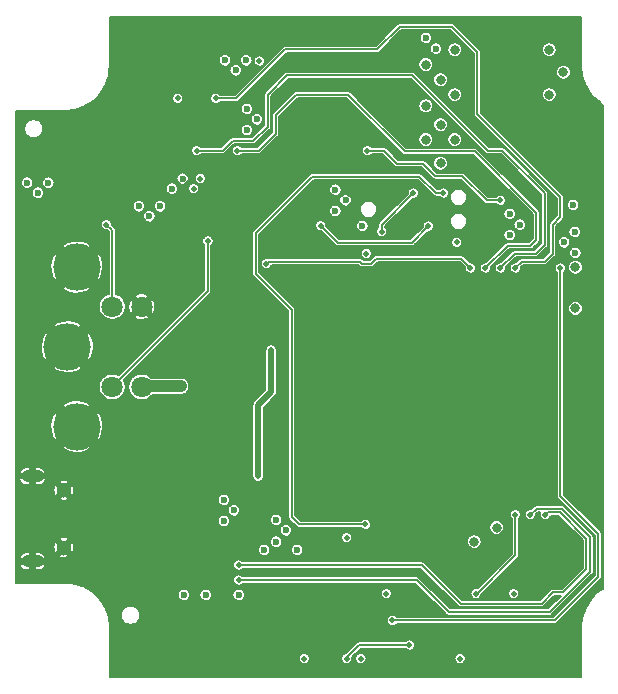
<source format=gbl>
G04 #@! TF.GenerationSoftware,KiCad,Pcbnew,(5.1.5-0-10_14)*
G04 #@! TF.CreationDate,2021-02-17T02:27:33-05:00*
G04 #@! TF.ProjectId,ADBT,41444254-2e6b-4696-9361-645f70636258,rev?*
G04 #@! TF.SameCoordinates,Original*
G04 #@! TF.FileFunction,Copper,L4,Bot*
G04 #@! TF.FilePolarity,Positive*
%FSLAX46Y46*%
G04 Gerber Fmt 4.6, Leading zero omitted, Abs format (unit mm)*
G04 Created by KiCad (PCBNEW (5.1.5-0-10_14)) date 2021-02-17 02:27:33*
%MOMM*%
%LPD*%
G04 APERTURE LIST*
%ADD10C,1.300000*%
%ADD11O,1.900000X1.070000*%
%ADD12C,0.800000*%
%ADD13C,1.800000*%
%ADD14C,4.000000*%
%ADD15C,4.200000*%
%ADD16C,0.600000*%
%ADD17C,0.500000*%
%ADD18C,1.000000*%
%ADD19C,0.150000*%
%ADD20C,0.500000*%
%ADD21C,0.152400*%
G04 APERTURE END LIST*
D10*
X108700000Y-105950000D03*
X108700000Y-110800000D03*
D11*
X106050000Y-104775000D03*
X106050000Y-111975000D03*
D12*
X146886000Y-96561400D03*
X144632000Y-96561400D03*
X144632000Y-97688400D03*
X145759000Y-97688400D03*
X146886000Y-97688400D03*
X146886000Y-95434400D03*
X145759000Y-95434400D03*
X144632000Y-95434400D03*
D13*
X115300000Y-97200000D03*
X115300000Y-90400000D03*
X112800000Y-90400000D03*
X112800000Y-97200000D03*
D14*
X109800000Y-87050000D03*
X109800000Y-100550000D03*
X109000000Y-93800000D03*
D15*
X115023900Y-111315500D03*
D12*
X115023900Y-109115500D03*
X117223900Y-111315500D03*
X115023900Y-113515500D03*
X112823900Y-111315500D03*
X113473900Y-109765500D03*
X116573900Y-109765500D03*
X116573900Y-112865500D03*
X113473900Y-112865500D03*
D15*
X150075900Y-111315500D03*
D12*
X150075900Y-109115500D03*
X152275900Y-111315500D03*
X150075900Y-113515500D03*
X147875900Y-111315500D03*
X148525900Y-109765500D03*
X151625900Y-109765500D03*
X151625900Y-112865500D03*
X148525900Y-112865500D03*
D15*
X115023900Y-76263500D03*
D12*
X115023900Y-74063500D03*
X117223900Y-76263500D03*
X115023900Y-78463500D03*
X112823900Y-76263500D03*
X113473900Y-74713500D03*
X116573900Y-74713500D03*
X116573900Y-77813500D03*
X113473900Y-77813500D03*
D15*
X150075900Y-76263500D03*
D12*
X150075900Y-74063500D03*
X152275900Y-76263500D03*
X150075900Y-78463500D03*
X147875900Y-76263500D03*
X148525900Y-74713500D03*
X151625900Y-74713500D03*
X151625900Y-77813500D03*
X148525900Y-77813500D03*
D16*
X110500000Y-104700000D03*
X111400000Y-105550000D03*
X114400000Y-105550000D03*
X115300000Y-104700000D03*
X120500000Y-98650000D03*
X119600000Y-99500000D03*
X118700000Y-98650000D03*
X121100000Y-93250000D03*
X121950000Y-92350000D03*
X121100000Y-91450000D03*
X120713500Y-110998000D03*
X123507500Y-110998000D03*
X122110500Y-110299500D03*
X118872000Y-113347500D03*
X120650000Y-113347500D03*
X119761000Y-112458500D03*
X116141500Y-118427500D03*
X120586500Y-120078500D03*
X114300000Y-118681500D03*
X115189000Y-117792500D03*
X118046500Y-115697000D03*
X117157500Y-116586000D03*
D17*
X117983000Y-117411500D03*
D16*
X125222000Y-108458000D03*
X124333000Y-109347000D03*
X125158500Y-110236000D03*
D12*
X153289000Y-108077000D03*
X153289000Y-104521000D03*
X153289000Y-90551000D03*
X153289000Y-87058500D03*
D17*
X130950000Y-110100000D03*
D16*
X153289000Y-85852000D03*
X153352500Y-84074000D03*
D12*
X135509000Y-87058500D03*
X135509000Y-90551000D03*
X133731000Y-91821000D03*
X137287000Y-91821000D03*
D17*
X138400000Y-85800000D03*
X131200000Y-85800000D03*
D12*
X143450000Y-113100000D03*
X147250000Y-113100000D03*
D16*
X153479500Y-81788000D03*
D17*
X150241000Y-82577000D03*
X112100000Y-103750000D03*
D16*
X131450000Y-67250000D03*
X132200000Y-73900000D03*
X129600000Y-75050000D03*
X131300000Y-74750000D03*
D12*
X132400000Y-75400000D03*
X134600000Y-75400000D03*
X137650000Y-76250000D03*
X136600000Y-75050000D03*
X137650000Y-73850000D03*
X136550000Y-80050000D03*
D17*
X128950000Y-70300000D03*
X129800000Y-69600000D03*
D12*
X144600000Y-72450000D03*
X144600000Y-76250000D03*
X145800000Y-74350000D03*
X144600000Y-68650000D03*
X145800000Y-70550000D03*
X147000000Y-68650000D03*
X147000000Y-72450000D03*
X145800000Y-78150000D03*
X144600000Y-80050000D03*
X132350000Y-76850000D03*
D16*
X128500000Y-73950000D03*
D17*
X140550000Y-76250000D03*
X140350000Y-73950000D03*
X140650000Y-72350000D03*
D16*
X137000000Y-68550000D03*
X137850000Y-67650000D03*
X137850000Y-69450000D03*
D17*
X119600000Y-81900000D03*
D16*
X117850000Y-81900000D03*
X118750000Y-82750000D03*
X122300000Y-80200000D03*
X123100000Y-79100000D03*
D17*
X122100000Y-82100000D03*
X121550000Y-82950000D03*
X125650000Y-81800000D03*
D16*
X109000000Y-78600000D03*
X108200000Y-79700000D03*
D12*
X121150000Y-100550000D03*
X118450000Y-100550000D03*
D17*
X137050000Y-111750000D03*
X139850000Y-111750000D03*
D16*
X130200000Y-82300000D03*
X130200000Y-80500000D03*
X129350000Y-81400000D03*
X122350000Y-68050000D03*
X123250000Y-67200000D03*
D17*
X124100000Y-68050000D03*
X113030000Y-66319400D03*
X118110000Y-66319400D03*
X128270000Y-66319400D03*
X123190000Y-66319400D03*
X152069800Y-66319400D03*
X146989800Y-66319400D03*
X136829800Y-66319400D03*
X141909800Y-66319400D03*
X132549900Y-66319400D03*
X146989800Y-121259600D03*
X132842000Y-121259600D03*
X137642600Y-121259600D03*
X141909800Y-121259600D03*
X123190000Y-121259600D03*
X152069800Y-121259600D03*
X128270000Y-121259600D03*
X113030000Y-121259600D03*
X105079800Y-79349600D03*
X105079800Y-93789500D03*
X105079800Y-108375000D03*
X105079800Y-89509600D03*
X105079800Y-84429600D03*
X105079800Y-103149400D03*
X105079800Y-74269600D03*
X105079800Y-98069400D03*
X105079800Y-113309400D03*
X110159800Y-74269600D03*
X113030000Y-71399400D03*
X152069800Y-71399400D03*
X154178000Y-73634600D03*
X154178000Y-113944400D03*
X110159800Y-113309400D03*
X113030000Y-116179600D03*
X131950000Y-118400000D03*
X152069800Y-116179600D03*
X141224000Y-87122000D03*
X139954000Y-87122000D03*
X137414000Y-87122000D03*
X132334000Y-87122000D03*
X131064000Y-87122000D03*
X148844000Y-87122000D03*
X133604000Y-87122000D03*
X145034000Y-108013500D03*
X142494000Y-108013500D03*
X143764000Y-108013500D03*
X141224000Y-108013500D03*
X139954000Y-108013500D03*
X138684000Y-108013500D03*
X137414000Y-108013500D03*
X136144000Y-108013500D03*
X134874000Y-108013500D03*
X133604000Y-108013500D03*
X132334000Y-108013500D03*
X131064000Y-108013500D03*
X153289000Y-97536000D03*
X153289000Y-94043500D03*
X153289000Y-101028500D03*
D16*
X107400000Y-78400000D03*
X105600000Y-78400000D03*
X106500000Y-77550000D03*
D17*
X141950000Y-112800000D03*
X116687600Y-121259600D03*
X129794000Y-108013500D03*
X129794000Y-87122000D03*
X150300000Y-115100000D03*
D16*
X109750000Y-109700000D03*
D17*
X154178000Y-78714600D03*
X128524000Y-108013500D03*
X128524000Y-103695500D03*
X128524000Y-99314000D03*
X127400000Y-93750000D03*
X127381000Y-89154000D03*
X125984000Y-105854500D03*
X125984000Y-101727000D03*
X131450000Y-117050000D03*
X129150000Y-118050000D03*
X124587000Y-117983000D03*
X137650000Y-116050000D03*
X140900000Y-112750000D03*
X140450000Y-69900000D03*
X124500000Y-72250000D03*
D16*
X122700000Y-75450000D03*
X122700000Y-73650000D03*
X121850000Y-74550000D03*
X144950000Y-82550000D03*
X144100000Y-83450000D03*
X144950000Y-84350000D03*
X119900000Y-107650000D03*
X120750000Y-108550000D03*
X120750000Y-106750000D03*
X115050000Y-80400000D03*
X116850000Y-80400000D03*
X115950000Y-79550000D03*
D17*
X127750000Y-71650000D03*
D16*
X138511000Y-83566000D03*
D17*
X133950000Y-80550000D03*
D12*
X126650000Y-85850000D03*
X125600000Y-84650000D03*
X126650000Y-83450000D03*
X131150000Y-78550000D03*
D16*
X135450000Y-78150000D03*
D17*
X127400000Y-97750000D03*
X121750000Y-90600000D03*
X122450000Y-89750000D03*
X122450000Y-91450000D03*
D16*
X105600000Y-79900000D03*
X107400000Y-79900000D03*
X106500000Y-80750000D03*
X131700000Y-82300000D03*
X131700000Y-80500000D03*
X132550000Y-81400000D03*
D12*
X141800000Y-72450000D03*
X141800000Y-76250000D03*
X140600000Y-75000000D03*
X141800000Y-68650000D03*
X140600000Y-71200000D03*
X149800000Y-68650000D03*
X151000000Y-70550000D03*
X149800000Y-72450000D03*
D16*
X120713500Y-114808000D03*
X123507500Y-114808000D03*
X118872000Y-114808000D03*
X125666500Y-110998000D03*
X126682500Y-110299500D03*
X128460500Y-110998000D03*
X126682500Y-108458000D03*
X127508000Y-109347000D03*
D12*
X152019000Y-87058500D03*
X152019000Y-90551000D03*
D16*
X152019000Y-85852000D03*
X151955500Y-84074000D03*
X151066500Y-84963000D03*
D12*
X143450000Y-110300000D03*
X145350000Y-109100000D03*
D16*
X151828500Y-81788000D03*
D12*
X139350000Y-73400000D03*
X139350000Y-76250000D03*
D17*
X125250000Y-69600000D03*
D12*
X139350000Y-69900000D03*
D16*
X139350000Y-67650000D03*
X140200000Y-68550000D03*
D17*
X120250000Y-79550000D03*
X119700000Y-80400000D03*
D16*
X118750000Y-79550000D03*
X117850000Y-80400000D03*
D17*
X132650000Y-109950000D03*
D16*
X122350000Y-69550000D03*
X123250000Y-70400000D03*
X124150000Y-69550000D03*
D17*
X136000000Y-114700000D03*
X129050000Y-120200000D03*
X133850000Y-120200000D03*
X142250000Y-120200000D03*
X118350000Y-72750000D03*
X146800000Y-114700000D03*
D16*
X124200000Y-75450000D03*
X124200000Y-73650000D03*
X125050000Y-74550000D03*
X146450000Y-84350000D03*
X146450000Y-82550000D03*
X147300000Y-83450000D03*
X122250000Y-106750000D03*
X123100000Y-107650000D03*
X122250000Y-108550000D03*
X115050000Y-81900000D03*
X116850000Y-81900000D03*
X115950000Y-82750000D03*
D12*
X140600000Y-78250000D03*
D17*
X141950000Y-84950000D03*
X134300000Y-85900000D03*
D16*
X133985000Y-83566000D03*
D12*
X118600000Y-97150000D03*
D17*
X136500000Y-116950000D03*
X150749000Y-87122000D03*
X134400000Y-77200000D03*
X145650000Y-81400000D03*
X112300000Y-83450000D03*
X120900000Y-84850000D03*
X140843000Y-80772000D03*
X134239000Y-108839000D03*
X135600000Y-84050000D03*
X138303000Y-80772000D03*
X123507500Y-113538000D03*
X148209000Y-108013500D03*
X123507500Y-112268000D03*
X149479000Y-108013500D03*
X132650000Y-120200000D03*
X137950000Y-119050000D03*
X145669000Y-87122000D03*
X119950000Y-77200000D03*
X146939000Y-108013500D03*
X143600000Y-114700000D03*
X146939000Y-87122000D03*
X121550000Y-72750000D03*
X144399000Y-87122000D03*
X123400000Y-77200000D03*
X143129000Y-87122000D03*
X125850000Y-86750000D03*
X126250000Y-94050000D03*
X126250000Y-97650000D03*
X125150000Y-104750000D03*
X130450000Y-83550000D03*
X139573000Y-83566000D03*
D18*
X115350000Y-97150000D02*
X115300000Y-97200000D01*
X118600000Y-97150000D02*
X115350000Y-97150000D01*
D19*
X137400000Y-116950000D02*
X136500000Y-116950000D01*
X150250000Y-116950000D02*
X137400000Y-116950000D01*
X153950000Y-113250000D02*
X150250000Y-116950000D01*
X153950000Y-109650000D02*
X153950000Y-113250000D01*
X150749000Y-106449000D02*
X153950000Y-109650000D01*
X150749000Y-87122000D02*
X150749000Y-106449000D01*
X144500000Y-81400000D02*
X145650000Y-81400000D01*
X140150000Y-79350000D02*
X142450000Y-79350000D01*
X142450000Y-79350000D02*
X144500000Y-81400000D01*
X139100000Y-78300000D02*
X140150000Y-79350000D01*
X136900000Y-78300000D02*
X139100000Y-78300000D01*
X135800000Y-77200000D02*
X136900000Y-78300000D01*
X134400000Y-77200000D02*
X135800000Y-77200000D01*
X112800000Y-83950000D02*
X112300000Y-83450000D01*
X112800000Y-90400000D02*
X112800000Y-83950000D01*
X120900000Y-89100000D02*
X112800000Y-97200000D01*
X120900000Y-84850000D02*
X120900000Y-89100000D01*
X128639000Y-108839000D02*
X134239000Y-108839000D01*
X128000000Y-108200000D02*
X128639000Y-108839000D01*
X128000000Y-90650000D02*
X128000000Y-108200000D01*
X124950000Y-87600000D02*
X128000000Y-90650000D01*
X124950000Y-84200000D02*
X124950000Y-87600000D01*
X129750000Y-79400000D02*
X124950000Y-84200000D01*
X138800000Y-79400000D02*
X129750000Y-79400000D01*
X140172000Y-80772000D02*
X138800000Y-79400000D01*
X140843000Y-80772000D02*
X140172000Y-80772000D01*
X135600000Y-83475000D02*
X138303000Y-80772000D01*
X135600000Y-84050000D02*
X135600000Y-83475000D01*
X141300000Y-116250000D02*
X149850000Y-116250000D01*
X153250000Y-112850000D02*
X153250000Y-109900000D01*
X148722500Y-107500000D02*
X148209000Y-108013500D01*
X150850000Y-107500000D02*
X148722500Y-107500000D01*
X153250000Y-109900000D02*
X150850000Y-107500000D01*
X149850000Y-116250000D02*
X153250000Y-112850000D01*
X138588000Y-113538000D02*
X141300000Y-116250000D01*
X123507500Y-113538000D02*
X138588000Y-113538000D01*
X149692500Y-107800000D02*
X149479000Y-108013500D01*
X152950000Y-110050000D02*
X150700000Y-107800000D01*
X152950000Y-112650000D02*
X152950000Y-110050000D01*
X142300000Y-115550000D02*
X149150000Y-115550000D01*
X150100000Y-114600000D02*
X151000000Y-114600000D01*
X123507500Y-112268000D02*
X139018000Y-112268000D01*
X139018000Y-112268000D02*
X142300000Y-115550000D01*
X150700000Y-107800000D02*
X149692500Y-107800000D01*
X151000000Y-114600000D02*
X152950000Y-112650000D01*
X149150000Y-115550000D02*
X150100000Y-114600000D01*
X132650000Y-120100000D02*
X132650000Y-120200000D01*
X133700000Y-119050000D02*
X132650000Y-120100000D01*
X137950000Y-119050000D02*
X133700000Y-119050000D01*
X146891000Y-85900000D02*
X145669000Y-87122000D01*
X148650000Y-85900000D02*
X146891000Y-85900000D01*
X149400000Y-85150000D02*
X148650000Y-85900000D01*
X145800000Y-77200000D02*
X149400000Y-80800000D01*
X123000000Y-76350000D02*
X124750000Y-76350000D01*
X125950000Y-72450000D02*
X127600000Y-70800000D01*
X138200000Y-70800000D02*
X144600000Y-77200000D01*
X127600000Y-70800000D02*
X138200000Y-70800000D01*
X149400000Y-80800000D02*
X149400000Y-85150000D01*
X144600000Y-77200000D02*
X145800000Y-77200000D01*
X119950000Y-77200000D02*
X122150000Y-77200000D01*
X124750000Y-76350000D02*
X125950000Y-75150000D01*
X122150000Y-77200000D02*
X123000000Y-76350000D01*
X125950000Y-75150000D02*
X125950000Y-72450000D01*
X143700000Y-114700000D02*
X146939000Y-111461000D01*
X143600000Y-114700000D02*
X143700000Y-114700000D01*
X146939000Y-111461000D02*
X146939000Y-108013500D01*
X123300000Y-72750000D02*
X121550000Y-72750000D01*
X127450000Y-68600000D02*
X123300000Y-72750000D01*
X135250000Y-68600000D02*
X127450000Y-68600000D01*
X137150000Y-66700000D02*
X135250000Y-68600000D01*
X150100000Y-85900000D02*
X150100000Y-83450000D01*
X143700000Y-74100000D02*
X143700000Y-68850000D01*
X150750000Y-81150000D02*
X143700000Y-74100000D01*
X146939000Y-87122000D02*
X147461000Y-86600000D01*
X141550000Y-66700000D02*
X137150000Y-66700000D01*
X149400000Y-86600000D02*
X150100000Y-85900000D01*
X143700000Y-68850000D02*
X141550000Y-66700000D01*
X150100000Y-83450000D02*
X150750000Y-82800000D01*
X150750000Y-82800000D02*
X150750000Y-81150000D01*
X147461000Y-86600000D02*
X149400000Y-86600000D01*
X125200000Y-77200000D02*
X123400000Y-77200000D01*
X126650000Y-75750000D02*
X125200000Y-77200000D01*
X126650000Y-74200000D02*
X126650000Y-75750000D01*
X137550000Y-77250000D02*
X132750000Y-72450000D01*
X128400000Y-72450000D02*
X126650000Y-74200000D01*
X132750000Y-72450000D02*
X128400000Y-72450000D01*
X148200000Y-85250000D02*
X148700000Y-84750000D01*
X148700000Y-84750000D02*
X148700000Y-82450000D01*
X146271000Y-85250000D02*
X148200000Y-85250000D01*
X148700000Y-82450000D02*
X143500000Y-77250000D01*
X143500000Y-77250000D02*
X137550000Y-77250000D01*
X144399000Y-87122000D02*
X146271000Y-85250000D01*
X142357000Y-86350000D02*
X143129000Y-87122000D01*
X125850000Y-86750000D02*
X126000000Y-86600000D01*
X126000000Y-86600000D02*
X133800000Y-86600000D01*
X133950000Y-86750000D02*
X134750000Y-86750000D01*
X135150000Y-86350000D02*
X142357000Y-86350000D01*
X134750000Y-86750000D02*
X135150000Y-86350000D01*
X133800000Y-86600000D02*
X133950000Y-86750000D01*
D20*
X125150000Y-98750000D02*
X126250000Y-97650000D01*
X125150000Y-104750000D02*
X125150000Y-98750000D01*
X126250000Y-97650000D02*
X126250000Y-94050000D01*
D19*
X131900000Y-85000000D02*
X130450000Y-83550000D01*
X138139000Y-85000000D02*
X131900000Y-85000000D01*
X139573000Y-83566000D02*
X138139000Y-85000000D01*
D21*
G36*
X152528201Y-70118904D02*
G01*
X152528252Y-70119424D01*
X152528285Y-70128821D01*
X152529625Y-70142017D01*
X152529533Y-70155277D01*
X152529946Y-70159496D01*
X152599381Y-70820124D01*
X152604916Y-70847086D01*
X152610071Y-70874108D01*
X152611296Y-70878166D01*
X152807724Y-71512725D01*
X152818399Y-71538118D01*
X152828696Y-71563604D01*
X152830684Y-71567343D01*
X152830686Y-71567348D01*
X152830689Y-71567352D01*
X153146627Y-72151668D01*
X153161993Y-72174449D01*
X153177081Y-72197506D01*
X153179760Y-72200791D01*
X153603179Y-72712617D01*
X153622712Y-72732014D01*
X153641957Y-72751666D01*
X153645223Y-72754368D01*
X154159993Y-73174204D01*
X154182918Y-73189435D01*
X154205617Y-73204977D01*
X154209345Y-73206994D01*
X154355800Y-73284866D01*
X154355800Y-114295353D01*
X154187732Y-114386227D01*
X154164951Y-114401593D01*
X154141894Y-114416681D01*
X154138609Y-114419360D01*
X153626783Y-114842779D01*
X153607386Y-114862312D01*
X153587734Y-114881557D01*
X153585032Y-114884823D01*
X153165196Y-115399593D01*
X153149965Y-115422518D01*
X153134423Y-115445217D01*
X153132406Y-115448945D01*
X152820552Y-116035457D01*
X152810054Y-116060927D01*
X152799227Y-116086190D01*
X152797973Y-116090239D01*
X152605979Y-116726154D01*
X152600638Y-116753128D01*
X152594913Y-116780062D01*
X152594470Y-116784278D01*
X152529649Y-117445374D01*
X152529649Y-117445395D01*
X152528201Y-117460096D01*
X152528200Y-121718000D01*
X112571600Y-121718000D01*
X112571600Y-120152862D01*
X128571400Y-120152862D01*
X128571400Y-120247138D01*
X128589792Y-120339603D01*
X128625870Y-120426702D01*
X128678247Y-120505090D01*
X128744910Y-120571753D01*
X128823298Y-120624130D01*
X128910397Y-120660208D01*
X129002862Y-120678600D01*
X129097138Y-120678600D01*
X129189603Y-120660208D01*
X129276702Y-120624130D01*
X129355090Y-120571753D01*
X129421753Y-120505090D01*
X129474130Y-120426702D01*
X129510208Y-120339603D01*
X129528600Y-120247138D01*
X129528600Y-120152862D01*
X132171400Y-120152862D01*
X132171400Y-120247138D01*
X132189792Y-120339603D01*
X132225870Y-120426702D01*
X132278247Y-120505090D01*
X132344910Y-120571753D01*
X132423298Y-120624130D01*
X132510397Y-120660208D01*
X132602862Y-120678600D01*
X132697138Y-120678600D01*
X132789603Y-120660208D01*
X132876702Y-120624130D01*
X132955090Y-120571753D01*
X133021753Y-120505090D01*
X133074130Y-120426702D01*
X133110208Y-120339603D01*
X133128600Y-120247138D01*
X133128600Y-120152862D01*
X133371400Y-120152862D01*
X133371400Y-120247138D01*
X133389792Y-120339603D01*
X133425870Y-120426702D01*
X133478247Y-120505090D01*
X133544910Y-120571753D01*
X133623298Y-120624130D01*
X133710397Y-120660208D01*
X133802862Y-120678600D01*
X133897138Y-120678600D01*
X133989603Y-120660208D01*
X134076702Y-120624130D01*
X134155090Y-120571753D01*
X134221753Y-120505090D01*
X134274130Y-120426702D01*
X134310208Y-120339603D01*
X134328600Y-120247138D01*
X134328600Y-120152862D01*
X141771400Y-120152862D01*
X141771400Y-120247138D01*
X141789792Y-120339603D01*
X141825870Y-120426702D01*
X141878247Y-120505090D01*
X141944910Y-120571753D01*
X142023298Y-120624130D01*
X142110397Y-120660208D01*
X142202862Y-120678600D01*
X142297138Y-120678600D01*
X142389603Y-120660208D01*
X142476702Y-120624130D01*
X142555090Y-120571753D01*
X142621753Y-120505090D01*
X142674130Y-120426702D01*
X142710208Y-120339603D01*
X142728600Y-120247138D01*
X142728600Y-120152862D01*
X142710208Y-120060397D01*
X142674130Y-119973298D01*
X142621753Y-119894910D01*
X142555090Y-119828247D01*
X142476702Y-119775870D01*
X142389603Y-119739792D01*
X142297138Y-119721400D01*
X142202862Y-119721400D01*
X142110397Y-119739792D01*
X142023298Y-119775870D01*
X141944910Y-119828247D01*
X141878247Y-119894910D01*
X141825870Y-119973298D01*
X141789792Y-120060397D01*
X141771400Y-120152862D01*
X134328600Y-120152862D01*
X134310208Y-120060397D01*
X134274130Y-119973298D01*
X134221753Y-119894910D01*
X134155090Y-119828247D01*
X134076702Y-119775870D01*
X133989603Y-119739792D01*
X133897138Y-119721400D01*
X133802862Y-119721400D01*
X133710397Y-119739792D01*
X133623298Y-119775870D01*
X133544910Y-119828247D01*
X133478247Y-119894910D01*
X133425870Y-119973298D01*
X133389792Y-120060397D01*
X133371400Y-120152862D01*
X133128600Y-120152862D01*
X133111660Y-120067695D01*
X133825756Y-119353600D01*
X137577251Y-119353600D01*
X137578247Y-119355090D01*
X137644910Y-119421753D01*
X137723298Y-119474130D01*
X137810397Y-119510208D01*
X137902862Y-119528600D01*
X137997138Y-119528600D01*
X138089603Y-119510208D01*
X138176702Y-119474130D01*
X138255090Y-119421753D01*
X138321753Y-119355090D01*
X138374130Y-119276702D01*
X138410208Y-119189603D01*
X138428600Y-119097138D01*
X138428600Y-119002862D01*
X138410208Y-118910397D01*
X138374130Y-118823298D01*
X138321753Y-118744910D01*
X138255090Y-118678247D01*
X138176702Y-118625870D01*
X138089603Y-118589792D01*
X137997138Y-118571400D01*
X137902862Y-118571400D01*
X137810397Y-118589792D01*
X137723298Y-118625870D01*
X137644910Y-118678247D01*
X137578247Y-118744910D01*
X137577251Y-118746400D01*
X133714903Y-118746400D01*
X133699999Y-118744932D01*
X133640484Y-118750794D01*
X133583256Y-118768154D01*
X133530513Y-118796345D01*
X133484284Y-118834284D01*
X133474783Y-118845861D01*
X132598348Y-119722298D01*
X132510397Y-119739792D01*
X132423298Y-119775870D01*
X132344910Y-119828247D01*
X132278247Y-119894910D01*
X132225870Y-119973298D01*
X132189792Y-120060397D01*
X132171400Y-120152862D01*
X129528600Y-120152862D01*
X129510208Y-120060397D01*
X129474130Y-119973298D01*
X129421753Y-119894910D01*
X129355090Y-119828247D01*
X129276702Y-119775870D01*
X129189603Y-119739792D01*
X129097138Y-119721400D01*
X129002862Y-119721400D01*
X128910397Y-119739792D01*
X128823298Y-119775870D01*
X128744910Y-119828247D01*
X128678247Y-119894910D01*
X128625870Y-119973298D01*
X128589792Y-120060397D01*
X128571400Y-120152862D01*
X112571600Y-120152862D01*
X112571600Y-117460096D01*
X112571548Y-117459566D01*
X112571515Y-117450178D01*
X112570175Y-117436982D01*
X112570267Y-117423723D01*
X112569854Y-117419504D01*
X112500419Y-116758876D01*
X112494884Y-116731914D01*
X112489729Y-116704892D01*
X112488504Y-116700834D01*
X112412701Y-116455954D01*
X113546200Y-116455954D01*
X113546200Y-116614446D01*
X113577120Y-116769893D01*
X113637773Y-116916321D01*
X113725826Y-117048103D01*
X113837897Y-117160174D01*
X113969679Y-117248227D01*
X114116107Y-117308880D01*
X114271554Y-117339800D01*
X114430046Y-117339800D01*
X114585493Y-117308880D01*
X114731921Y-117248227D01*
X114863703Y-117160174D01*
X114975774Y-117048103D01*
X115063827Y-116916321D01*
X115069401Y-116902862D01*
X136021400Y-116902862D01*
X136021400Y-116997138D01*
X136039792Y-117089603D01*
X136075870Y-117176702D01*
X136128247Y-117255090D01*
X136194910Y-117321753D01*
X136273298Y-117374130D01*
X136360397Y-117410208D01*
X136452862Y-117428600D01*
X136547138Y-117428600D01*
X136639603Y-117410208D01*
X136726702Y-117374130D01*
X136805090Y-117321753D01*
X136871753Y-117255090D01*
X136872749Y-117253600D01*
X150235096Y-117253600D01*
X150250000Y-117255068D01*
X150264904Y-117253600D01*
X150309516Y-117249206D01*
X150366744Y-117231846D01*
X150419487Y-117203655D01*
X150465716Y-117165716D01*
X150475226Y-117154128D01*
X154154139Y-113475217D01*
X154165716Y-113465716D01*
X154203655Y-113419487D01*
X154231846Y-113366744D01*
X154249206Y-113309516D01*
X154253600Y-113264904D01*
X154255068Y-113250001D01*
X154253600Y-113235097D01*
X154253600Y-109664904D01*
X154255068Y-109650000D01*
X154249206Y-109590484D01*
X154231846Y-109533257D01*
X154231846Y-109533256D01*
X154203655Y-109480513D01*
X154165716Y-109434284D01*
X154154135Y-109424780D01*
X151052600Y-106323246D01*
X151052600Y-90489088D01*
X151390400Y-90489088D01*
X151390400Y-90612912D01*
X151414556Y-90734356D01*
X151461941Y-90848754D01*
X151530734Y-90951709D01*
X151618291Y-91039266D01*
X151721246Y-91108059D01*
X151835644Y-91155444D01*
X151957088Y-91179600D01*
X152080912Y-91179600D01*
X152202356Y-91155444D01*
X152316754Y-91108059D01*
X152419709Y-91039266D01*
X152507266Y-90951709D01*
X152576059Y-90848754D01*
X152623444Y-90734356D01*
X152647600Y-90612912D01*
X152647600Y-90489088D01*
X152623444Y-90367644D01*
X152576059Y-90253246D01*
X152507266Y-90150291D01*
X152419709Y-90062734D01*
X152316754Y-89993941D01*
X152202356Y-89946556D01*
X152080912Y-89922400D01*
X151957088Y-89922400D01*
X151835644Y-89946556D01*
X151721246Y-89993941D01*
X151618291Y-90062734D01*
X151530734Y-90150291D01*
X151461941Y-90253246D01*
X151414556Y-90367644D01*
X151390400Y-90489088D01*
X151052600Y-90489088D01*
X151052600Y-87494749D01*
X151054090Y-87493753D01*
X151120753Y-87427090D01*
X151173130Y-87348702D01*
X151209208Y-87261603D01*
X151227600Y-87169138D01*
X151227600Y-87074862D01*
X151212031Y-86996588D01*
X151390400Y-86996588D01*
X151390400Y-87120412D01*
X151414556Y-87241856D01*
X151461941Y-87356254D01*
X151530734Y-87459209D01*
X151618291Y-87546766D01*
X151721246Y-87615559D01*
X151835644Y-87662944D01*
X151957088Y-87687100D01*
X152080912Y-87687100D01*
X152202356Y-87662944D01*
X152316754Y-87615559D01*
X152419709Y-87546766D01*
X152507266Y-87459209D01*
X152576059Y-87356254D01*
X152623444Y-87241856D01*
X152647600Y-87120412D01*
X152647600Y-86996588D01*
X152623444Y-86875144D01*
X152576059Y-86760746D01*
X152507266Y-86657791D01*
X152419709Y-86570234D01*
X152316754Y-86501441D01*
X152202356Y-86454056D01*
X152080912Y-86429900D01*
X151957088Y-86429900D01*
X151835644Y-86454056D01*
X151721246Y-86501441D01*
X151618291Y-86570234D01*
X151530734Y-86657791D01*
X151461941Y-86760746D01*
X151414556Y-86875144D01*
X151390400Y-86996588D01*
X151212031Y-86996588D01*
X151209208Y-86982397D01*
X151173130Y-86895298D01*
X151120753Y-86816910D01*
X151054090Y-86750247D01*
X150975702Y-86697870D01*
X150888603Y-86661792D01*
X150796138Y-86643400D01*
X150701862Y-86643400D01*
X150609397Y-86661792D01*
X150522298Y-86697870D01*
X150443910Y-86750247D01*
X150377247Y-86816910D01*
X150324870Y-86895298D01*
X150288792Y-86982397D01*
X150270400Y-87074862D01*
X150270400Y-87169138D01*
X150288792Y-87261603D01*
X150324870Y-87348702D01*
X150377247Y-87427090D01*
X150443910Y-87493753D01*
X150445400Y-87494749D01*
X150445401Y-106434086D01*
X150443932Y-106449000D01*
X150449794Y-106508515D01*
X150467155Y-106565744D01*
X150495346Y-106618487D01*
X150533285Y-106664716D01*
X150544867Y-106674221D01*
X153646400Y-109775755D01*
X153646401Y-113124243D01*
X150124246Y-116646400D01*
X136872749Y-116646400D01*
X136871753Y-116644910D01*
X136805090Y-116578247D01*
X136726702Y-116525870D01*
X136639603Y-116489792D01*
X136547138Y-116471400D01*
X136452862Y-116471400D01*
X136360397Y-116489792D01*
X136273298Y-116525870D01*
X136194910Y-116578247D01*
X136128247Y-116644910D01*
X136075870Y-116723298D01*
X136039792Y-116810397D01*
X136021400Y-116902862D01*
X115069401Y-116902862D01*
X115124480Y-116769893D01*
X115155400Y-116614446D01*
X115155400Y-116455954D01*
X115124480Y-116300507D01*
X115063827Y-116154079D01*
X114975774Y-116022297D01*
X114863703Y-115910226D01*
X114731921Y-115822173D01*
X114585493Y-115761520D01*
X114430046Y-115730600D01*
X114271554Y-115730600D01*
X114116107Y-115761520D01*
X113969679Y-115822173D01*
X113837897Y-115910226D01*
X113725826Y-116022297D01*
X113637773Y-116154079D01*
X113577120Y-116300507D01*
X113546200Y-116455954D01*
X112412701Y-116455954D01*
X112292075Y-116066275D01*
X112281420Y-116040928D01*
X112271104Y-116015395D01*
X112269114Y-116011652D01*
X111953173Y-115427332D01*
X111937807Y-115404551D01*
X111922719Y-115381494D01*
X111920040Y-115378209D01*
X111496621Y-114866383D01*
X111477088Y-114846986D01*
X111457843Y-114827334D01*
X111454577Y-114824632D01*
X111370349Y-114755937D01*
X118343400Y-114755937D01*
X118343400Y-114860063D01*
X118363713Y-114962187D01*
X118403560Y-115058386D01*
X118461409Y-115144963D01*
X118535037Y-115218591D01*
X118621614Y-115276440D01*
X118717813Y-115316287D01*
X118819937Y-115336600D01*
X118924063Y-115336600D01*
X119026187Y-115316287D01*
X119122386Y-115276440D01*
X119208963Y-115218591D01*
X119282591Y-115144963D01*
X119340440Y-115058386D01*
X119380287Y-114962187D01*
X119400600Y-114860063D01*
X119400600Y-114755937D01*
X120184900Y-114755937D01*
X120184900Y-114860063D01*
X120205213Y-114962187D01*
X120245060Y-115058386D01*
X120302909Y-115144963D01*
X120376537Y-115218591D01*
X120463114Y-115276440D01*
X120559313Y-115316287D01*
X120661437Y-115336600D01*
X120765563Y-115336600D01*
X120867687Y-115316287D01*
X120963886Y-115276440D01*
X121050463Y-115218591D01*
X121124091Y-115144963D01*
X121181940Y-115058386D01*
X121221787Y-114962187D01*
X121242100Y-114860063D01*
X121242100Y-114755937D01*
X122978900Y-114755937D01*
X122978900Y-114860063D01*
X122999213Y-114962187D01*
X123039060Y-115058386D01*
X123096909Y-115144963D01*
X123170537Y-115218591D01*
X123257114Y-115276440D01*
X123353313Y-115316287D01*
X123455437Y-115336600D01*
X123559563Y-115336600D01*
X123661687Y-115316287D01*
X123757886Y-115276440D01*
X123844463Y-115218591D01*
X123918091Y-115144963D01*
X123975940Y-115058386D01*
X124015787Y-114962187D01*
X124036100Y-114860063D01*
X124036100Y-114755937D01*
X124015787Y-114653813D01*
X124015394Y-114652862D01*
X135521400Y-114652862D01*
X135521400Y-114747138D01*
X135539792Y-114839603D01*
X135575870Y-114926702D01*
X135628247Y-115005090D01*
X135694910Y-115071753D01*
X135773298Y-115124130D01*
X135860397Y-115160208D01*
X135952862Y-115178600D01*
X136047138Y-115178600D01*
X136139603Y-115160208D01*
X136226702Y-115124130D01*
X136305090Y-115071753D01*
X136371753Y-115005090D01*
X136424130Y-114926702D01*
X136460208Y-114839603D01*
X136478600Y-114747138D01*
X136478600Y-114652862D01*
X136460208Y-114560397D01*
X136424130Y-114473298D01*
X136371753Y-114394910D01*
X136305090Y-114328247D01*
X136226702Y-114275870D01*
X136139603Y-114239792D01*
X136047138Y-114221400D01*
X135952862Y-114221400D01*
X135860397Y-114239792D01*
X135773298Y-114275870D01*
X135694910Y-114328247D01*
X135628247Y-114394910D01*
X135575870Y-114473298D01*
X135539792Y-114560397D01*
X135521400Y-114652862D01*
X124015394Y-114652862D01*
X123975940Y-114557614D01*
X123918091Y-114471037D01*
X123844463Y-114397409D01*
X123757886Y-114339560D01*
X123661687Y-114299713D01*
X123559563Y-114279400D01*
X123455437Y-114279400D01*
X123353313Y-114299713D01*
X123257114Y-114339560D01*
X123170537Y-114397409D01*
X123096909Y-114471037D01*
X123039060Y-114557614D01*
X122999213Y-114653813D01*
X122978900Y-114755937D01*
X121242100Y-114755937D01*
X121221787Y-114653813D01*
X121181940Y-114557614D01*
X121124091Y-114471037D01*
X121050463Y-114397409D01*
X120963886Y-114339560D01*
X120867687Y-114299713D01*
X120765563Y-114279400D01*
X120661437Y-114279400D01*
X120559313Y-114299713D01*
X120463114Y-114339560D01*
X120376537Y-114397409D01*
X120302909Y-114471037D01*
X120245060Y-114557614D01*
X120205213Y-114653813D01*
X120184900Y-114755937D01*
X119400600Y-114755937D01*
X119380287Y-114653813D01*
X119340440Y-114557614D01*
X119282591Y-114471037D01*
X119208963Y-114397409D01*
X119122386Y-114339560D01*
X119026187Y-114299713D01*
X118924063Y-114279400D01*
X118819937Y-114279400D01*
X118717813Y-114299713D01*
X118621614Y-114339560D01*
X118535037Y-114397409D01*
X118461409Y-114471037D01*
X118403560Y-114557614D01*
X118363713Y-114653813D01*
X118343400Y-114755937D01*
X111370349Y-114755937D01*
X110939807Y-114404796D01*
X110916882Y-114389565D01*
X110894183Y-114374023D01*
X110890455Y-114372006D01*
X110303943Y-114060152D01*
X110278473Y-114049654D01*
X110253210Y-114038827D01*
X110249161Y-114037573D01*
X109613246Y-113845579D01*
X109586272Y-113840238D01*
X109559338Y-113834513D01*
X109555122Y-113834070D01*
X108894026Y-113769249D01*
X108894016Y-113769249D01*
X108879304Y-113767800D01*
X104621400Y-113767800D01*
X104621400Y-112262978D01*
X104927785Y-112262978D01*
X104972158Y-112392051D01*
X105066257Y-112513352D01*
X105182213Y-112613964D01*
X105315569Y-112690021D01*
X105461200Y-112738600D01*
X105876200Y-112738600D01*
X105876200Y-112148800D01*
X106223800Y-112148800D01*
X106223800Y-112738600D01*
X106638800Y-112738600D01*
X106784431Y-112690021D01*
X106917787Y-112613964D01*
X107033743Y-112513352D01*
X107127842Y-112392051D01*
X107172215Y-112262978D01*
X107163924Y-112220862D01*
X123028900Y-112220862D01*
X123028900Y-112315138D01*
X123047292Y-112407603D01*
X123083370Y-112494702D01*
X123135747Y-112573090D01*
X123202410Y-112639753D01*
X123280798Y-112692130D01*
X123367897Y-112728208D01*
X123460362Y-112746600D01*
X123554638Y-112746600D01*
X123647103Y-112728208D01*
X123734202Y-112692130D01*
X123812590Y-112639753D01*
X123879253Y-112573090D01*
X123880249Y-112571600D01*
X138892246Y-112571600D01*
X142074779Y-115754134D01*
X142084284Y-115765716D01*
X142130513Y-115803655D01*
X142183256Y-115831846D01*
X142240484Y-115849206D01*
X142300000Y-115855068D01*
X142314904Y-115853600D01*
X149135096Y-115853600D01*
X149150000Y-115855068D01*
X149164904Y-115853600D01*
X149209516Y-115849206D01*
X149266744Y-115831846D01*
X149319487Y-115803655D01*
X149365716Y-115765716D01*
X149375226Y-115754128D01*
X150225755Y-114903600D01*
X150767046Y-114903600D01*
X149724246Y-115946400D01*
X141425756Y-115946400D01*
X138813226Y-113333872D01*
X138803716Y-113322284D01*
X138757487Y-113284345D01*
X138704744Y-113256154D01*
X138647516Y-113238794D01*
X138602904Y-113234400D01*
X138588000Y-113232932D01*
X138573096Y-113234400D01*
X123880249Y-113234400D01*
X123879253Y-113232910D01*
X123812590Y-113166247D01*
X123734202Y-113113870D01*
X123647103Y-113077792D01*
X123554638Y-113059400D01*
X123460362Y-113059400D01*
X123367897Y-113077792D01*
X123280798Y-113113870D01*
X123202410Y-113166247D01*
X123135747Y-113232910D01*
X123083370Y-113311298D01*
X123047292Y-113398397D01*
X123028900Y-113490862D01*
X123028900Y-113585138D01*
X123047292Y-113677603D01*
X123083370Y-113764702D01*
X123135747Y-113843090D01*
X123202410Y-113909753D01*
X123280798Y-113962130D01*
X123367897Y-113998208D01*
X123460362Y-114016600D01*
X123554638Y-114016600D01*
X123647103Y-113998208D01*
X123734202Y-113962130D01*
X123812590Y-113909753D01*
X123879253Y-113843090D01*
X123880249Y-113841600D01*
X138462246Y-113841600D01*
X141074783Y-116454139D01*
X141084284Y-116465716D01*
X141130513Y-116503655D01*
X141183256Y-116531846D01*
X141240484Y-116549206D01*
X141299999Y-116555068D01*
X141314903Y-116553600D01*
X149835096Y-116553600D01*
X149850000Y-116555068D01*
X149864904Y-116553600D01*
X149909516Y-116549206D01*
X149966744Y-116531846D01*
X150019487Y-116503655D01*
X150065716Y-116465716D01*
X150075226Y-116454128D01*
X153454135Y-113075220D01*
X153465716Y-113065716D01*
X153503655Y-113019487D01*
X153531846Y-112966744D01*
X153549206Y-112909516D01*
X153553600Y-112864904D01*
X153553600Y-112864903D01*
X153555068Y-112850001D01*
X153553600Y-112835097D01*
X153553600Y-109914904D01*
X153555068Y-109900000D01*
X153549206Y-109840484D01*
X153531846Y-109783255D01*
X153503655Y-109730513D01*
X153486423Y-109709516D01*
X153465716Y-109684284D01*
X153454134Y-109674779D01*
X151075226Y-107295872D01*
X151065716Y-107284284D01*
X151019487Y-107246345D01*
X150966744Y-107218154D01*
X150909516Y-107200794D01*
X150864904Y-107196400D01*
X150850000Y-107194932D01*
X150835096Y-107196400D01*
X148737404Y-107196400D01*
X148722500Y-107194932D01*
X148707596Y-107196400D01*
X148662984Y-107200794D01*
X148605756Y-107218154D01*
X148553013Y-107246345D01*
X148506784Y-107284284D01*
X148497278Y-107295867D01*
X148257896Y-107535250D01*
X148256138Y-107534900D01*
X148161862Y-107534900D01*
X148069397Y-107553292D01*
X147982298Y-107589370D01*
X147903910Y-107641747D01*
X147837247Y-107708410D01*
X147784870Y-107786798D01*
X147748792Y-107873897D01*
X147730400Y-107966362D01*
X147730400Y-108060638D01*
X147748792Y-108153103D01*
X147784870Y-108240202D01*
X147837247Y-108318590D01*
X147903910Y-108385253D01*
X147982298Y-108437630D01*
X148069397Y-108473708D01*
X148161862Y-108492100D01*
X148256138Y-108492100D01*
X148348603Y-108473708D01*
X148435702Y-108437630D01*
X148514090Y-108385253D01*
X148580753Y-108318590D01*
X148633130Y-108240202D01*
X148669208Y-108153103D01*
X148687600Y-108060638D01*
X148687600Y-107966362D01*
X148687250Y-107964604D01*
X148848255Y-107803600D01*
X149047910Y-107803600D01*
X149018792Y-107873897D01*
X149000400Y-107966362D01*
X149000400Y-108060638D01*
X149018792Y-108153103D01*
X149054870Y-108240202D01*
X149107247Y-108318590D01*
X149173910Y-108385253D01*
X149252298Y-108437630D01*
X149339397Y-108473708D01*
X149431862Y-108492100D01*
X149526138Y-108492100D01*
X149618603Y-108473708D01*
X149705702Y-108437630D01*
X149784090Y-108385253D01*
X149850753Y-108318590D01*
X149903130Y-108240202D01*
X149939208Y-108153103D01*
X149949055Y-108103600D01*
X150574246Y-108103600D01*
X152646401Y-110175756D01*
X152646400Y-112524244D01*
X150874246Y-114296400D01*
X150114904Y-114296400D01*
X150100000Y-114294932D01*
X150051459Y-114299713D01*
X150040484Y-114300794D01*
X149983256Y-114318154D01*
X149930513Y-114346345D01*
X149884284Y-114384284D01*
X149874779Y-114395866D01*
X149024246Y-115246400D01*
X142425755Y-115246400D01*
X141832217Y-114652862D01*
X143121400Y-114652862D01*
X143121400Y-114747138D01*
X143139792Y-114839603D01*
X143175870Y-114926702D01*
X143228247Y-115005090D01*
X143294910Y-115071753D01*
X143373298Y-115124130D01*
X143460397Y-115160208D01*
X143552862Y-115178600D01*
X143647138Y-115178600D01*
X143739603Y-115160208D01*
X143826702Y-115124130D01*
X143905090Y-115071753D01*
X143971753Y-115005090D01*
X144024130Y-114926702D01*
X144060208Y-114839603D01*
X144077702Y-114751652D01*
X144176492Y-114652862D01*
X146321400Y-114652862D01*
X146321400Y-114747138D01*
X146339792Y-114839603D01*
X146375870Y-114926702D01*
X146428247Y-115005090D01*
X146494910Y-115071753D01*
X146573298Y-115124130D01*
X146660397Y-115160208D01*
X146752862Y-115178600D01*
X146847138Y-115178600D01*
X146939603Y-115160208D01*
X147026702Y-115124130D01*
X147105090Y-115071753D01*
X147171753Y-115005090D01*
X147224130Y-114926702D01*
X147260208Y-114839603D01*
X147278600Y-114747138D01*
X147278600Y-114652862D01*
X147260208Y-114560397D01*
X147224130Y-114473298D01*
X147171753Y-114394910D01*
X147105090Y-114328247D01*
X147026702Y-114275870D01*
X146939603Y-114239792D01*
X146847138Y-114221400D01*
X146752862Y-114221400D01*
X146660397Y-114239792D01*
X146573298Y-114275870D01*
X146494910Y-114328247D01*
X146428247Y-114394910D01*
X146375870Y-114473298D01*
X146339792Y-114560397D01*
X146321400Y-114652862D01*
X144176492Y-114652862D01*
X147143135Y-111686220D01*
X147154716Y-111676716D01*
X147192655Y-111630487D01*
X147220846Y-111577744D01*
X147238206Y-111520516D01*
X147242600Y-111475904D01*
X147242600Y-111475903D01*
X147244068Y-111461000D01*
X147242600Y-111446096D01*
X147242600Y-108386249D01*
X147244090Y-108385253D01*
X147310753Y-108318590D01*
X147363130Y-108240202D01*
X147399208Y-108153103D01*
X147417600Y-108060638D01*
X147417600Y-107966362D01*
X147399208Y-107873897D01*
X147363130Y-107786798D01*
X147310753Y-107708410D01*
X147244090Y-107641747D01*
X147165702Y-107589370D01*
X147078603Y-107553292D01*
X146986138Y-107534900D01*
X146891862Y-107534900D01*
X146799397Y-107553292D01*
X146712298Y-107589370D01*
X146633910Y-107641747D01*
X146567247Y-107708410D01*
X146514870Y-107786798D01*
X146478792Y-107873897D01*
X146460400Y-107966362D01*
X146460400Y-108060638D01*
X146478792Y-108153103D01*
X146514870Y-108240202D01*
X146567247Y-108318590D01*
X146633910Y-108385253D01*
X146635401Y-108386249D01*
X146635400Y-111335245D01*
X143732305Y-114238340D01*
X143647138Y-114221400D01*
X143552862Y-114221400D01*
X143460397Y-114239792D01*
X143373298Y-114275870D01*
X143294910Y-114328247D01*
X143228247Y-114394910D01*
X143175870Y-114473298D01*
X143139792Y-114560397D01*
X143121400Y-114652862D01*
X141832217Y-114652862D01*
X139243226Y-112063872D01*
X139233716Y-112052284D01*
X139187487Y-112014345D01*
X139134744Y-111986154D01*
X139077516Y-111968794D01*
X139032904Y-111964400D01*
X139018000Y-111962932D01*
X139003096Y-111964400D01*
X123880249Y-111964400D01*
X123879253Y-111962910D01*
X123812590Y-111896247D01*
X123734202Y-111843870D01*
X123647103Y-111807792D01*
X123554638Y-111789400D01*
X123460362Y-111789400D01*
X123367897Y-111807792D01*
X123280798Y-111843870D01*
X123202410Y-111896247D01*
X123135747Y-111962910D01*
X123083370Y-112041298D01*
X123047292Y-112128397D01*
X123028900Y-112220862D01*
X107163924Y-112220862D01*
X107149737Y-112148800D01*
X106223800Y-112148800D01*
X105876200Y-112148800D01*
X104950263Y-112148800D01*
X104927785Y-112262978D01*
X104621400Y-112262978D01*
X104621400Y-111687022D01*
X104927785Y-111687022D01*
X104950263Y-111801200D01*
X105876200Y-111801200D01*
X105876200Y-111211400D01*
X106223800Y-111211400D01*
X106223800Y-111801200D01*
X107149737Y-111801200D01*
X107172215Y-111687022D01*
X107127842Y-111557949D01*
X107077981Y-111493673D01*
X108252117Y-111493673D01*
X108331835Y-111602422D01*
X108495454Y-111658829D01*
X108666934Y-111682232D01*
X108839684Y-111671732D01*
X109007067Y-111627731D01*
X109068165Y-111602422D01*
X109147883Y-111493673D01*
X108700000Y-111045790D01*
X108252117Y-111493673D01*
X107077981Y-111493673D01*
X107033743Y-111436648D01*
X106917787Y-111336036D01*
X106784431Y-111259979D01*
X106638800Y-111211400D01*
X106223800Y-111211400D01*
X105876200Y-111211400D01*
X105461200Y-111211400D01*
X105315569Y-111259979D01*
X105182213Y-111336036D01*
X105066257Y-111436648D01*
X104972158Y-111557949D01*
X104927785Y-111687022D01*
X104621400Y-111687022D01*
X104621400Y-110766934D01*
X107817768Y-110766934D01*
X107828268Y-110939684D01*
X107872269Y-111107067D01*
X107897578Y-111168165D01*
X108006327Y-111247883D01*
X108454210Y-110800000D01*
X108945790Y-110800000D01*
X109393673Y-111247883D01*
X109502422Y-111168165D01*
X109558829Y-111004546D01*
X109566827Y-110945937D01*
X125137900Y-110945937D01*
X125137900Y-111050063D01*
X125158213Y-111152187D01*
X125198060Y-111248386D01*
X125255909Y-111334963D01*
X125329537Y-111408591D01*
X125416114Y-111466440D01*
X125512313Y-111506287D01*
X125614437Y-111526600D01*
X125718563Y-111526600D01*
X125820687Y-111506287D01*
X125916886Y-111466440D01*
X126003463Y-111408591D01*
X126077091Y-111334963D01*
X126134940Y-111248386D01*
X126174787Y-111152187D01*
X126195100Y-111050063D01*
X126195100Y-110945937D01*
X127931900Y-110945937D01*
X127931900Y-111050063D01*
X127952213Y-111152187D01*
X127992060Y-111248386D01*
X128049909Y-111334963D01*
X128123537Y-111408591D01*
X128210114Y-111466440D01*
X128306313Y-111506287D01*
X128408437Y-111526600D01*
X128512563Y-111526600D01*
X128614687Y-111506287D01*
X128710886Y-111466440D01*
X128797463Y-111408591D01*
X128871091Y-111334963D01*
X128928940Y-111248386D01*
X128968787Y-111152187D01*
X128989100Y-111050063D01*
X128989100Y-110945937D01*
X128968787Y-110843813D01*
X128928940Y-110747614D01*
X128871091Y-110661037D01*
X128797463Y-110587409D01*
X128710886Y-110529560D01*
X128614687Y-110489713D01*
X128512563Y-110469400D01*
X128408437Y-110469400D01*
X128306313Y-110489713D01*
X128210114Y-110529560D01*
X128123537Y-110587409D01*
X128049909Y-110661037D01*
X127992060Y-110747614D01*
X127952213Y-110843813D01*
X127931900Y-110945937D01*
X126195100Y-110945937D01*
X126174787Y-110843813D01*
X126134940Y-110747614D01*
X126077091Y-110661037D01*
X126003463Y-110587409D01*
X125916886Y-110529560D01*
X125820687Y-110489713D01*
X125718563Y-110469400D01*
X125614437Y-110469400D01*
X125512313Y-110489713D01*
X125416114Y-110529560D01*
X125329537Y-110587409D01*
X125255909Y-110661037D01*
X125198060Y-110747614D01*
X125158213Y-110843813D01*
X125137900Y-110945937D01*
X109566827Y-110945937D01*
X109582232Y-110833066D01*
X109571732Y-110660316D01*
X109527731Y-110492933D01*
X109502422Y-110431835D01*
X109393673Y-110352117D01*
X108945790Y-110800000D01*
X108454210Y-110800000D01*
X108006327Y-110352117D01*
X107897578Y-110431835D01*
X107841171Y-110595454D01*
X107817768Y-110766934D01*
X104621400Y-110766934D01*
X104621400Y-110106327D01*
X108252117Y-110106327D01*
X108700000Y-110554210D01*
X109006773Y-110247437D01*
X126153900Y-110247437D01*
X126153900Y-110351563D01*
X126174213Y-110453687D01*
X126214060Y-110549886D01*
X126271909Y-110636463D01*
X126345537Y-110710091D01*
X126432114Y-110767940D01*
X126528313Y-110807787D01*
X126630437Y-110828100D01*
X126734563Y-110828100D01*
X126836687Y-110807787D01*
X126932886Y-110767940D01*
X127019463Y-110710091D01*
X127093091Y-110636463D01*
X127150940Y-110549886D01*
X127190787Y-110453687D01*
X127211100Y-110351563D01*
X127211100Y-110247437D01*
X127190787Y-110145313D01*
X127150940Y-110049114D01*
X127093091Y-109962537D01*
X127033416Y-109902862D01*
X132171400Y-109902862D01*
X132171400Y-109997138D01*
X132189792Y-110089603D01*
X132225870Y-110176702D01*
X132278247Y-110255090D01*
X132344910Y-110321753D01*
X132423298Y-110374130D01*
X132510397Y-110410208D01*
X132602862Y-110428600D01*
X132697138Y-110428600D01*
X132789603Y-110410208D01*
X132876702Y-110374130D01*
X132955090Y-110321753D01*
X133021753Y-110255090D01*
X133033113Y-110238088D01*
X142821400Y-110238088D01*
X142821400Y-110361912D01*
X142845556Y-110483356D01*
X142892941Y-110597754D01*
X142961734Y-110700709D01*
X143049291Y-110788266D01*
X143152246Y-110857059D01*
X143266644Y-110904444D01*
X143388088Y-110928600D01*
X143511912Y-110928600D01*
X143633356Y-110904444D01*
X143747754Y-110857059D01*
X143850709Y-110788266D01*
X143938266Y-110700709D01*
X144007059Y-110597754D01*
X144054444Y-110483356D01*
X144078600Y-110361912D01*
X144078600Y-110238088D01*
X144054444Y-110116644D01*
X144007059Y-110002246D01*
X143938266Y-109899291D01*
X143850709Y-109811734D01*
X143747754Y-109742941D01*
X143633356Y-109695556D01*
X143511912Y-109671400D01*
X143388088Y-109671400D01*
X143266644Y-109695556D01*
X143152246Y-109742941D01*
X143049291Y-109811734D01*
X142961734Y-109899291D01*
X142892941Y-110002246D01*
X142845556Y-110116644D01*
X142821400Y-110238088D01*
X133033113Y-110238088D01*
X133074130Y-110176702D01*
X133110208Y-110089603D01*
X133128600Y-109997138D01*
X133128600Y-109902862D01*
X133110208Y-109810397D01*
X133074130Y-109723298D01*
X133021753Y-109644910D01*
X132955090Y-109578247D01*
X132876702Y-109525870D01*
X132789603Y-109489792D01*
X132697138Y-109471400D01*
X132602862Y-109471400D01*
X132510397Y-109489792D01*
X132423298Y-109525870D01*
X132344910Y-109578247D01*
X132278247Y-109644910D01*
X132225870Y-109723298D01*
X132189792Y-109810397D01*
X132171400Y-109902862D01*
X127033416Y-109902862D01*
X127019463Y-109888909D01*
X126932886Y-109831060D01*
X126836687Y-109791213D01*
X126734563Y-109770900D01*
X126630437Y-109770900D01*
X126528313Y-109791213D01*
X126432114Y-109831060D01*
X126345537Y-109888909D01*
X126271909Y-109962537D01*
X126214060Y-110049114D01*
X126174213Y-110145313D01*
X126153900Y-110247437D01*
X109006773Y-110247437D01*
X109147883Y-110106327D01*
X109068165Y-109997578D01*
X108904546Y-109941171D01*
X108733066Y-109917768D01*
X108560316Y-109928268D01*
X108392933Y-109972269D01*
X108331835Y-109997578D01*
X108252117Y-110106327D01*
X104621400Y-110106327D01*
X104621400Y-109294937D01*
X126979400Y-109294937D01*
X126979400Y-109399063D01*
X126999713Y-109501187D01*
X127039560Y-109597386D01*
X127097409Y-109683963D01*
X127171037Y-109757591D01*
X127257614Y-109815440D01*
X127353813Y-109855287D01*
X127455937Y-109875600D01*
X127560063Y-109875600D01*
X127662187Y-109855287D01*
X127758386Y-109815440D01*
X127844963Y-109757591D01*
X127918591Y-109683963D01*
X127976440Y-109597386D01*
X128016287Y-109501187D01*
X128036600Y-109399063D01*
X128036600Y-109294937D01*
X128016287Y-109192813D01*
X127976440Y-109096614D01*
X127918591Y-109010037D01*
X127844963Y-108936409D01*
X127758386Y-108878560D01*
X127662187Y-108838713D01*
X127560063Y-108818400D01*
X127455937Y-108818400D01*
X127353813Y-108838713D01*
X127257614Y-108878560D01*
X127171037Y-108936409D01*
X127097409Y-109010037D01*
X127039560Y-109096614D01*
X126999713Y-109192813D01*
X126979400Y-109294937D01*
X104621400Y-109294937D01*
X104621400Y-108497937D01*
X121721400Y-108497937D01*
X121721400Y-108602063D01*
X121741713Y-108704187D01*
X121781560Y-108800386D01*
X121839409Y-108886963D01*
X121913037Y-108960591D01*
X121999614Y-109018440D01*
X122095813Y-109058287D01*
X122197937Y-109078600D01*
X122302063Y-109078600D01*
X122404187Y-109058287D01*
X122500386Y-109018440D01*
X122586963Y-108960591D01*
X122660591Y-108886963D01*
X122718440Y-108800386D01*
X122758287Y-108704187D01*
X122778600Y-108602063D01*
X122778600Y-108497937D01*
X122760301Y-108405937D01*
X126153900Y-108405937D01*
X126153900Y-108510063D01*
X126174213Y-108612187D01*
X126214060Y-108708386D01*
X126271909Y-108794963D01*
X126345537Y-108868591D01*
X126432114Y-108926440D01*
X126528313Y-108966287D01*
X126630437Y-108986600D01*
X126734563Y-108986600D01*
X126836687Y-108966287D01*
X126932886Y-108926440D01*
X127019463Y-108868591D01*
X127093091Y-108794963D01*
X127150940Y-108708386D01*
X127190787Y-108612187D01*
X127211100Y-108510063D01*
X127211100Y-108405937D01*
X127190787Y-108303813D01*
X127150940Y-108207614D01*
X127093091Y-108121037D01*
X127019463Y-108047409D01*
X126932886Y-107989560D01*
X126836687Y-107949713D01*
X126734563Y-107929400D01*
X126630437Y-107929400D01*
X126528313Y-107949713D01*
X126432114Y-107989560D01*
X126345537Y-108047409D01*
X126271909Y-108121037D01*
X126214060Y-108207614D01*
X126174213Y-108303813D01*
X126153900Y-108405937D01*
X122760301Y-108405937D01*
X122758287Y-108395813D01*
X122718440Y-108299614D01*
X122660591Y-108213037D01*
X122586963Y-108139409D01*
X122500386Y-108081560D01*
X122404187Y-108041713D01*
X122302063Y-108021400D01*
X122197937Y-108021400D01*
X122095813Y-108041713D01*
X121999614Y-108081560D01*
X121913037Y-108139409D01*
X121839409Y-108213037D01*
X121781560Y-108299614D01*
X121741713Y-108395813D01*
X121721400Y-108497937D01*
X104621400Y-108497937D01*
X104621400Y-107597937D01*
X122571400Y-107597937D01*
X122571400Y-107702063D01*
X122591713Y-107804187D01*
X122631560Y-107900386D01*
X122689409Y-107986963D01*
X122763037Y-108060591D01*
X122849614Y-108118440D01*
X122945813Y-108158287D01*
X123047937Y-108178600D01*
X123152063Y-108178600D01*
X123254187Y-108158287D01*
X123350386Y-108118440D01*
X123436963Y-108060591D01*
X123510591Y-107986963D01*
X123568440Y-107900386D01*
X123608287Y-107804187D01*
X123628600Y-107702063D01*
X123628600Y-107597937D01*
X123608287Y-107495813D01*
X123568440Y-107399614D01*
X123510591Y-107313037D01*
X123436963Y-107239409D01*
X123350386Y-107181560D01*
X123254187Y-107141713D01*
X123152063Y-107121400D01*
X123047937Y-107121400D01*
X122945813Y-107141713D01*
X122849614Y-107181560D01*
X122763037Y-107239409D01*
X122689409Y-107313037D01*
X122631560Y-107399614D01*
X122591713Y-107495813D01*
X122571400Y-107597937D01*
X104621400Y-107597937D01*
X104621400Y-106643673D01*
X108252117Y-106643673D01*
X108331835Y-106752422D01*
X108495454Y-106808829D01*
X108666934Y-106832232D01*
X108839684Y-106821732D01*
X109007067Y-106777731D01*
X109068165Y-106752422D01*
X109108105Y-106697937D01*
X121721400Y-106697937D01*
X121721400Y-106802063D01*
X121741713Y-106904187D01*
X121781560Y-107000386D01*
X121839409Y-107086963D01*
X121913037Y-107160591D01*
X121999614Y-107218440D01*
X122095813Y-107258287D01*
X122197937Y-107278600D01*
X122302063Y-107278600D01*
X122404187Y-107258287D01*
X122500386Y-107218440D01*
X122586963Y-107160591D01*
X122660591Y-107086963D01*
X122718440Y-107000386D01*
X122758287Y-106904187D01*
X122778600Y-106802063D01*
X122778600Y-106697937D01*
X122758287Y-106595813D01*
X122718440Y-106499614D01*
X122660591Y-106413037D01*
X122586963Y-106339409D01*
X122500386Y-106281560D01*
X122404187Y-106241713D01*
X122302063Y-106221400D01*
X122197937Y-106221400D01*
X122095813Y-106241713D01*
X121999614Y-106281560D01*
X121913037Y-106339409D01*
X121839409Y-106413037D01*
X121781560Y-106499614D01*
X121741713Y-106595813D01*
X121721400Y-106697937D01*
X109108105Y-106697937D01*
X109147883Y-106643673D01*
X108700000Y-106195790D01*
X108252117Y-106643673D01*
X104621400Y-106643673D01*
X104621400Y-105916934D01*
X107817768Y-105916934D01*
X107828268Y-106089684D01*
X107872269Y-106257067D01*
X107897578Y-106318165D01*
X108006327Y-106397883D01*
X108454210Y-105950000D01*
X108945790Y-105950000D01*
X109393673Y-106397883D01*
X109502422Y-106318165D01*
X109558829Y-106154546D01*
X109582232Y-105983066D01*
X109571732Y-105810316D01*
X109527731Y-105642933D01*
X109502422Y-105581835D01*
X109393673Y-105502117D01*
X108945790Y-105950000D01*
X108454210Y-105950000D01*
X108006327Y-105502117D01*
X107897578Y-105581835D01*
X107841171Y-105745454D01*
X107817768Y-105916934D01*
X104621400Y-105916934D01*
X104621400Y-105062978D01*
X104927785Y-105062978D01*
X104972158Y-105192051D01*
X105066257Y-105313352D01*
X105182213Y-105413964D01*
X105315569Y-105490021D01*
X105461200Y-105538600D01*
X105876200Y-105538600D01*
X105876200Y-104948800D01*
X106223800Y-104948800D01*
X106223800Y-105538600D01*
X106638800Y-105538600D01*
X106784431Y-105490021D01*
X106917787Y-105413964D01*
X107033743Y-105313352D01*
X107077980Y-105256327D01*
X108252117Y-105256327D01*
X108700000Y-105704210D01*
X109147883Y-105256327D01*
X109068165Y-105147578D01*
X108904546Y-105091171D01*
X108733066Y-105067768D01*
X108560316Y-105078268D01*
X108392933Y-105122269D01*
X108331835Y-105147578D01*
X108252117Y-105256327D01*
X107077980Y-105256327D01*
X107127842Y-105192051D01*
X107172215Y-105062978D01*
X107149737Y-104948800D01*
X106223800Y-104948800D01*
X105876200Y-104948800D01*
X104950263Y-104948800D01*
X104927785Y-105062978D01*
X104621400Y-105062978D01*
X104621400Y-104487022D01*
X104927785Y-104487022D01*
X104950263Y-104601200D01*
X105876200Y-104601200D01*
X105876200Y-104011400D01*
X106223800Y-104011400D01*
X106223800Y-104601200D01*
X107149737Y-104601200D01*
X107172215Y-104487022D01*
X107127842Y-104357949D01*
X107033743Y-104236648D01*
X106917787Y-104136036D01*
X106784431Y-104059979D01*
X106638800Y-104011400D01*
X106223800Y-104011400D01*
X105876200Y-104011400D01*
X105461200Y-104011400D01*
X105315569Y-104059979D01*
X105182213Y-104136036D01*
X105066257Y-104236648D01*
X104972158Y-104357949D01*
X104927785Y-104487022D01*
X104621400Y-104487022D01*
X104621400Y-102363365D01*
X108585978Y-102363365D01*
X108850371Y-102578064D01*
X109264273Y-102724359D01*
X109698764Y-102787095D01*
X110137144Y-102763859D01*
X110562569Y-102655547D01*
X110749629Y-102578064D01*
X111014022Y-102363365D01*
X109800000Y-101149344D01*
X108585978Y-102363365D01*
X104621400Y-102363365D01*
X104621400Y-100448764D01*
X107562905Y-100448764D01*
X107586141Y-100887144D01*
X107694453Y-101312569D01*
X107771936Y-101499629D01*
X107986635Y-101764022D01*
X109200656Y-100550000D01*
X110399344Y-100550000D01*
X111613365Y-101764022D01*
X111828064Y-101499629D01*
X111974359Y-101085727D01*
X112037095Y-100651236D01*
X112013859Y-100212856D01*
X111905547Y-99787431D01*
X111828064Y-99600371D01*
X111613365Y-99335978D01*
X110399344Y-100550000D01*
X109200656Y-100550000D01*
X107986635Y-99335978D01*
X107771936Y-99600371D01*
X107625641Y-100014273D01*
X107562905Y-100448764D01*
X104621400Y-100448764D01*
X104621400Y-98736635D01*
X108585978Y-98736635D01*
X109800000Y-99950656D01*
X111000656Y-98750000D01*
X124669086Y-98750000D01*
X124671401Y-98773506D01*
X124671400Y-104702862D01*
X124671400Y-104797138D01*
X124676011Y-104820322D01*
X124678326Y-104843821D01*
X124685180Y-104866416D01*
X124689792Y-104889603D01*
X124698838Y-104911442D01*
X124705692Y-104934037D01*
X124716824Y-104954864D01*
X124725870Y-104976702D01*
X124739002Y-104996355D01*
X124750134Y-105017182D01*
X124765114Y-105035436D01*
X124778247Y-105055090D01*
X124794963Y-105071806D01*
X124809942Y-105090058D01*
X124828194Y-105105037D01*
X124844910Y-105121753D01*
X124864564Y-105134886D01*
X124882818Y-105149866D01*
X124903646Y-105160999D01*
X124923298Y-105174130D01*
X124945133Y-105183174D01*
X124965962Y-105194308D01*
X124988561Y-105201163D01*
X125010397Y-105210208D01*
X125033581Y-105214820D01*
X125056178Y-105221674D01*
X125079679Y-105223989D01*
X125102862Y-105228600D01*
X125126496Y-105228600D01*
X125150000Y-105230915D01*
X125173503Y-105228600D01*
X125197138Y-105228600D01*
X125220322Y-105223989D01*
X125243821Y-105221674D01*
X125266416Y-105214820D01*
X125289603Y-105210208D01*
X125311442Y-105201162D01*
X125334037Y-105194308D01*
X125354864Y-105183176D01*
X125376702Y-105174130D01*
X125396355Y-105160998D01*
X125417182Y-105149866D01*
X125435436Y-105134886D01*
X125455090Y-105121753D01*
X125471806Y-105105037D01*
X125490058Y-105090058D01*
X125505037Y-105071806D01*
X125521753Y-105055090D01*
X125534886Y-105035436D01*
X125549866Y-105017182D01*
X125560999Y-104996354D01*
X125574130Y-104976702D01*
X125583174Y-104954867D01*
X125594308Y-104934038D01*
X125601163Y-104911439D01*
X125610208Y-104889603D01*
X125614820Y-104866419D01*
X125621674Y-104843822D01*
X125623989Y-104820321D01*
X125628600Y-104797138D01*
X125628600Y-98948242D01*
X126571805Y-98005038D01*
X126590058Y-97990058D01*
X126605037Y-97971806D01*
X126621753Y-97955090D01*
X126634885Y-97935437D01*
X126649866Y-97917182D01*
X126660998Y-97896355D01*
X126674130Y-97876702D01*
X126683175Y-97854865D01*
X126694307Y-97834039D01*
X126694308Y-97834038D01*
X126701163Y-97811439D01*
X126710208Y-97789603D01*
X126714820Y-97766419D01*
X126721674Y-97743822D01*
X126723989Y-97720321D01*
X126728600Y-97697138D01*
X126728600Y-97673496D01*
X126730914Y-97650000D01*
X126728600Y-97626504D01*
X126728600Y-94002862D01*
X126723989Y-93979679D01*
X126721674Y-93956178D01*
X126714820Y-93933581D01*
X126710208Y-93910397D01*
X126701163Y-93888561D01*
X126694308Y-93865962D01*
X126683174Y-93845133D01*
X126674130Y-93823298D01*
X126660999Y-93803646D01*
X126649866Y-93782818D01*
X126634886Y-93764564D01*
X126621753Y-93744910D01*
X126605037Y-93728194D01*
X126590058Y-93709942D01*
X126571806Y-93694963D01*
X126555090Y-93678247D01*
X126535436Y-93665114D01*
X126517182Y-93650134D01*
X126496354Y-93639001D01*
X126476702Y-93625870D01*
X126454867Y-93616826D01*
X126434038Y-93605692D01*
X126411439Y-93598837D01*
X126389603Y-93589792D01*
X126366419Y-93585180D01*
X126343822Y-93578326D01*
X126320321Y-93576011D01*
X126297138Y-93571400D01*
X126273504Y-93571400D01*
X126250000Y-93569085D01*
X126226497Y-93571400D01*
X126202862Y-93571400D01*
X126179678Y-93576011D01*
X126156179Y-93578326D01*
X126133584Y-93585180D01*
X126110397Y-93589792D01*
X126088558Y-93598838D01*
X126065963Y-93605692D01*
X126045137Y-93616824D01*
X126023298Y-93625870D01*
X126003642Y-93639004D01*
X125982819Y-93650134D01*
X125964570Y-93665111D01*
X125944910Y-93678247D01*
X125928190Y-93694967D01*
X125909943Y-93709942D01*
X125894968Y-93728189D01*
X125878247Y-93744910D01*
X125865110Y-93764571D01*
X125850135Y-93782818D01*
X125839006Y-93803638D01*
X125825870Y-93823298D01*
X125816822Y-93845141D01*
X125805693Y-93865962D01*
X125798841Y-93888552D01*
X125789792Y-93910397D01*
X125785179Y-93933591D01*
X125778327Y-93956178D01*
X125776013Y-93979669D01*
X125771400Y-94002862D01*
X125771400Y-94097138D01*
X125771401Y-94097143D01*
X125771400Y-97451757D01*
X124828195Y-98394963D01*
X124809943Y-98409942D01*
X124794964Y-98428194D01*
X124794959Y-98428199D01*
X124750134Y-98482819D01*
X124705693Y-98565962D01*
X124678326Y-98656179D01*
X124669086Y-98750000D01*
X111000656Y-98750000D01*
X111014022Y-98736635D01*
X110749629Y-98521936D01*
X110335727Y-98375641D01*
X109901236Y-98312905D01*
X109462856Y-98336141D01*
X109037431Y-98444453D01*
X108850371Y-98521936D01*
X108585978Y-98736635D01*
X104621400Y-98736635D01*
X104621400Y-97088843D01*
X111671400Y-97088843D01*
X111671400Y-97311157D01*
X111714771Y-97529201D01*
X111799847Y-97734593D01*
X111923359Y-97919441D01*
X112080559Y-98076641D01*
X112265407Y-98200153D01*
X112470799Y-98285229D01*
X112688843Y-98328600D01*
X112911157Y-98328600D01*
X113129201Y-98285229D01*
X113334593Y-98200153D01*
X113519441Y-98076641D01*
X113676641Y-97919441D01*
X113800153Y-97734593D01*
X113885229Y-97529201D01*
X113928600Y-97311157D01*
X113928600Y-97088843D01*
X114171400Y-97088843D01*
X114171400Y-97311157D01*
X114214771Y-97529201D01*
X114299847Y-97734593D01*
X114423359Y-97919441D01*
X114580559Y-98076641D01*
X114765407Y-98200153D01*
X114970799Y-98285229D01*
X115188843Y-98328600D01*
X115411157Y-98328600D01*
X115629201Y-98285229D01*
X115834593Y-98200153D01*
X116019441Y-98076641D01*
X116176641Y-97919441D01*
X116203930Y-97878600D01*
X118635789Y-97878600D01*
X118742831Y-97868057D01*
X118880172Y-97826395D01*
X119006747Y-97758740D01*
X119117691Y-97667691D01*
X119208740Y-97556747D01*
X119276395Y-97430172D01*
X119318057Y-97292831D01*
X119332125Y-97150000D01*
X119318057Y-97007169D01*
X119276395Y-96869828D01*
X119208740Y-96743253D01*
X119117691Y-96632309D01*
X119006747Y-96541260D01*
X118880172Y-96473605D01*
X118742831Y-96431943D01*
X118635789Y-96421400D01*
X116117482Y-96421400D01*
X116019441Y-96323359D01*
X115834593Y-96199847D01*
X115629201Y-96114771D01*
X115411157Y-96071400D01*
X115188843Y-96071400D01*
X114970799Y-96114771D01*
X114765407Y-96199847D01*
X114580559Y-96323359D01*
X114423359Y-96480559D01*
X114299847Y-96665407D01*
X114214771Y-96870799D01*
X114171400Y-97088843D01*
X113928600Y-97088843D01*
X113885229Y-96870799D01*
X113800153Y-96665407D01*
X113785651Y-96643703D01*
X121104134Y-89325221D01*
X121115716Y-89315716D01*
X121153655Y-89269487D01*
X121181846Y-89216744D01*
X121199206Y-89159516D01*
X121203600Y-89114904D01*
X121205068Y-89100000D01*
X121203600Y-89085096D01*
X121203600Y-85222749D01*
X121205090Y-85221753D01*
X121271753Y-85155090D01*
X121324130Y-85076702D01*
X121360208Y-84989603D01*
X121378600Y-84897138D01*
X121378600Y-84802862D01*
X121360208Y-84710397D01*
X121324130Y-84623298D01*
X121271753Y-84544910D01*
X121205090Y-84478247D01*
X121126702Y-84425870D01*
X121039603Y-84389792D01*
X120947138Y-84371400D01*
X120852862Y-84371400D01*
X120760397Y-84389792D01*
X120673298Y-84425870D01*
X120594910Y-84478247D01*
X120528247Y-84544910D01*
X120475870Y-84623298D01*
X120439792Y-84710397D01*
X120421400Y-84802862D01*
X120421400Y-84897138D01*
X120439792Y-84989603D01*
X120475870Y-85076702D01*
X120528247Y-85155090D01*
X120594910Y-85221753D01*
X120596400Y-85222749D01*
X120596401Y-88974244D01*
X113356297Y-96214349D01*
X113334593Y-96199847D01*
X113129201Y-96114771D01*
X112911157Y-96071400D01*
X112688843Y-96071400D01*
X112470799Y-96114771D01*
X112265407Y-96199847D01*
X112080559Y-96323359D01*
X111923359Y-96480559D01*
X111799847Y-96665407D01*
X111714771Y-96870799D01*
X111671400Y-97088843D01*
X104621400Y-97088843D01*
X104621400Y-95613365D01*
X107785978Y-95613365D01*
X108050371Y-95828064D01*
X108464273Y-95974359D01*
X108898764Y-96037095D01*
X109337144Y-96013859D01*
X109762569Y-95905547D01*
X109949629Y-95828064D01*
X110214022Y-95613365D01*
X109000000Y-94399344D01*
X107785978Y-95613365D01*
X104621400Y-95613365D01*
X104621400Y-93698764D01*
X106762905Y-93698764D01*
X106786141Y-94137144D01*
X106894453Y-94562569D01*
X106971936Y-94749629D01*
X107186635Y-95014022D01*
X108400656Y-93800000D01*
X109599344Y-93800000D01*
X110813365Y-95014022D01*
X111028064Y-94749629D01*
X111174359Y-94335727D01*
X111237095Y-93901236D01*
X111213859Y-93462856D01*
X111105547Y-93037431D01*
X111028064Y-92850371D01*
X110813365Y-92585978D01*
X109599344Y-93800000D01*
X108400656Y-93800000D01*
X107186635Y-92585978D01*
X106971936Y-92850371D01*
X106825641Y-93264273D01*
X106762905Y-93698764D01*
X104621400Y-93698764D01*
X104621400Y-91986635D01*
X107785978Y-91986635D01*
X109000000Y-93200656D01*
X110214022Y-91986635D01*
X109949629Y-91771936D01*
X109535727Y-91625641D01*
X109101236Y-91562905D01*
X108662856Y-91586141D01*
X108237431Y-91694453D01*
X108050371Y-91771936D01*
X107785978Y-91986635D01*
X104621400Y-91986635D01*
X104621400Y-90288843D01*
X111671400Y-90288843D01*
X111671400Y-90511157D01*
X111714771Y-90729201D01*
X111799847Y-90934593D01*
X111923359Y-91119441D01*
X112080559Y-91276641D01*
X112265407Y-91400153D01*
X112470799Y-91485229D01*
X112688843Y-91528600D01*
X112911157Y-91528600D01*
X113129201Y-91485229D01*
X113334593Y-91400153D01*
X113519441Y-91276641D01*
X113521678Y-91274404D01*
X114671386Y-91274404D01*
X114781898Y-91408793D01*
X114988659Y-91490487D01*
X115207385Y-91530273D01*
X115429670Y-91526624D01*
X115646972Y-91479679D01*
X115818102Y-91408793D01*
X115928614Y-91274404D01*
X115300000Y-90645790D01*
X114671386Y-91274404D01*
X113521678Y-91274404D01*
X113676641Y-91119441D01*
X113800153Y-90934593D01*
X113885229Y-90729201D01*
X113928600Y-90511157D01*
X113928600Y-90307385D01*
X114169727Y-90307385D01*
X114173376Y-90529670D01*
X114220321Y-90746972D01*
X114291207Y-90918102D01*
X114425596Y-91028614D01*
X115054210Y-90400000D01*
X115545790Y-90400000D01*
X116174404Y-91028614D01*
X116308793Y-90918102D01*
X116390487Y-90711341D01*
X116430273Y-90492615D01*
X116426624Y-90270330D01*
X116379679Y-90053028D01*
X116308793Y-89881898D01*
X116174404Y-89771386D01*
X115545790Y-90400000D01*
X115054210Y-90400000D01*
X114425596Y-89771386D01*
X114291207Y-89881898D01*
X114209513Y-90088659D01*
X114169727Y-90307385D01*
X113928600Y-90307385D01*
X113928600Y-90288843D01*
X113885229Y-90070799D01*
X113800153Y-89865407D01*
X113676641Y-89680559D01*
X113521678Y-89525596D01*
X114671386Y-89525596D01*
X115300000Y-90154210D01*
X115928614Y-89525596D01*
X115818102Y-89391207D01*
X115611341Y-89309513D01*
X115392615Y-89269727D01*
X115170330Y-89273376D01*
X114953028Y-89320321D01*
X114781898Y-89391207D01*
X114671386Y-89525596D01*
X113521678Y-89525596D01*
X113519441Y-89523359D01*
X113334593Y-89399847D01*
X113129201Y-89314771D01*
X113103600Y-89309679D01*
X113103600Y-84200000D01*
X124644932Y-84200000D01*
X124646400Y-84214904D01*
X124646401Y-87585086D01*
X124644932Y-87600000D01*
X124650794Y-87659515D01*
X124668155Y-87716744D01*
X124696346Y-87769487D01*
X124734285Y-87815716D01*
X124745867Y-87825221D01*
X127696400Y-90775756D01*
X127696401Y-108185086D01*
X127694932Y-108200000D01*
X127700794Y-108259515D01*
X127714232Y-108303813D01*
X127718155Y-108316744D01*
X127746346Y-108369487D01*
X127784285Y-108415716D01*
X127795867Y-108425221D01*
X128413783Y-109043139D01*
X128423284Y-109054716D01*
X128469513Y-109092655D01*
X128522256Y-109120846D01*
X128554563Y-109130646D01*
X128579483Y-109138206D01*
X128638999Y-109144068D01*
X128653903Y-109142600D01*
X133866251Y-109142600D01*
X133867247Y-109144090D01*
X133933910Y-109210753D01*
X134012298Y-109263130D01*
X134099397Y-109299208D01*
X134191862Y-109317600D01*
X134286138Y-109317600D01*
X134378603Y-109299208D01*
X134465702Y-109263130D01*
X134544090Y-109210753D01*
X134610753Y-109144090D01*
X134663130Y-109065702D01*
X134674568Y-109038088D01*
X144721400Y-109038088D01*
X144721400Y-109161912D01*
X144745556Y-109283356D01*
X144792941Y-109397754D01*
X144861734Y-109500709D01*
X144949291Y-109588266D01*
X145052246Y-109657059D01*
X145166644Y-109704444D01*
X145288088Y-109728600D01*
X145411912Y-109728600D01*
X145533356Y-109704444D01*
X145647754Y-109657059D01*
X145750709Y-109588266D01*
X145838266Y-109500709D01*
X145907059Y-109397754D01*
X145954444Y-109283356D01*
X145978600Y-109161912D01*
X145978600Y-109038088D01*
X145954444Y-108916644D01*
X145907059Y-108802246D01*
X145838266Y-108699291D01*
X145750709Y-108611734D01*
X145647754Y-108542941D01*
X145533356Y-108495556D01*
X145411912Y-108471400D01*
X145288088Y-108471400D01*
X145166644Y-108495556D01*
X145052246Y-108542941D01*
X144949291Y-108611734D01*
X144861734Y-108699291D01*
X144792941Y-108802246D01*
X144745556Y-108916644D01*
X144721400Y-109038088D01*
X134674568Y-109038088D01*
X134699208Y-108978603D01*
X134717600Y-108886138D01*
X134717600Y-108791862D01*
X134699208Y-108699397D01*
X134663130Y-108612298D01*
X134610753Y-108533910D01*
X134544090Y-108467247D01*
X134465702Y-108414870D01*
X134378603Y-108378792D01*
X134286138Y-108360400D01*
X134191862Y-108360400D01*
X134099397Y-108378792D01*
X134012298Y-108414870D01*
X133933910Y-108467247D01*
X133867247Y-108533910D01*
X133866251Y-108535400D01*
X128764756Y-108535400D01*
X128303600Y-108074246D01*
X128303600Y-90664903D01*
X128305068Y-90649999D01*
X128299206Y-90590483D01*
X128281845Y-90533254D01*
X128260123Y-90492615D01*
X128253655Y-90480513D01*
X128215716Y-90434284D01*
X128204140Y-90424784D01*
X125253600Y-87474246D01*
X125253600Y-86702862D01*
X125371400Y-86702862D01*
X125371400Y-86797138D01*
X125389792Y-86889603D01*
X125425870Y-86976702D01*
X125478247Y-87055090D01*
X125544910Y-87121753D01*
X125623298Y-87174130D01*
X125710397Y-87210208D01*
X125802862Y-87228600D01*
X125897138Y-87228600D01*
X125989603Y-87210208D01*
X126076702Y-87174130D01*
X126155090Y-87121753D01*
X126221753Y-87055090D01*
X126274130Y-86976702D01*
X126304410Y-86903600D01*
X133674246Y-86903600D01*
X133724774Y-86954128D01*
X133734284Y-86965716D01*
X133780513Y-87003655D01*
X133833256Y-87031846D01*
X133890484Y-87049206D01*
X133949999Y-87055068D01*
X133964903Y-87053600D01*
X134735096Y-87053600D01*
X134750000Y-87055068D01*
X134764904Y-87053600D01*
X134809516Y-87049206D01*
X134866744Y-87031846D01*
X134919487Y-87003655D01*
X134965716Y-86965716D01*
X134975225Y-86954129D01*
X135275756Y-86653600D01*
X142231246Y-86653600D01*
X142650750Y-87073104D01*
X142650400Y-87074862D01*
X142650400Y-87169138D01*
X142668792Y-87261603D01*
X142704870Y-87348702D01*
X142757247Y-87427090D01*
X142823910Y-87493753D01*
X142902298Y-87546130D01*
X142989397Y-87582208D01*
X143081862Y-87600600D01*
X143176138Y-87600600D01*
X143268603Y-87582208D01*
X143355702Y-87546130D01*
X143434090Y-87493753D01*
X143500753Y-87427090D01*
X143553130Y-87348702D01*
X143589208Y-87261603D01*
X143607600Y-87169138D01*
X143607600Y-87074862D01*
X143589208Y-86982397D01*
X143553130Y-86895298D01*
X143500753Y-86816910D01*
X143434090Y-86750247D01*
X143355702Y-86697870D01*
X143268603Y-86661792D01*
X143176138Y-86643400D01*
X143081862Y-86643400D01*
X143080104Y-86643750D01*
X142582226Y-86145872D01*
X142572716Y-86134284D01*
X142526487Y-86096345D01*
X142473744Y-86068154D01*
X142416516Y-86050794D01*
X142371904Y-86046400D01*
X142357000Y-86044932D01*
X142342096Y-86046400D01*
X135164903Y-86046400D01*
X135149999Y-86044932D01*
X135090483Y-86050794D01*
X135065563Y-86058354D01*
X135033256Y-86068154D01*
X134980513Y-86096345D01*
X134934284Y-86134284D01*
X134924783Y-86145861D01*
X134624246Y-86446400D01*
X134075754Y-86446400D01*
X134025226Y-86395872D01*
X134015716Y-86384284D01*
X133969487Y-86346345D01*
X133916744Y-86318154D01*
X133859516Y-86300794D01*
X133814904Y-86296400D01*
X133800000Y-86294932D01*
X133785096Y-86296400D01*
X126014903Y-86296400D01*
X126002640Y-86295192D01*
X125989603Y-86289792D01*
X125897138Y-86271400D01*
X125802862Y-86271400D01*
X125710397Y-86289792D01*
X125623298Y-86325870D01*
X125544910Y-86378247D01*
X125478247Y-86444910D01*
X125425870Y-86523298D01*
X125389792Y-86610397D01*
X125371400Y-86702862D01*
X125253600Y-86702862D01*
X125253600Y-85852862D01*
X133821400Y-85852862D01*
X133821400Y-85947138D01*
X133839792Y-86039603D01*
X133875870Y-86126702D01*
X133928247Y-86205090D01*
X133994910Y-86271753D01*
X134073298Y-86324130D01*
X134160397Y-86360208D01*
X134252862Y-86378600D01*
X134347138Y-86378600D01*
X134439603Y-86360208D01*
X134526702Y-86324130D01*
X134605090Y-86271753D01*
X134671753Y-86205090D01*
X134724130Y-86126702D01*
X134760208Y-86039603D01*
X134778600Y-85947138D01*
X134778600Y-85852862D01*
X134760208Y-85760397D01*
X134724130Y-85673298D01*
X134671753Y-85594910D01*
X134605090Y-85528247D01*
X134526702Y-85475870D01*
X134439603Y-85439792D01*
X134347138Y-85421400D01*
X134252862Y-85421400D01*
X134160397Y-85439792D01*
X134073298Y-85475870D01*
X133994910Y-85528247D01*
X133928247Y-85594910D01*
X133875870Y-85673298D01*
X133839792Y-85760397D01*
X133821400Y-85852862D01*
X125253600Y-85852862D01*
X125253600Y-84325754D01*
X126076492Y-83502862D01*
X129971400Y-83502862D01*
X129971400Y-83597138D01*
X129989792Y-83689603D01*
X130025870Y-83776702D01*
X130078247Y-83855090D01*
X130144910Y-83921753D01*
X130223298Y-83974130D01*
X130310397Y-84010208D01*
X130402862Y-84028600D01*
X130497138Y-84028600D01*
X130498896Y-84028250D01*
X131674779Y-85204134D01*
X131684284Y-85215716D01*
X131730513Y-85253655D01*
X131783256Y-85281846D01*
X131840484Y-85299206D01*
X131900000Y-85305068D01*
X131914904Y-85303600D01*
X138124096Y-85303600D01*
X138139000Y-85305068D01*
X138153904Y-85303600D01*
X138198516Y-85299206D01*
X138255744Y-85281846D01*
X138308487Y-85253655D01*
X138354716Y-85215716D01*
X138364226Y-85204128D01*
X138665492Y-84902862D01*
X141471400Y-84902862D01*
X141471400Y-84997138D01*
X141489792Y-85089603D01*
X141525870Y-85176702D01*
X141578247Y-85255090D01*
X141644910Y-85321753D01*
X141723298Y-85374130D01*
X141810397Y-85410208D01*
X141902862Y-85428600D01*
X141997138Y-85428600D01*
X142089603Y-85410208D01*
X142176702Y-85374130D01*
X142255090Y-85321753D01*
X142321753Y-85255090D01*
X142374130Y-85176702D01*
X142410208Y-85089603D01*
X142428600Y-84997138D01*
X142428600Y-84902862D01*
X142410208Y-84810397D01*
X142374130Y-84723298D01*
X142321753Y-84644910D01*
X142255090Y-84578247D01*
X142176702Y-84525870D01*
X142089603Y-84489792D01*
X141997138Y-84471400D01*
X141902862Y-84471400D01*
X141810397Y-84489792D01*
X141723298Y-84525870D01*
X141644910Y-84578247D01*
X141578247Y-84644910D01*
X141525870Y-84723298D01*
X141489792Y-84810397D01*
X141471400Y-84902862D01*
X138665492Y-84902862D01*
X139270418Y-84297937D01*
X145921400Y-84297937D01*
X145921400Y-84402063D01*
X145941713Y-84504187D01*
X145981560Y-84600386D01*
X146039409Y-84686963D01*
X146113037Y-84760591D01*
X146199614Y-84818440D01*
X146295813Y-84858287D01*
X146397937Y-84878600D01*
X146502063Y-84878600D01*
X146604187Y-84858287D01*
X146700386Y-84818440D01*
X146786963Y-84760591D01*
X146860591Y-84686963D01*
X146918440Y-84600386D01*
X146958287Y-84504187D01*
X146978600Y-84402063D01*
X146978600Y-84297937D01*
X146958287Y-84195813D01*
X146918440Y-84099614D01*
X146860591Y-84013037D01*
X146786963Y-83939409D01*
X146700386Y-83881560D01*
X146604187Y-83841713D01*
X146502063Y-83821400D01*
X146397937Y-83821400D01*
X146295813Y-83841713D01*
X146199614Y-83881560D01*
X146113037Y-83939409D01*
X146039409Y-84013037D01*
X145981560Y-84099614D01*
X145941713Y-84195813D01*
X145921400Y-84297937D01*
X139270418Y-84297937D01*
X139524105Y-84044251D01*
X139525862Y-84044600D01*
X139620138Y-84044600D01*
X139712603Y-84026208D01*
X139799702Y-83990130D01*
X139878090Y-83937753D01*
X139944753Y-83871090D01*
X139997130Y-83792702D01*
X140033208Y-83705603D01*
X140051600Y-83613138D01*
X140051600Y-83518862D01*
X140033208Y-83426397D01*
X139997130Y-83339298D01*
X139944753Y-83260910D01*
X139878090Y-83194247D01*
X139799702Y-83141870D01*
X139731700Y-83113702D01*
X141389100Y-83113702D01*
X141389100Y-83256298D01*
X141416919Y-83396154D01*
X141471488Y-83527895D01*
X141550710Y-83646460D01*
X141651540Y-83747290D01*
X141770105Y-83826512D01*
X141901846Y-83881081D01*
X142041702Y-83908900D01*
X142184298Y-83908900D01*
X142324154Y-83881081D01*
X142455895Y-83826512D01*
X142574460Y-83747290D01*
X142675290Y-83646460D01*
X142754512Y-83527895D01*
X142808342Y-83397937D01*
X146771400Y-83397937D01*
X146771400Y-83502063D01*
X146791713Y-83604187D01*
X146831560Y-83700386D01*
X146889409Y-83786963D01*
X146963037Y-83860591D01*
X147049614Y-83918440D01*
X147145813Y-83958287D01*
X147247937Y-83978600D01*
X147352063Y-83978600D01*
X147454187Y-83958287D01*
X147550386Y-83918440D01*
X147636963Y-83860591D01*
X147710591Y-83786963D01*
X147768440Y-83700386D01*
X147808287Y-83604187D01*
X147828600Y-83502063D01*
X147828600Y-83397937D01*
X147808287Y-83295813D01*
X147768440Y-83199614D01*
X147710591Y-83113037D01*
X147636963Y-83039409D01*
X147550386Y-82981560D01*
X147454187Y-82941713D01*
X147352063Y-82921400D01*
X147247937Y-82921400D01*
X147145813Y-82941713D01*
X147049614Y-82981560D01*
X146963037Y-83039409D01*
X146889409Y-83113037D01*
X146831560Y-83199614D01*
X146791713Y-83295813D01*
X146771400Y-83397937D01*
X142808342Y-83397937D01*
X142809081Y-83396154D01*
X142836900Y-83256298D01*
X142836900Y-83113702D01*
X142809081Y-82973846D01*
X142754512Y-82842105D01*
X142675290Y-82723540D01*
X142574460Y-82622710D01*
X142455895Y-82543488D01*
X142345926Y-82497937D01*
X145921400Y-82497937D01*
X145921400Y-82602063D01*
X145941713Y-82704187D01*
X145981560Y-82800386D01*
X146039409Y-82886963D01*
X146113037Y-82960591D01*
X146199614Y-83018440D01*
X146295813Y-83058287D01*
X146397937Y-83078600D01*
X146502063Y-83078600D01*
X146604187Y-83058287D01*
X146700386Y-83018440D01*
X146786963Y-82960591D01*
X146860591Y-82886963D01*
X146918440Y-82800386D01*
X146958287Y-82704187D01*
X146978600Y-82602063D01*
X146978600Y-82497937D01*
X146958287Y-82395813D01*
X146918440Y-82299614D01*
X146860591Y-82213037D01*
X146786963Y-82139409D01*
X146700386Y-82081560D01*
X146604187Y-82041713D01*
X146502063Y-82021400D01*
X146397937Y-82021400D01*
X146295813Y-82041713D01*
X146199614Y-82081560D01*
X146113037Y-82139409D01*
X146039409Y-82213037D01*
X145981560Y-82299614D01*
X145941713Y-82395813D01*
X145921400Y-82497937D01*
X142345926Y-82497937D01*
X142324154Y-82488919D01*
X142184298Y-82461100D01*
X142041702Y-82461100D01*
X141901846Y-82488919D01*
X141770105Y-82543488D01*
X141651540Y-82622710D01*
X141550710Y-82723540D01*
X141471488Y-82842105D01*
X141416919Y-82973846D01*
X141389100Y-83113702D01*
X139731700Y-83113702D01*
X139712603Y-83105792D01*
X139620138Y-83087400D01*
X139525862Y-83087400D01*
X139433397Y-83105792D01*
X139346298Y-83141870D01*
X139267910Y-83194247D01*
X139201247Y-83260910D01*
X139148870Y-83339298D01*
X139112792Y-83426397D01*
X139094400Y-83518862D01*
X139094400Y-83613138D01*
X139094749Y-83614895D01*
X138013246Y-84696400D01*
X132025755Y-84696400D01*
X130928250Y-83598896D01*
X130928600Y-83597138D01*
X130928600Y-83513937D01*
X133456400Y-83513937D01*
X133456400Y-83618063D01*
X133476713Y-83720187D01*
X133516560Y-83816386D01*
X133574409Y-83902963D01*
X133648037Y-83976591D01*
X133734614Y-84034440D01*
X133830813Y-84074287D01*
X133932937Y-84094600D01*
X134037063Y-84094600D01*
X134139187Y-84074287D01*
X134235386Y-84034440D01*
X134282645Y-84002862D01*
X135121400Y-84002862D01*
X135121400Y-84097138D01*
X135139792Y-84189603D01*
X135175870Y-84276702D01*
X135228247Y-84355090D01*
X135294910Y-84421753D01*
X135373298Y-84474130D01*
X135460397Y-84510208D01*
X135552862Y-84528600D01*
X135647138Y-84528600D01*
X135739603Y-84510208D01*
X135826702Y-84474130D01*
X135905090Y-84421753D01*
X135971753Y-84355090D01*
X136024130Y-84276702D01*
X136060208Y-84189603D01*
X136078600Y-84097138D01*
X136078600Y-84002862D01*
X136060208Y-83910397D01*
X136024130Y-83823298D01*
X135971753Y-83744910D01*
X135905090Y-83678247D01*
X135903600Y-83677251D01*
X135903600Y-83600754D01*
X138254105Y-81250251D01*
X138255862Y-81250600D01*
X138350138Y-81250600D01*
X138442603Y-81232208D01*
X138529702Y-81196130D01*
X138608090Y-81143753D01*
X138674753Y-81077090D01*
X138727130Y-80998702D01*
X138763208Y-80911603D01*
X138781600Y-80819138D01*
X138781600Y-80724862D01*
X138763208Y-80632397D01*
X138727130Y-80545298D01*
X138674753Y-80466910D01*
X138608090Y-80400247D01*
X138529702Y-80347870D01*
X138442603Y-80311792D01*
X138350138Y-80293400D01*
X138255862Y-80293400D01*
X138163397Y-80311792D01*
X138076298Y-80347870D01*
X137997910Y-80400247D01*
X137931247Y-80466910D01*
X137878870Y-80545298D01*
X137842792Y-80632397D01*
X137824400Y-80724862D01*
X137824400Y-80819138D01*
X137824749Y-80820895D01*
X135395867Y-83249779D01*
X135384285Y-83259284D01*
X135346346Y-83305513D01*
X135318155Y-83358256D01*
X135300794Y-83415485D01*
X135294932Y-83475000D01*
X135296401Y-83489914D01*
X135296401Y-83677251D01*
X135294910Y-83678247D01*
X135228247Y-83744910D01*
X135175870Y-83823298D01*
X135139792Y-83910397D01*
X135121400Y-84002862D01*
X134282645Y-84002862D01*
X134321963Y-83976591D01*
X134395591Y-83902963D01*
X134453440Y-83816386D01*
X134493287Y-83720187D01*
X134513600Y-83618063D01*
X134513600Y-83513937D01*
X134493287Y-83411813D01*
X134453440Y-83315614D01*
X134395591Y-83229037D01*
X134321963Y-83155409D01*
X134235386Y-83097560D01*
X134139187Y-83057713D01*
X134037063Y-83037400D01*
X133932937Y-83037400D01*
X133830813Y-83057713D01*
X133734614Y-83097560D01*
X133648037Y-83155409D01*
X133574409Y-83229037D01*
X133516560Y-83315614D01*
X133476713Y-83411813D01*
X133456400Y-83513937D01*
X130928600Y-83513937D01*
X130928600Y-83502862D01*
X130910208Y-83410397D01*
X130874130Y-83323298D01*
X130821753Y-83244910D01*
X130755090Y-83178247D01*
X130676702Y-83125870D01*
X130589603Y-83089792D01*
X130497138Y-83071400D01*
X130402862Y-83071400D01*
X130310397Y-83089792D01*
X130223298Y-83125870D01*
X130144910Y-83178247D01*
X130078247Y-83244910D01*
X130025870Y-83323298D01*
X129989792Y-83410397D01*
X129971400Y-83502862D01*
X126076492Y-83502862D01*
X127331417Y-82247937D01*
X131171400Y-82247937D01*
X131171400Y-82352063D01*
X131191713Y-82454187D01*
X131231560Y-82550386D01*
X131289409Y-82636963D01*
X131363037Y-82710591D01*
X131449614Y-82768440D01*
X131545813Y-82808287D01*
X131647937Y-82828600D01*
X131752063Y-82828600D01*
X131854187Y-82808287D01*
X131950386Y-82768440D01*
X132036963Y-82710591D01*
X132110591Y-82636963D01*
X132168440Y-82550386D01*
X132208287Y-82454187D01*
X132228600Y-82352063D01*
X132228600Y-82247937D01*
X132208287Y-82145813D01*
X132188359Y-82097702D01*
X133769100Y-82097702D01*
X133769100Y-82240298D01*
X133796919Y-82380154D01*
X133851488Y-82511895D01*
X133930710Y-82630460D01*
X134031540Y-82731290D01*
X134150105Y-82810512D01*
X134281846Y-82865081D01*
X134421702Y-82892900D01*
X134564298Y-82892900D01*
X134704154Y-82865081D01*
X134835895Y-82810512D01*
X134954460Y-82731290D01*
X135055290Y-82630460D01*
X135134512Y-82511895D01*
X135189081Y-82380154D01*
X135216900Y-82240298D01*
X135216900Y-82097702D01*
X135189081Y-81957846D01*
X135134512Y-81826105D01*
X135055290Y-81707540D01*
X134954460Y-81606710D01*
X134835895Y-81527488D01*
X134704154Y-81472919D01*
X134564298Y-81445100D01*
X134421702Y-81445100D01*
X134281846Y-81472919D01*
X134150105Y-81527488D01*
X134031540Y-81606710D01*
X133930710Y-81707540D01*
X133851488Y-81826105D01*
X133796919Y-81957846D01*
X133769100Y-82097702D01*
X132188359Y-82097702D01*
X132168440Y-82049614D01*
X132110591Y-81963037D01*
X132036963Y-81889409D01*
X131950386Y-81831560D01*
X131854187Y-81791713D01*
X131752063Y-81771400D01*
X131647937Y-81771400D01*
X131545813Y-81791713D01*
X131449614Y-81831560D01*
X131363037Y-81889409D01*
X131289409Y-81963037D01*
X131231560Y-82049614D01*
X131191713Y-82145813D01*
X131171400Y-82247937D01*
X127331417Y-82247937D01*
X128231417Y-81347937D01*
X132021400Y-81347937D01*
X132021400Y-81452063D01*
X132041713Y-81554187D01*
X132081560Y-81650386D01*
X132139409Y-81736963D01*
X132213037Y-81810591D01*
X132299614Y-81868440D01*
X132395813Y-81908287D01*
X132497937Y-81928600D01*
X132602063Y-81928600D01*
X132704187Y-81908287D01*
X132800386Y-81868440D01*
X132886963Y-81810591D01*
X132960591Y-81736963D01*
X133018440Y-81650386D01*
X133058287Y-81554187D01*
X133078600Y-81452063D01*
X133078600Y-81347937D01*
X133058287Y-81245813D01*
X133018440Y-81149614D01*
X132960591Y-81063037D01*
X132886963Y-80989409D01*
X132800386Y-80931560D01*
X132704187Y-80891713D01*
X132602063Y-80871400D01*
X132497937Y-80871400D01*
X132395813Y-80891713D01*
X132299614Y-80931560D01*
X132213037Y-80989409D01*
X132139409Y-81063037D01*
X132081560Y-81149614D01*
X132041713Y-81245813D01*
X132021400Y-81347937D01*
X128231417Y-81347937D01*
X129131417Y-80447937D01*
X131171400Y-80447937D01*
X131171400Y-80552063D01*
X131191713Y-80654187D01*
X131231560Y-80750386D01*
X131289409Y-80836963D01*
X131363037Y-80910591D01*
X131449614Y-80968440D01*
X131545813Y-81008287D01*
X131647937Y-81028600D01*
X131752063Y-81028600D01*
X131854187Y-81008287D01*
X131950386Y-80968440D01*
X132036963Y-80910591D01*
X132110591Y-80836963D01*
X132168440Y-80750386D01*
X132208287Y-80654187D01*
X132228600Y-80552063D01*
X132228600Y-80447937D01*
X132208287Y-80345813D01*
X132168440Y-80249614D01*
X132110591Y-80163037D01*
X132036963Y-80089409D01*
X131950386Y-80031560D01*
X131854187Y-79991713D01*
X131752063Y-79971400D01*
X131647937Y-79971400D01*
X131545813Y-79991713D01*
X131449614Y-80031560D01*
X131363037Y-80089409D01*
X131289409Y-80163037D01*
X131231560Y-80249614D01*
X131191713Y-80345813D01*
X131171400Y-80447937D01*
X129131417Y-80447937D01*
X129875755Y-79703600D01*
X138674246Y-79703600D01*
X139946779Y-80976134D01*
X139956284Y-80987716D01*
X140002513Y-81025655D01*
X140055256Y-81053846D01*
X140112484Y-81071206D01*
X140171999Y-81077068D01*
X140186903Y-81075600D01*
X140470251Y-81075600D01*
X140471247Y-81077090D01*
X140537910Y-81143753D01*
X140616298Y-81196130D01*
X140703397Y-81232208D01*
X140795862Y-81250600D01*
X140890138Y-81250600D01*
X140982603Y-81232208D01*
X141069702Y-81196130D01*
X141148090Y-81143753D01*
X141210141Y-81081702D01*
X141389100Y-81081702D01*
X141389100Y-81224298D01*
X141416919Y-81364154D01*
X141471488Y-81495895D01*
X141550710Y-81614460D01*
X141651540Y-81715290D01*
X141770105Y-81794512D01*
X141901846Y-81849081D01*
X142041702Y-81876900D01*
X142184298Y-81876900D01*
X142324154Y-81849081D01*
X142455895Y-81794512D01*
X142574460Y-81715290D01*
X142675290Y-81614460D01*
X142754512Y-81495895D01*
X142809081Y-81364154D01*
X142836900Y-81224298D01*
X142836900Y-81081702D01*
X142809081Y-80941846D01*
X142754512Y-80810105D01*
X142675290Y-80691540D01*
X142574460Y-80590710D01*
X142455895Y-80511488D01*
X142324154Y-80456919D01*
X142184298Y-80429100D01*
X142041702Y-80429100D01*
X141901846Y-80456919D01*
X141770105Y-80511488D01*
X141651540Y-80590710D01*
X141550710Y-80691540D01*
X141471488Y-80810105D01*
X141416919Y-80941846D01*
X141389100Y-81081702D01*
X141210141Y-81081702D01*
X141214753Y-81077090D01*
X141267130Y-80998702D01*
X141303208Y-80911603D01*
X141321600Y-80819138D01*
X141321600Y-80724862D01*
X141303208Y-80632397D01*
X141267130Y-80545298D01*
X141214753Y-80466910D01*
X141148090Y-80400247D01*
X141069702Y-80347870D01*
X140982603Y-80311792D01*
X140890138Y-80293400D01*
X140795862Y-80293400D01*
X140703397Y-80311792D01*
X140616298Y-80347870D01*
X140537910Y-80400247D01*
X140471247Y-80466910D01*
X140470251Y-80468400D01*
X140297755Y-80468400D01*
X139025226Y-79195872D01*
X139015716Y-79184284D01*
X138969487Y-79146345D01*
X138916744Y-79118154D01*
X138859516Y-79100794D01*
X138814904Y-79096400D01*
X138800000Y-79094932D01*
X138785096Y-79096400D01*
X129764903Y-79096400D01*
X129749999Y-79094932D01*
X129690484Y-79100794D01*
X129633256Y-79118154D01*
X129580513Y-79146345D01*
X129534284Y-79184284D01*
X129524779Y-79195866D01*
X124745872Y-83974774D01*
X124734284Y-83984284D01*
X124696345Y-84030514D01*
X124668154Y-84083257D01*
X124657164Y-84119486D01*
X124650794Y-84140485D01*
X124644932Y-84200000D01*
X113103600Y-84200000D01*
X113103600Y-83964904D01*
X113105068Y-83950000D01*
X113099206Y-83890484D01*
X113084411Y-83841713D01*
X113081846Y-83833256D01*
X113053655Y-83780513D01*
X113015716Y-83734284D01*
X113004133Y-83724778D01*
X112778250Y-83498896D01*
X112778600Y-83497138D01*
X112778600Y-83402862D01*
X112760208Y-83310397D01*
X112724130Y-83223298D01*
X112671753Y-83144910D01*
X112605090Y-83078247D01*
X112526702Y-83025870D01*
X112439603Y-82989792D01*
X112347138Y-82971400D01*
X112252862Y-82971400D01*
X112160397Y-82989792D01*
X112073298Y-83025870D01*
X111994910Y-83078247D01*
X111928247Y-83144910D01*
X111875870Y-83223298D01*
X111839792Y-83310397D01*
X111821400Y-83402862D01*
X111821400Y-83497138D01*
X111839792Y-83589603D01*
X111875870Y-83676702D01*
X111928247Y-83755090D01*
X111994910Y-83821753D01*
X112073298Y-83874130D01*
X112160397Y-83910208D01*
X112252862Y-83928600D01*
X112347138Y-83928600D01*
X112348896Y-83928250D01*
X112496401Y-84075756D01*
X112496400Y-89309679D01*
X112470799Y-89314771D01*
X112265407Y-89399847D01*
X112080559Y-89523359D01*
X111923359Y-89680559D01*
X111799847Y-89865407D01*
X111714771Y-90070799D01*
X111671400Y-90288843D01*
X104621400Y-90288843D01*
X104621400Y-88863365D01*
X108585978Y-88863365D01*
X108850371Y-89078064D01*
X109264273Y-89224359D01*
X109698764Y-89287095D01*
X110137144Y-89263859D01*
X110562569Y-89155547D01*
X110749629Y-89078064D01*
X111014022Y-88863365D01*
X109800000Y-87649344D01*
X108585978Y-88863365D01*
X104621400Y-88863365D01*
X104621400Y-86948764D01*
X107562905Y-86948764D01*
X107586141Y-87387144D01*
X107694453Y-87812569D01*
X107771936Y-87999629D01*
X107986635Y-88264022D01*
X109200656Y-87050000D01*
X110399344Y-87050000D01*
X111613365Y-88264022D01*
X111828064Y-87999629D01*
X111974359Y-87585727D01*
X112037095Y-87151236D01*
X112013859Y-86712856D01*
X111905547Y-86287431D01*
X111828064Y-86100371D01*
X111613365Y-85835978D01*
X110399344Y-87050000D01*
X109200656Y-87050000D01*
X107986635Y-85835978D01*
X107771936Y-86100371D01*
X107625641Y-86514273D01*
X107562905Y-86948764D01*
X104621400Y-86948764D01*
X104621400Y-85236635D01*
X108585978Y-85236635D01*
X109800000Y-86450656D01*
X111014022Y-85236635D01*
X110749629Y-85021936D01*
X110335727Y-84875641D01*
X109901236Y-84812905D01*
X109462856Y-84836141D01*
X109037431Y-84944453D01*
X108850371Y-85021936D01*
X108585978Y-85236635D01*
X104621400Y-85236635D01*
X104621400Y-82697937D01*
X115421400Y-82697937D01*
X115421400Y-82802063D01*
X115441713Y-82904187D01*
X115481560Y-83000386D01*
X115539409Y-83086963D01*
X115613037Y-83160591D01*
X115699614Y-83218440D01*
X115795813Y-83258287D01*
X115897937Y-83278600D01*
X116002063Y-83278600D01*
X116104187Y-83258287D01*
X116200386Y-83218440D01*
X116286963Y-83160591D01*
X116360591Y-83086963D01*
X116418440Y-83000386D01*
X116458287Y-82904187D01*
X116478600Y-82802063D01*
X116478600Y-82697937D01*
X116458287Y-82595813D01*
X116418440Y-82499614D01*
X116360591Y-82413037D01*
X116286963Y-82339409D01*
X116200386Y-82281560D01*
X116104187Y-82241713D01*
X116002063Y-82221400D01*
X115897937Y-82221400D01*
X115795813Y-82241713D01*
X115699614Y-82281560D01*
X115613037Y-82339409D01*
X115539409Y-82413037D01*
X115481560Y-82499614D01*
X115441713Y-82595813D01*
X115421400Y-82697937D01*
X104621400Y-82697937D01*
X104621400Y-81847937D01*
X114521400Y-81847937D01*
X114521400Y-81952063D01*
X114541713Y-82054187D01*
X114581560Y-82150386D01*
X114639409Y-82236963D01*
X114713037Y-82310591D01*
X114799614Y-82368440D01*
X114895813Y-82408287D01*
X114997937Y-82428600D01*
X115102063Y-82428600D01*
X115204187Y-82408287D01*
X115300386Y-82368440D01*
X115386963Y-82310591D01*
X115460591Y-82236963D01*
X115518440Y-82150386D01*
X115558287Y-82054187D01*
X115578600Y-81952063D01*
X115578600Y-81847937D01*
X116321400Y-81847937D01*
X116321400Y-81952063D01*
X116341713Y-82054187D01*
X116381560Y-82150386D01*
X116439409Y-82236963D01*
X116513037Y-82310591D01*
X116599614Y-82368440D01*
X116695813Y-82408287D01*
X116797937Y-82428600D01*
X116902063Y-82428600D01*
X117004187Y-82408287D01*
X117100386Y-82368440D01*
X117186963Y-82310591D01*
X117260591Y-82236963D01*
X117318440Y-82150386D01*
X117358287Y-82054187D01*
X117378600Y-81952063D01*
X117378600Y-81847937D01*
X117358287Y-81745813D01*
X117318440Y-81649614D01*
X117260591Y-81563037D01*
X117186963Y-81489409D01*
X117100386Y-81431560D01*
X117004187Y-81391713D01*
X116902063Y-81371400D01*
X116797937Y-81371400D01*
X116695813Y-81391713D01*
X116599614Y-81431560D01*
X116513037Y-81489409D01*
X116439409Y-81563037D01*
X116381560Y-81649614D01*
X116341713Y-81745813D01*
X116321400Y-81847937D01*
X115578600Y-81847937D01*
X115558287Y-81745813D01*
X115518440Y-81649614D01*
X115460591Y-81563037D01*
X115386963Y-81489409D01*
X115300386Y-81431560D01*
X115204187Y-81391713D01*
X115102063Y-81371400D01*
X114997937Y-81371400D01*
X114895813Y-81391713D01*
X114799614Y-81431560D01*
X114713037Y-81489409D01*
X114639409Y-81563037D01*
X114581560Y-81649614D01*
X114541713Y-81745813D01*
X114521400Y-81847937D01*
X104621400Y-81847937D01*
X104621400Y-80697937D01*
X105971400Y-80697937D01*
X105971400Y-80802063D01*
X105991713Y-80904187D01*
X106031560Y-81000386D01*
X106089409Y-81086963D01*
X106163037Y-81160591D01*
X106249614Y-81218440D01*
X106345813Y-81258287D01*
X106447937Y-81278600D01*
X106552063Y-81278600D01*
X106654187Y-81258287D01*
X106750386Y-81218440D01*
X106836963Y-81160591D01*
X106910591Y-81086963D01*
X106968440Y-81000386D01*
X107008287Y-80904187D01*
X107028600Y-80802063D01*
X107028600Y-80697937D01*
X107008287Y-80595813D01*
X106968440Y-80499614D01*
X106910591Y-80413037D01*
X106836963Y-80339409D01*
X106750386Y-80281560D01*
X106654187Y-80241713D01*
X106552063Y-80221400D01*
X106447937Y-80221400D01*
X106345813Y-80241713D01*
X106249614Y-80281560D01*
X106163037Y-80339409D01*
X106089409Y-80413037D01*
X106031560Y-80499614D01*
X105991713Y-80595813D01*
X105971400Y-80697937D01*
X104621400Y-80697937D01*
X104621400Y-79847937D01*
X105071400Y-79847937D01*
X105071400Y-79952063D01*
X105091713Y-80054187D01*
X105131560Y-80150386D01*
X105189409Y-80236963D01*
X105263037Y-80310591D01*
X105349614Y-80368440D01*
X105445813Y-80408287D01*
X105547937Y-80428600D01*
X105652063Y-80428600D01*
X105754187Y-80408287D01*
X105850386Y-80368440D01*
X105936963Y-80310591D01*
X106010591Y-80236963D01*
X106068440Y-80150386D01*
X106108287Y-80054187D01*
X106128600Y-79952063D01*
X106128600Y-79847937D01*
X106871400Y-79847937D01*
X106871400Y-79952063D01*
X106891713Y-80054187D01*
X106931560Y-80150386D01*
X106989409Y-80236963D01*
X107063037Y-80310591D01*
X107149614Y-80368440D01*
X107245813Y-80408287D01*
X107347937Y-80428600D01*
X107452063Y-80428600D01*
X107554187Y-80408287D01*
X107650386Y-80368440D01*
X107681070Y-80347937D01*
X117321400Y-80347937D01*
X117321400Y-80452063D01*
X117341713Y-80554187D01*
X117381560Y-80650386D01*
X117439409Y-80736963D01*
X117513037Y-80810591D01*
X117599614Y-80868440D01*
X117695813Y-80908287D01*
X117797937Y-80928600D01*
X117902063Y-80928600D01*
X118004187Y-80908287D01*
X118100386Y-80868440D01*
X118186963Y-80810591D01*
X118260591Y-80736963D01*
X118318440Y-80650386D01*
X118358287Y-80554187D01*
X118378600Y-80452063D01*
X118378600Y-80352862D01*
X119221400Y-80352862D01*
X119221400Y-80447138D01*
X119239792Y-80539603D01*
X119275870Y-80626702D01*
X119328247Y-80705090D01*
X119394910Y-80771753D01*
X119473298Y-80824130D01*
X119560397Y-80860208D01*
X119652862Y-80878600D01*
X119747138Y-80878600D01*
X119839603Y-80860208D01*
X119926702Y-80824130D01*
X120005090Y-80771753D01*
X120071753Y-80705090D01*
X120124130Y-80626702D01*
X120160208Y-80539603D01*
X120178600Y-80447138D01*
X120178600Y-80352862D01*
X120160208Y-80260397D01*
X120124130Y-80173298D01*
X120071753Y-80094910D01*
X120005090Y-80028247D01*
X119926702Y-79975870D01*
X119839603Y-79939792D01*
X119747138Y-79921400D01*
X119652862Y-79921400D01*
X119560397Y-79939792D01*
X119473298Y-79975870D01*
X119394910Y-80028247D01*
X119328247Y-80094910D01*
X119275870Y-80173298D01*
X119239792Y-80260397D01*
X119221400Y-80352862D01*
X118378600Y-80352862D01*
X118378600Y-80347937D01*
X118358287Y-80245813D01*
X118318440Y-80149614D01*
X118260591Y-80063037D01*
X118186963Y-79989409D01*
X118100386Y-79931560D01*
X118004187Y-79891713D01*
X117902063Y-79871400D01*
X117797937Y-79871400D01*
X117695813Y-79891713D01*
X117599614Y-79931560D01*
X117513037Y-79989409D01*
X117439409Y-80063037D01*
X117381560Y-80149614D01*
X117341713Y-80245813D01*
X117321400Y-80347937D01*
X107681070Y-80347937D01*
X107736963Y-80310591D01*
X107810591Y-80236963D01*
X107868440Y-80150386D01*
X107908287Y-80054187D01*
X107928600Y-79952063D01*
X107928600Y-79847937D01*
X107908287Y-79745813D01*
X107868440Y-79649614D01*
X107810591Y-79563037D01*
X107745491Y-79497937D01*
X118221400Y-79497937D01*
X118221400Y-79602063D01*
X118241713Y-79704187D01*
X118281560Y-79800386D01*
X118339409Y-79886963D01*
X118413037Y-79960591D01*
X118499614Y-80018440D01*
X118595813Y-80058287D01*
X118697937Y-80078600D01*
X118802063Y-80078600D01*
X118904187Y-80058287D01*
X119000386Y-80018440D01*
X119086963Y-79960591D01*
X119160591Y-79886963D01*
X119218440Y-79800386D01*
X119258287Y-79704187D01*
X119278600Y-79602063D01*
X119278600Y-79502862D01*
X119771400Y-79502862D01*
X119771400Y-79597138D01*
X119789792Y-79689603D01*
X119825870Y-79776702D01*
X119878247Y-79855090D01*
X119944910Y-79921753D01*
X120023298Y-79974130D01*
X120110397Y-80010208D01*
X120202862Y-80028600D01*
X120297138Y-80028600D01*
X120389603Y-80010208D01*
X120476702Y-79974130D01*
X120555090Y-79921753D01*
X120621753Y-79855090D01*
X120674130Y-79776702D01*
X120710208Y-79689603D01*
X120728600Y-79597138D01*
X120728600Y-79502862D01*
X120710208Y-79410397D01*
X120674130Y-79323298D01*
X120621753Y-79244910D01*
X120555090Y-79178247D01*
X120476702Y-79125870D01*
X120389603Y-79089792D01*
X120297138Y-79071400D01*
X120202862Y-79071400D01*
X120110397Y-79089792D01*
X120023298Y-79125870D01*
X119944910Y-79178247D01*
X119878247Y-79244910D01*
X119825870Y-79323298D01*
X119789792Y-79410397D01*
X119771400Y-79502862D01*
X119278600Y-79502862D01*
X119278600Y-79497937D01*
X119258287Y-79395813D01*
X119218440Y-79299614D01*
X119160591Y-79213037D01*
X119086963Y-79139409D01*
X119000386Y-79081560D01*
X118904187Y-79041713D01*
X118802063Y-79021400D01*
X118697937Y-79021400D01*
X118595813Y-79041713D01*
X118499614Y-79081560D01*
X118413037Y-79139409D01*
X118339409Y-79213037D01*
X118281560Y-79299614D01*
X118241713Y-79395813D01*
X118221400Y-79497937D01*
X107745491Y-79497937D01*
X107736963Y-79489409D01*
X107650386Y-79431560D01*
X107554187Y-79391713D01*
X107452063Y-79371400D01*
X107347937Y-79371400D01*
X107245813Y-79391713D01*
X107149614Y-79431560D01*
X107063037Y-79489409D01*
X106989409Y-79563037D01*
X106931560Y-79649614D01*
X106891713Y-79745813D01*
X106871400Y-79847937D01*
X106128600Y-79847937D01*
X106108287Y-79745813D01*
X106068440Y-79649614D01*
X106010591Y-79563037D01*
X105936963Y-79489409D01*
X105850386Y-79431560D01*
X105754187Y-79391713D01*
X105652063Y-79371400D01*
X105547937Y-79371400D01*
X105445813Y-79391713D01*
X105349614Y-79431560D01*
X105263037Y-79489409D01*
X105189409Y-79563037D01*
X105131560Y-79649614D01*
X105091713Y-79745813D01*
X105071400Y-79847937D01*
X104621400Y-79847937D01*
X104621400Y-77152862D01*
X119471400Y-77152862D01*
X119471400Y-77247138D01*
X119489792Y-77339603D01*
X119525870Y-77426702D01*
X119578247Y-77505090D01*
X119644910Y-77571753D01*
X119723298Y-77624130D01*
X119810397Y-77660208D01*
X119902862Y-77678600D01*
X119997138Y-77678600D01*
X120089603Y-77660208D01*
X120176702Y-77624130D01*
X120255090Y-77571753D01*
X120321753Y-77505090D01*
X120322749Y-77503600D01*
X122135096Y-77503600D01*
X122150000Y-77505068D01*
X122164904Y-77503600D01*
X122209516Y-77499206D01*
X122266744Y-77481846D01*
X122319487Y-77453655D01*
X122365716Y-77415716D01*
X122375226Y-77404128D01*
X122626492Y-77152862D01*
X122921400Y-77152862D01*
X122921400Y-77247138D01*
X122939792Y-77339603D01*
X122975870Y-77426702D01*
X123028247Y-77505090D01*
X123094910Y-77571753D01*
X123173298Y-77624130D01*
X123260397Y-77660208D01*
X123352862Y-77678600D01*
X123447138Y-77678600D01*
X123539603Y-77660208D01*
X123626702Y-77624130D01*
X123705090Y-77571753D01*
X123771753Y-77505090D01*
X123772749Y-77503600D01*
X125185096Y-77503600D01*
X125200000Y-77505068D01*
X125214904Y-77503600D01*
X125259516Y-77499206D01*
X125316744Y-77481846D01*
X125369487Y-77453655D01*
X125415716Y-77415716D01*
X125425226Y-77404128D01*
X125676492Y-77152862D01*
X133921400Y-77152862D01*
X133921400Y-77247138D01*
X133939792Y-77339603D01*
X133975870Y-77426702D01*
X134028247Y-77505090D01*
X134094910Y-77571753D01*
X134173298Y-77624130D01*
X134260397Y-77660208D01*
X134352862Y-77678600D01*
X134447138Y-77678600D01*
X134539603Y-77660208D01*
X134626702Y-77624130D01*
X134705090Y-77571753D01*
X134771753Y-77505090D01*
X134772749Y-77503600D01*
X135674246Y-77503600D01*
X136674779Y-78504134D01*
X136684284Y-78515716D01*
X136730513Y-78553655D01*
X136783256Y-78581846D01*
X136840484Y-78599206D01*
X136900000Y-78605068D01*
X136914904Y-78603600D01*
X138974246Y-78603600D01*
X139924782Y-79554138D01*
X139934284Y-79565716D01*
X139980513Y-79603655D01*
X140033256Y-79631846D01*
X140090484Y-79649206D01*
X140149999Y-79655068D01*
X140164903Y-79653600D01*
X142324246Y-79653600D01*
X144274779Y-81604134D01*
X144284284Y-81615716D01*
X144330513Y-81653655D01*
X144383256Y-81681846D01*
X144440484Y-81699206D01*
X144500000Y-81705068D01*
X144514904Y-81703600D01*
X145277251Y-81703600D01*
X145278247Y-81705090D01*
X145344910Y-81771753D01*
X145423298Y-81824130D01*
X145510397Y-81860208D01*
X145602862Y-81878600D01*
X145697138Y-81878600D01*
X145789603Y-81860208D01*
X145876702Y-81824130D01*
X145955090Y-81771753D01*
X146021753Y-81705090D01*
X146074130Y-81626702D01*
X146110208Y-81539603D01*
X146128600Y-81447138D01*
X146128600Y-81352862D01*
X146110208Y-81260397D01*
X146074130Y-81173298D01*
X146021753Y-81094910D01*
X145955090Y-81028247D01*
X145876702Y-80975870D01*
X145789603Y-80939792D01*
X145697138Y-80921400D01*
X145602862Y-80921400D01*
X145510397Y-80939792D01*
X145423298Y-80975870D01*
X145344910Y-81028247D01*
X145278247Y-81094910D01*
X145277251Y-81096400D01*
X144625755Y-81096400D01*
X142675226Y-79145872D01*
X142665716Y-79134284D01*
X142619487Y-79096345D01*
X142566744Y-79068154D01*
X142509516Y-79050794D01*
X142464904Y-79046400D01*
X142450000Y-79044932D01*
X142435096Y-79046400D01*
X140275756Y-79046400D01*
X139417443Y-78188088D01*
X139971400Y-78188088D01*
X139971400Y-78311912D01*
X139995556Y-78433356D01*
X140042941Y-78547754D01*
X140111734Y-78650709D01*
X140199291Y-78738266D01*
X140302246Y-78807059D01*
X140416644Y-78854444D01*
X140538088Y-78878600D01*
X140661912Y-78878600D01*
X140783356Y-78854444D01*
X140897754Y-78807059D01*
X141000709Y-78738266D01*
X141088266Y-78650709D01*
X141157059Y-78547754D01*
X141204444Y-78433356D01*
X141228600Y-78311912D01*
X141228600Y-78188088D01*
X141204444Y-78066644D01*
X141157059Y-77952246D01*
X141088266Y-77849291D01*
X141000709Y-77761734D01*
X140897754Y-77692941D01*
X140783356Y-77645556D01*
X140661912Y-77621400D01*
X140538088Y-77621400D01*
X140416644Y-77645556D01*
X140302246Y-77692941D01*
X140199291Y-77761734D01*
X140111734Y-77849291D01*
X140042941Y-77952246D01*
X139995556Y-78066644D01*
X139971400Y-78188088D01*
X139417443Y-78188088D01*
X139325226Y-78095872D01*
X139315716Y-78084284D01*
X139269487Y-78046345D01*
X139216744Y-78018154D01*
X139159516Y-78000794D01*
X139114904Y-77996400D01*
X139100000Y-77994932D01*
X139085096Y-77996400D01*
X137025755Y-77996400D01*
X136025226Y-76995872D01*
X136015716Y-76984284D01*
X135969487Y-76946345D01*
X135916744Y-76918154D01*
X135859516Y-76900794D01*
X135814904Y-76896400D01*
X135800000Y-76894932D01*
X135785096Y-76896400D01*
X134772749Y-76896400D01*
X134771753Y-76894910D01*
X134705090Y-76828247D01*
X134626702Y-76775870D01*
X134539603Y-76739792D01*
X134447138Y-76721400D01*
X134352862Y-76721400D01*
X134260397Y-76739792D01*
X134173298Y-76775870D01*
X134094910Y-76828247D01*
X134028247Y-76894910D01*
X133975870Y-76973298D01*
X133939792Y-77060397D01*
X133921400Y-77152862D01*
X125676492Y-77152862D01*
X126854134Y-75975221D01*
X126865716Y-75965716D01*
X126903655Y-75919487D01*
X126931846Y-75866744D01*
X126949206Y-75809516D01*
X126953600Y-75764904D01*
X126955068Y-75750000D01*
X126953600Y-75735096D01*
X126953600Y-74325754D01*
X128525755Y-72753600D01*
X132624246Y-72753600D01*
X137324779Y-77454134D01*
X137334284Y-77465716D01*
X137380513Y-77503655D01*
X137433256Y-77531846D01*
X137490484Y-77549206D01*
X137549999Y-77555068D01*
X137564903Y-77553600D01*
X143374246Y-77553600D01*
X148396401Y-82575756D01*
X148396400Y-84624245D01*
X148074246Y-84946400D01*
X146285904Y-84946400D01*
X146271000Y-84944932D01*
X146256096Y-84946400D01*
X146211484Y-84950794D01*
X146154256Y-84968154D01*
X146101513Y-84996345D01*
X146055284Y-85034284D01*
X146045779Y-85045866D01*
X144447896Y-86643750D01*
X144446138Y-86643400D01*
X144351862Y-86643400D01*
X144259397Y-86661792D01*
X144172298Y-86697870D01*
X144093910Y-86750247D01*
X144027247Y-86816910D01*
X143974870Y-86895298D01*
X143938792Y-86982397D01*
X143920400Y-87074862D01*
X143920400Y-87169138D01*
X143938792Y-87261603D01*
X143974870Y-87348702D01*
X144027247Y-87427090D01*
X144093910Y-87493753D01*
X144172298Y-87546130D01*
X144259397Y-87582208D01*
X144351862Y-87600600D01*
X144446138Y-87600600D01*
X144538603Y-87582208D01*
X144625702Y-87546130D01*
X144704090Y-87493753D01*
X144770753Y-87427090D01*
X144823130Y-87348702D01*
X144859208Y-87261603D01*
X144877600Y-87169138D01*
X144877600Y-87074862D01*
X144877250Y-87073104D01*
X146396755Y-85553600D01*
X148185096Y-85553600D01*
X148200000Y-85555068D01*
X148214904Y-85553600D01*
X148259516Y-85549206D01*
X148316744Y-85531846D01*
X148369487Y-85503655D01*
X148415716Y-85465716D01*
X148425226Y-85454128D01*
X148904135Y-84975220D01*
X148915716Y-84965716D01*
X148953655Y-84919487D01*
X148981846Y-84866744D01*
X148999206Y-84809516D01*
X149003600Y-84764904D01*
X149003600Y-84764903D01*
X149005068Y-84750000D01*
X149003600Y-84735096D01*
X149003600Y-82464904D01*
X149005068Y-82450000D01*
X148999206Y-82390484D01*
X148981846Y-82333255D01*
X148953655Y-82280513D01*
X148915716Y-82234284D01*
X148904134Y-82224779D01*
X143725226Y-77045872D01*
X143715716Y-77034284D01*
X143669487Y-76996345D01*
X143616744Y-76968154D01*
X143559516Y-76950794D01*
X143514904Y-76946400D01*
X143500000Y-76944932D01*
X143485096Y-76946400D01*
X137675755Y-76946400D01*
X136917443Y-76188088D01*
X138721400Y-76188088D01*
X138721400Y-76311912D01*
X138745556Y-76433356D01*
X138792941Y-76547754D01*
X138861734Y-76650709D01*
X138949291Y-76738266D01*
X139052246Y-76807059D01*
X139166644Y-76854444D01*
X139288088Y-76878600D01*
X139411912Y-76878600D01*
X139533356Y-76854444D01*
X139647754Y-76807059D01*
X139750709Y-76738266D01*
X139838266Y-76650709D01*
X139907059Y-76547754D01*
X139954444Y-76433356D01*
X139978600Y-76311912D01*
X139978600Y-76188088D01*
X141171400Y-76188088D01*
X141171400Y-76311912D01*
X141195556Y-76433356D01*
X141242941Y-76547754D01*
X141311734Y-76650709D01*
X141399291Y-76738266D01*
X141502246Y-76807059D01*
X141616644Y-76854444D01*
X141738088Y-76878600D01*
X141861912Y-76878600D01*
X141983356Y-76854444D01*
X142097754Y-76807059D01*
X142200709Y-76738266D01*
X142288266Y-76650709D01*
X142357059Y-76547754D01*
X142404444Y-76433356D01*
X142428600Y-76311912D01*
X142428600Y-76188088D01*
X142404444Y-76066644D01*
X142357059Y-75952246D01*
X142288266Y-75849291D01*
X142200709Y-75761734D01*
X142097754Y-75692941D01*
X141983356Y-75645556D01*
X141861912Y-75621400D01*
X141738088Y-75621400D01*
X141616644Y-75645556D01*
X141502246Y-75692941D01*
X141399291Y-75761734D01*
X141311734Y-75849291D01*
X141242941Y-75952246D01*
X141195556Y-76066644D01*
X141171400Y-76188088D01*
X139978600Y-76188088D01*
X139954444Y-76066644D01*
X139907059Y-75952246D01*
X139838266Y-75849291D01*
X139750709Y-75761734D01*
X139647754Y-75692941D01*
X139533356Y-75645556D01*
X139411912Y-75621400D01*
X139288088Y-75621400D01*
X139166644Y-75645556D01*
X139052246Y-75692941D01*
X138949291Y-75761734D01*
X138861734Y-75849291D01*
X138792941Y-75952246D01*
X138745556Y-76066644D01*
X138721400Y-76188088D01*
X136917443Y-76188088D01*
X135667443Y-74938088D01*
X139971400Y-74938088D01*
X139971400Y-75061912D01*
X139995556Y-75183356D01*
X140042941Y-75297754D01*
X140111734Y-75400709D01*
X140199291Y-75488266D01*
X140302246Y-75557059D01*
X140416644Y-75604444D01*
X140538088Y-75628600D01*
X140661912Y-75628600D01*
X140783356Y-75604444D01*
X140897754Y-75557059D01*
X141000709Y-75488266D01*
X141088266Y-75400709D01*
X141157059Y-75297754D01*
X141204444Y-75183356D01*
X141228600Y-75061912D01*
X141228600Y-74938088D01*
X141204444Y-74816644D01*
X141157059Y-74702246D01*
X141088266Y-74599291D01*
X141000709Y-74511734D01*
X140897754Y-74442941D01*
X140783356Y-74395556D01*
X140661912Y-74371400D01*
X140538088Y-74371400D01*
X140416644Y-74395556D01*
X140302246Y-74442941D01*
X140199291Y-74511734D01*
X140111734Y-74599291D01*
X140042941Y-74702246D01*
X139995556Y-74816644D01*
X139971400Y-74938088D01*
X135667443Y-74938088D01*
X134067443Y-73338088D01*
X138721400Y-73338088D01*
X138721400Y-73461912D01*
X138745556Y-73583356D01*
X138792941Y-73697754D01*
X138861734Y-73800709D01*
X138949291Y-73888266D01*
X139052246Y-73957059D01*
X139166644Y-74004444D01*
X139288088Y-74028600D01*
X139411912Y-74028600D01*
X139533356Y-74004444D01*
X139647754Y-73957059D01*
X139750709Y-73888266D01*
X139838266Y-73800709D01*
X139907059Y-73697754D01*
X139954444Y-73583356D01*
X139978600Y-73461912D01*
X139978600Y-73338088D01*
X139954444Y-73216644D01*
X139907059Y-73102246D01*
X139838266Y-72999291D01*
X139750709Y-72911734D01*
X139647754Y-72842941D01*
X139533356Y-72795556D01*
X139411912Y-72771400D01*
X139288088Y-72771400D01*
X139166644Y-72795556D01*
X139052246Y-72842941D01*
X138949291Y-72911734D01*
X138861734Y-72999291D01*
X138792941Y-73102246D01*
X138745556Y-73216644D01*
X138721400Y-73338088D01*
X134067443Y-73338088D01*
X132975226Y-72245872D01*
X132965716Y-72234284D01*
X132919487Y-72196345D01*
X132866744Y-72168154D01*
X132809516Y-72150794D01*
X132764904Y-72146400D01*
X132750000Y-72144932D01*
X132735096Y-72146400D01*
X128414904Y-72146400D01*
X128400000Y-72144932D01*
X128340484Y-72150794D01*
X128283256Y-72168154D01*
X128230513Y-72196345D01*
X128184284Y-72234284D01*
X128174779Y-72245866D01*
X126445872Y-73974774D01*
X126434284Y-73984284D01*
X126396345Y-74030514D01*
X126368154Y-74083257D01*
X126351120Y-74139409D01*
X126350794Y-74140485D01*
X126344932Y-74200000D01*
X126346400Y-74214904D01*
X126346401Y-75624244D01*
X125074246Y-76896400D01*
X123772749Y-76896400D01*
X123771753Y-76894910D01*
X123705090Y-76828247D01*
X123626702Y-76775870D01*
X123539603Y-76739792D01*
X123447138Y-76721400D01*
X123352862Y-76721400D01*
X123260397Y-76739792D01*
X123173298Y-76775870D01*
X123094910Y-76828247D01*
X123028247Y-76894910D01*
X122975870Y-76973298D01*
X122939792Y-77060397D01*
X122921400Y-77152862D01*
X122626492Y-77152862D01*
X123125755Y-76653600D01*
X124735096Y-76653600D01*
X124750000Y-76655068D01*
X124764904Y-76653600D01*
X124809516Y-76649206D01*
X124866744Y-76631846D01*
X124919487Y-76603655D01*
X124965716Y-76565716D01*
X124975226Y-76554128D01*
X126154140Y-75375216D01*
X126165716Y-75365716D01*
X126203655Y-75319487D01*
X126231846Y-75266744D01*
X126249206Y-75209516D01*
X126253600Y-75164904D01*
X126253600Y-75164903D01*
X126255068Y-75150001D01*
X126253600Y-75135097D01*
X126253600Y-72575754D01*
X127725756Y-71103600D01*
X138074246Y-71103600D01*
X144374779Y-77404134D01*
X144384284Y-77415716D01*
X144430513Y-77453655D01*
X144483256Y-77481846D01*
X144540484Y-77499206D01*
X144600000Y-77505068D01*
X144614904Y-77503600D01*
X145674246Y-77503600D01*
X149096400Y-80925755D01*
X149096401Y-85024243D01*
X148524246Y-85596400D01*
X146905904Y-85596400D01*
X146891000Y-85594932D01*
X146876096Y-85596400D01*
X146831484Y-85600794D01*
X146774256Y-85618154D01*
X146721513Y-85646345D01*
X146675284Y-85684284D01*
X146665779Y-85695866D01*
X145717896Y-86643750D01*
X145716138Y-86643400D01*
X145621862Y-86643400D01*
X145529397Y-86661792D01*
X145442298Y-86697870D01*
X145363910Y-86750247D01*
X145297247Y-86816910D01*
X145244870Y-86895298D01*
X145208792Y-86982397D01*
X145190400Y-87074862D01*
X145190400Y-87169138D01*
X145208792Y-87261603D01*
X145244870Y-87348702D01*
X145297247Y-87427090D01*
X145363910Y-87493753D01*
X145442298Y-87546130D01*
X145529397Y-87582208D01*
X145621862Y-87600600D01*
X145716138Y-87600600D01*
X145808603Y-87582208D01*
X145895702Y-87546130D01*
X145974090Y-87493753D01*
X146040753Y-87427090D01*
X146093130Y-87348702D01*
X146129208Y-87261603D01*
X146147600Y-87169138D01*
X146147600Y-87074862D01*
X146147250Y-87073104D01*
X147016755Y-86203600D01*
X148635096Y-86203600D01*
X148650000Y-86205068D01*
X148664904Y-86203600D01*
X148709516Y-86199206D01*
X148766744Y-86181846D01*
X148819487Y-86153655D01*
X148865716Y-86115716D01*
X148875226Y-86104128D01*
X149604139Y-85375217D01*
X149615716Y-85365716D01*
X149653655Y-85319487D01*
X149681846Y-85266744D01*
X149699206Y-85209516D01*
X149703600Y-85164904D01*
X149705068Y-85150001D01*
X149703600Y-85135097D01*
X149703600Y-80814904D01*
X149705068Y-80800000D01*
X149699206Y-80740484D01*
X149694467Y-80724862D01*
X149681846Y-80683256D01*
X149653655Y-80630513D01*
X149615716Y-80584284D01*
X149604135Y-80574780D01*
X146025226Y-76995872D01*
X146015716Y-76984284D01*
X145969487Y-76946345D01*
X145916744Y-76918154D01*
X145859516Y-76900794D01*
X145814904Y-76896400D01*
X145800000Y-76894932D01*
X145785096Y-76896400D01*
X144725755Y-76896400D01*
X140217443Y-72388088D01*
X141171400Y-72388088D01*
X141171400Y-72511912D01*
X141195556Y-72633356D01*
X141242941Y-72747754D01*
X141311734Y-72850709D01*
X141399291Y-72938266D01*
X141502246Y-73007059D01*
X141616644Y-73054444D01*
X141738088Y-73078600D01*
X141861912Y-73078600D01*
X141983356Y-73054444D01*
X142097754Y-73007059D01*
X142200709Y-72938266D01*
X142288266Y-72850709D01*
X142357059Y-72747754D01*
X142404444Y-72633356D01*
X142428600Y-72511912D01*
X142428600Y-72388088D01*
X142404444Y-72266644D01*
X142357059Y-72152246D01*
X142288266Y-72049291D01*
X142200709Y-71961734D01*
X142097754Y-71892941D01*
X141983356Y-71845556D01*
X141861912Y-71821400D01*
X141738088Y-71821400D01*
X141616644Y-71845556D01*
X141502246Y-71892941D01*
X141399291Y-71961734D01*
X141311734Y-72049291D01*
X141242941Y-72152246D01*
X141195556Y-72266644D01*
X141171400Y-72388088D01*
X140217443Y-72388088D01*
X138967443Y-71138088D01*
X139971400Y-71138088D01*
X139971400Y-71261912D01*
X139995556Y-71383356D01*
X140042941Y-71497754D01*
X140111734Y-71600709D01*
X140199291Y-71688266D01*
X140302246Y-71757059D01*
X140416644Y-71804444D01*
X140538088Y-71828600D01*
X140661912Y-71828600D01*
X140783356Y-71804444D01*
X140897754Y-71757059D01*
X141000709Y-71688266D01*
X141088266Y-71600709D01*
X141157059Y-71497754D01*
X141204444Y-71383356D01*
X141228600Y-71261912D01*
X141228600Y-71138088D01*
X141204444Y-71016644D01*
X141157059Y-70902246D01*
X141088266Y-70799291D01*
X141000709Y-70711734D01*
X140897754Y-70642941D01*
X140783356Y-70595556D01*
X140661912Y-70571400D01*
X140538088Y-70571400D01*
X140416644Y-70595556D01*
X140302246Y-70642941D01*
X140199291Y-70711734D01*
X140111734Y-70799291D01*
X140042941Y-70902246D01*
X139995556Y-71016644D01*
X139971400Y-71138088D01*
X138967443Y-71138088D01*
X138425226Y-70595872D01*
X138415716Y-70584284D01*
X138369487Y-70546345D01*
X138316744Y-70518154D01*
X138259516Y-70500794D01*
X138214904Y-70496400D01*
X138200000Y-70494932D01*
X138185096Y-70496400D01*
X127614903Y-70496400D01*
X127599999Y-70494932D01*
X127540483Y-70500794D01*
X127515563Y-70508354D01*
X127483256Y-70518154D01*
X127430513Y-70546345D01*
X127384284Y-70584284D01*
X127374783Y-70595861D01*
X125745867Y-72224779D01*
X125734285Y-72234284D01*
X125696346Y-72280513D01*
X125680367Y-72310409D01*
X125668155Y-72333256D01*
X125650794Y-72390485D01*
X125644932Y-72450000D01*
X125646401Y-72464914D01*
X125646400Y-75024244D01*
X124624246Y-76046400D01*
X123014904Y-76046400D01*
X123000000Y-76044932D01*
X122940484Y-76050794D01*
X122883255Y-76068154D01*
X122830513Y-76096345D01*
X122784284Y-76134284D01*
X122774779Y-76145866D01*
X122024246Y-76896400D01*
X120322749Y-76896400D01*
X120321753Y-76894910D01*
X120255090Y-76828247D01*
X120176702Y-76775870D01*
X120089603Y-76739792D01*
X119997138Y-76721400D01*
X119902862Y-76721400D01*
X119810397Y-76739792D01*
X119723298Y-76775870D01*
X119644910Y-76828247D01*
X119578247Y-76894910D01*
X119525870Y-76973298D01*
X119489792Y-77060397D01*
X119471400Y-77152862D01*
X104621400Y-77152862D01*
X104621400Y-75257154D01*
X105342000Y-75257154D01*
X105342000Y-75415646D01*
X105372920Y-75571093D01*
X105433573Y-75717521D01*
X105521626Y-75849303D01*
X105633697Y-75961374D01*
X105765479Y-76049427D01*
X105911907Y-76110080D01*
X106067354Y-76141000D01*
X106225846Y-76141000D01*
X106381293Y-76110080D01*
X106527721Y-76049427D01*
X106659503Y-75961374D01*
X106771574Y-75849303D01*
X106859627Y-75717521D01*
X106920280Y-75571093D01*
X106951200Y-75415646D01*
X106951200Y-75397937D01*
X123671400Y-75397937D01*
X123671400Y-75502063D01*
X123691713Y-75604187D01*
X123731560Y-75700386D01*
X123789409Y-75786963D01*
X123863037Y-75860591D01*
X123949614Y-75918440D01*
X124045813Y-75958287D01*
X124147937Y-75978600D01*
X124252063Y-75978600D01*
X124354187Y-75958287D01*
X124450386Y-75918440D01*
X124536963Y-75860591D01*
X124610591Y-75786963D01*
X124668440Y-75700386D01*
X124708287Y-75604187D01*
X124728600Y-75502063D01*
X124728600Y-75397937D01*
X124708287Y-75295813D01*
X124668440Y-75199614D01*
X124610591Y-75113037D01*
X124536963Y-75039409D01*
X124450386Y-74981560D01*
X124354187Y-74941713D01*
X124252063Y-74921400D01*
X124147937Y-74921400D01*
X124045813Y-74941713D01*
X123949614Y-74981560D01*
X123863037Y-75039409D01*
X123789409Y-75113037D01*
X123731560Y-75199614D01*
X123691713Y-75295813D01*
X123671400Y-75397937D01*
X106951200Y-75397937D01*
X106951200Y-75257154D01*
X106920280Y-75101707D01*
X106859627Y-74955279D01*
X106771574Y-74823497D01*
X106659503Y-74711426D01*
X106527721Y-74623373D01*
X106381293Y-74562720D01*
X106225846Y-74531800D01*
X106067354Y-74531800D01*
X105911907Y-74562720D01*
X105765479Y-74623373D01*
X105633697Y-74711426D01*
X105521626Y-74823497D01*
X105433573Y-74955279D01*
X105372920Y-75101707D01*
X105342000Y-75257154D01*
X104621400Y-75257154D01*
X104621400Y-74497937D01*
X124521400Y-74497937D01*
X124521400Y-74602063D01*
X124541713Y-74704187D01*
X124581560Y-74800386D01*
X124639409Y-74886963D01*
X124713037Y-74960591D01*
X124799614Y-75018440D01*
X124895813Y-75058287D01*
X124997937Y-75078600D01*
X125102063Y-75078600D01*
X125204187Y-75058287D01*
X125300386Y-75018440D01*
X125386963Y-74960591D01*
X125460591Y-74886963D01*
X125518440Y-74800386D01*
X125558287Y-74704187D01*
X125578600Y-74602063D01*
X125578600Y-74497937D01*
X125558287Y-74395813D01*
X125518440Y-74299614D01*
X125460591Y-74213037D01*
X125386963Y-74139409D01*
X125300386Y-74081560D01*
X125204187Y-74041713D01*
X125102063Y-74021400D01*
X124997937Y-74021400D01*
X124895813Y-74041713D01*
X124799614Y-74081560D01*
X124713037Y-74139409D01*
X124639409Y-74213037D01*
X124581560Y-74299614D01*
X124541713Y-74395813D01*
X124521400Y-74497937D01*
X104621400Y-74497937D01*
X104621400Y-73811200D01*
X108879304Y-73811200D01*
X108879834Y-73811148D01*
X108889221Y-73811115D01*
X108902417Y-73809775D01*
X108915677Y-73809867D01*
X108919896Y-73809454D01*
X109580524Y-73740019D01*
X109607486Y-73734484D01*
X109634508Y-73729329D01*
X109638564Y-73728105D01*
X109638570Y-73728103D01*
X110059069Y-73597937D01*
X123671400Y-73597937D01*
X123671400Y-73702063D01*
X123691713Y-73804187D01*
X123731560Y-73900386D01*
X123789409Y-73986963D01*
X123863037Y-74060591D01*
X123949614Y-74118440D01*
X124045813Y-74158287D01*
X124147937Y-74178600D01*
X124252063Y-74178600D01*
X124354187Y-74158287D01*
X124450386Y-74118440D01*
X124536963Y-74060591D01*
X124610591Y-73986963D01*
X124668440Y-73900386D01*
X124708287Y-73804187D01*
X124728600Y-73702063D01*
X124728600Y-73597937D01*
X124708287Y-73495813D01*
X124668440Y-73399614D01*
X124610591Y-73313037D01*
X124536963Y-73239409D01*
X124450386Y-73181560D01*
X124354187Y-73141713D01*
X124252063Y-73121400D01*
X124147937Y-73121400D01*
X124045813Y-73141713D01*
X123949614Y-73181560D01*
X123863037Y-73239409D01*
X123789409Y-73313037D01*
X123731560Y-73399614D01*
X123691713Y-73495813D01*
X123671400Y-73597937D01*
X110059069Y-73597937D01*
X110273125Y-73531676D01*
X110298518Y-73521001D01*
X110324004Y-73510704D01*
X110327743Y-73508716D01*
X110327748Y-73508714D01*
X110327752Y-73508711D01*
X110912068Y-73192773D01*
X110934849Y-73177407D01*
X110957906Y-73162319D01*
X110961191Y-73159640D01*
X111473017Y-72736221D01*
X111492414Y-72716688D01*
X111506532Y-72702862D01*
X117871400Y-72702862D01*
X117871400Y-72797138D01*
X117889792Y-72889603D01*
X117925870Y-72976702D01*
X117978247Y-73055090D01*
X118044910Y-73121753D01*
X118123298Y-73174130D01*
X118210397Y-73210208D01*
X118302862Y-73228600D01*
X118397138Y-73228600D01*
X118489603Y-73210208D01*
X118576702Y-73174130D01*
X118655090Y-73121753D01*
X118721753Y-73055090D01*
X118774130Y-72976702D01*
X118810208Y-72889603D01*
X118828600Y-72797138D01*
X118828600Y-72702862D01*
X121071400Y-72702862D01*
X121071400Y-72797138D01*
X121089792Y-72889603D01*
X121125870Y-72976702D01*
X121178247Y-73055090D01*
X121244910Y-73121753D01*
X121323298Y-73174130D01*
X121410397Y-73210208D01*
X121502862Y-73228600D01*
X121597138Y-73228600D01*
X121689603Y-73210208D01*
X121776702Y-73174130D01*
X121855090Y-73121753D01*
X121921753Y-73055090D01*
X121922749Y-73053600D01*
X123285096Y-73053600D01*
X123300000Y-73055068D01*
X123314904Y-73053600D01*
X123359516Y-73049206D01*
X123416744Y-73031846D01*
X123469487Y-73003655D01*
X123515716Y-72965716D01*
X123525226Y-72954128D01*
X126641267Y-69838088D01*
X138721400Y-69838088D01*
X138721400Y-69961912D01*
X138745556Y-70083356D01*
X138792941Y-70197754D01*
X138861734Y-70300709D01*
X138949291Y-70388266D01*
X139052246Y-70457059D01*
X139166644Y-70504444D01*
X139288088Y-70528600D01*
X139411912Y-70528600D01*
X139533356Y-70504444D01*
X139647754Y-70457059D01*
X139750709Y-70388266D01*
X139838266Y-70300709D01*
X139907059Y-70197754D01*
X139954444Y-70083356D01*
X139978600Y-69961912D01*
X139978600Y-69838088D01*
X139954444Y-69716644D01*
X139907059Y-69602246D01*
X139838266Y-69499291D01*
X139750709Y-69411734D01*
X139647754Y-69342941D01*
X139533356Y-69295556D01*
X139411912Y-69271400D01*
X139288088Y-69271400D01*
X139166644Y-69295556D01*
X139052246Y-69342941D01*
X138949291Y-69411734D01*
X138861734Y-69499291D01*
X138792941Y-69602246D01*
X138745556Y-69716644D01*
X138721400Y-69838088D01*
X126641267Y-69838088D01*
X127575756Y-68903600D01*
X135235096Y-68903600D01*
X135250000Y-68905068D01*
X135264904Y-68903600D01*
X135309516Y-68899206D01*
X135366744Y-68881846D01*
X135419487Y-68853655D01*
X135465716Y-68815716D01*
X135475226Y-68804128D01*
X135781417Y-68497937D01*
X139671400Y-68497937D01*
X139671400Y-68602063D01*
X139691713Y-68704187D01*
X139731560Y-68800386D01*
X139789409Y-68886963D01*
X139863037Y-68960591D01*
X139949614Y-69018440D01*
X140045813Y-69058287D01*
X140147937Y-69078600D01*
X140252063Y-69078600D01*
X140354187Y-69058287D01*
X140450386Y-69018440D01*
X140536963Y-68960591D01*
X140610591Y-68886963D01*
X140668440Y-68800386D01*
X140708287Y-68704187D01*
X140728600Y-68602063D01*
X140728600Y-68588088D01*
X141171400Y-68588088D01*
X141171400Y-68711912D01*
X141195556Y-68833356D01*
X141242941Y-68947754D01*
X141311734Y-69050709D01*
X141399291Y-69138266D01*
X141502246Y-69207059D01*
X141616644Y-69254444D01*
X141738088Y-69278600D01*
X141861912Y-69278600D01*
X141983356Y-69254444D01*
X142097754Y-69207059D01*
X142200709Y-69138266D01*
X142288266Y-69050709D01*
X142357059Y-68947754D01*
X142404444Y-68833356D01*
X142428600Y-68711912D01*
X142428600Y-68588088D01*
X142404444Y-68466644D01*
X142357059Y-68352246D01*
X142288266Y-68249291D01*
X142200709Y-68161734D01*
X142097754Y-68092941D01*
X141983356Y-68045556D01*
X141861912Y-68021400D01*
X141738088Y-68021400D01*
X141616644Y-68045556D01*
X141502246Y-68092941D01*
X141399291Y-68161734D01*
X141311734Y-68249291D01*
X141242941Y-68352246D01*
X141195556Y-68466644D01*
X141171400Y-68588088D01*
X140728600Y-68588088D01*
X140728600Y-68497937D01*
X140708287Y-68395813D01*
X140668440Y-68299614D01*
X140610591Y-68213037D01*
X140536963Y-68139409D01*
X140450386Y-68081560D01*
X140354187Y-68041713D01*
X140252063Y-68021400D01*
X140147937Y-68021400D01*
X140045813Y-68041713D01*
X139949614Y-68081560D01*
X139863037Y-68139409D01*
X139789409Y-68213037D01*
X139731560Y-68299614D01*
X139691713Y-68395813D01*
X139671400Y-68497937D01*
X135781417Y-68497937D01*
X136681417Y-67597937D01*
X138821400Y-67597937D01*
X138821400Y-67702063D01*
X138841713Y-67804187D01*
X138881560Y-67900386D01*
X138939409Y-67986963D01*
X139013037Y-68060591D01*
X139099614Y-68118440D01*
X139195813Y-68158287D01*
X139297937Y-68178600D01*
X139402063Y-68178600D01*
X139504187Y-68158287D01*
X139600386Y-68118440D01*
X139686963Y-68060591D01*
X139760591Y-67986963D01*
X139818440Y-67900386D01*
X139858287Y-67804187D01*
X139878600Y-67702063D01*
X139878600Y-67597937D01*
X139858287Y-67495813D01*
X139818440Y-67399614D01*
X139760591Y-67313037D01*
X139686963Y-67239409D01*
X139600386Y-67181560D01*
X139504187Y-67141713D01*
X139402063Y-67121400D01*
X139297937Y-67121400D01*
X139195813Y-67141713D01*
X139099614Y-67181560D01*
X139013037Y-67239409D01*
X138939409Y-67313037D01*
X138881560Y-67399614D01*
X138841713Y-67495813D01*
X138821400Y-67597937D01*
X136681417Y-67597937D01*
X137275755Y-67003600D01*
X141424246Y-67003600D01*
X143396401Y-68975757D01*
X143396400Y-74085096D01*
X143394932Y-74100000D01*
X143396400Y-74114903D01*
X143400794Y-74159515D01*
X143418154Y-74216743D01*
X143446345Y-74269486D01*
X143484284Y-74315716D01*
X143495872Y-74325226D01*
X150446401Y-81275756D01*
X150446400Y-82674245D01*
X149895867Y-83224779D01*
X149884285Y-83234284D01*
X149846346Y-83280513D01*
X149827585Y-83315614D01*
X149818155Y-83333256D01*
X149800794Y-83390485D01*
X149794932Y-83450000D01*
X149796401Y-83464914D01*
X149796400Y-85774245D01*
X149274246Y-86296400D01*
X147475903Y-86296400D01*
X147460999Y-86294932D01*
X147401483Y-86300794D01*
X147376563Y-86308354D01*
X147344256Y-86318154D01*
X147291513Y-86346345D01*
X147245284Y-86384284D01*
X147235778Y-86395867D01*
X146987896Y-86643750D01*
X146986138Y-86643400D01*
X146891862Y-86643400D01*
X146799397Y-86661792D01*
X146712298Y-86697870D01*
X146633910Y-86750247D01*
X146567247Y-86816910D01*
X146514870Y-86895298D01*
X146478792Y-86982397D01*
X146460400Y-87074862D01*
X146460400Y-87169138D01*
X146478792Y-87261603D01*
X146514870Y-87348702D01*
X146567247Y-87427090D01*
X146633910Y-87493753D01*
X146712298Y-87546130D01*
X146799397Y-87582208D01*
X146891862Y-87600600D01*
X146986138Y-87600600D01*
X147078603Y-87582208D01*
X147165702Y-87546130D01*
X147244090Y-87493753D01*
X147310753Y-87427090D01*
X147363130Y-87348702D01*
X147399208Y-87261603D01*
X147417600Y-87169138D01*
X147417600Y-87074862D01*
X147417250Y-87073104D01*
X147586755Y-86903600D01*
X149385096Y-86903600D01*
X149400000Y-86905068D01*
X149414904Y-86903600D01*
X149459516Y-86899206D01*
X149516744Y-86881846D01*
X149569487Y-86853655D01*
X149615716Y-86815716D01*
X149625226Y-86804128D01*
X150304135Y-86125220D01*
X150315716Y-86115716D01*
X150353655Y-86069487D01*
X150381846Y-86016744D01*
X150399206Y-85959516D01*
X150403600Y-85914904D01*
X150403600Y-85914903D01*
X150405068Y-85900001D01*
X150403600Y-85885097D01*
X150403600Y-85799937D01*
X151490400Y-85799937D01*
X151490400Y-85904063D01*
X151510713Y-86006187D01*
X151550560Y-86102386D01*
X151608409Y-86188963D01*
X151682037Y-86262591D01*
X151768614Y-86320440D01*
X151864813Y-86360287D01*
X151966937Y-86380600D01*
X152071063Y-86380600D01*
X152173187Y-86360287D01*
X152269386Y-86320440D01*
X152355963Y-86262591D01*
X152429591Y-86188963D01*
X152487440Y-86102386D01*
X152527287Y-86006187D01*
X152547600Y-85904063D01*
X152547600Y-85799937D01*
X152527287Y-85697813D01*
X152487440Y-85601614D01*
X152429591Y-85515037D01*
X152355963Y-85441409D01*
X152269386Y-85383560D01*
X152173187Y-85343713D01*
X152071063Y-85323400D01*
X151966937Y-85323400D01*
X151864813Y-85343713D01*
X151768614Y-85383560D01*
X151682037Y-85441409D01*
X151608409Y-85515037D01*
X151550560Y-85601614D01*
X151510713Y-85697813D01*
X151490400Y-85799937D01*
X150403600Y-85799937D01*
X150403600Y-84910937D01*
X150537900Y-84910937D01*
X150537900Y-85015063D01*
X150558213Y-85117187D01*
X150598060Y-85213386D01*
X150655909Y-85299963D01*
X150729537Y-85373591D01*
X150816114Y-85431440D01*
X150912313Y-85471287D01*
X151014437Y-85491600D01*
X151118563Y-85491600D01*
X151220687Y-85471287D01*
X151316886Y-85431440D01*
X151403463Y-85373591D01*
X151477091Y-85299963D01*
X151534940Y-85213386D01*
X151574787Y-85117187D01*
X151595100Y-85015063D01*
X151595100Y-84910937D01*
X151574787Y-84808813D01*
X151534940Y-84712614D01*
X151477091Y-84626037D01*
X151403463Y-84552409D01*
X151316886Y-84494560D01*
X151220687Y-84454713D01*
X151118563Y-84434400D01*
X151014437Y-84434400D01*
X150912313Y-84454713D01*
X150816114Y-84494560D01*
X150729537Y-84552409D01*
X150655909Y-84626037D01*
X150598060Y-84712614D01*
X150558213Y-84808813D01*
X150537900Y-84910937D01*
X150403600Y-84910937D01*
X150403600Y-84021937D01*
X151426900Y-84021937D01*
X151426900Y-84126063D01*
X151447213Y-84228187D01*
X151487060Y-84324386D01*
X151544909Y-84410963D01*
X151618537Y-84484591D01*
X151705114Y-84542440D01*
X151801313Y-84582287D01*
X151903437Y-84602600D01*
X152007563Y-84602600D01*
X152109687Y-84582287D01*
X152205886Y-84542440D01*
X152292463Y-84484591D01*
X152366091Y-84410963D01*
X152423940Y-84324386D01*
X152463787Y-84228187D01*
X152484100Y-84126063D01*
X152484100Y-84021937D01*
X152463787Y-83919813D01*
X152423940Y-83823614D01*
X152366091Y-83737037D01*
X152292463Y-83663409D01*
X152205886Y-83605560D01*
X152109687Y-83565713D01*
X152007563Y-83545400D01*
X151903437Y-83545400D01*
X151801313Y-83565713D01*
X151705114Y-83605560D01*
X151618537Y-83663409D01*
X151544909Y-83737037D01*
X151487060Y-83823614D01*
X151447213Y-83919813D01*
X151426900Y-84021937D01*
X150403600Y-84021937D01*
X150403600Y-83575754D01*
X150954135Y-83025220D01*
X150965716Y-83015716D01*
X151003655Y-82969487D01*
X151031846Y-82916744D01*
X151049206Y-82859516D01*
X151053600Y-82814904D01*
X151053600Y-82814903D01*
X151055068Y-82800000D01*
X151053600Y-82785096D01*
X151053600Y-81735937D01*
X151299900Y-81735937D01*
X151299900Y-81840063D01*
X151320213Y-81942187D01*
X151360060Y-82038386D01*
X151417909Y-82124963D01*
X151491537Y-82198591D01*
X151578114Y-82256440D01*
X151674313Y-82296287D01*
X151776437Y-82316600D01*
X151880563Y-82316600D01*
X151982687Y-82296287D01*
X152078886Y-82256440D01*
X152165463Y-82198591D01*
X152239091Y-82124963D01*
X152296940Y-82038386D01*
X152336787Y-81942187D01*
X152357100Y-81840063D01*
X152357100Y-81735937D01*
X152336787Y-81633813D01*
X152296940Y-81537614D01*
X152239091Y-81451037D01*
X152165463Y-81377409D01*
X152078886Y-81319560D01*
X151982687Y-81279713D01*
X151880563Y-81259400D01*
X151776437Y-81259400D01*
X151674313Y-81279713D01*
X151578114Y-81319560D01*
X151491537Y-81377409D01*
X151417909Y-81451037D01*
X151360060Y-81537614D01*
X151320213Y-81633813D01*
X151299900Y-81735937D01*
X151053600Y-81735937D01*
X151053600Y-81164904D01*
X151055068Y-81150000D01*
X151049206Y-81090484D01*
X151040880Y-81063037D01*
X151031846Y-81033256D01*
X151003655Y-80980513D01*
X150965716Y-80934284D01*
X150954134Y-80924779D01*
X144003600Y-73974246D01*
X144003600Y-72388088D01*
X149171400Y-72388088D01*
X149171400Y-72511912D01*
X149195556Y-72633356D01*
X149242941Y-72747754D01*
X149311734Y-72850709D01*
X149399291Y-72938266D01*
X149502246Y-73007059D01*
X149616644Y-73054444D01*
X149738088Y-73078600D01*
X149861912Y-73078600D01*
X149983356Y-73054444D01*
X150097754Y-73007059D01*
X150200709Y-72938266D01*
X150288266Y-72850709D01*
X150357059Y-72747754D01*
X150404444Y-72633356D01*
X150428600Y-72511912D01*
X150428600Y-72388088D01*
X150404444Y-72266644D01*
X150357059Y-72152246D01*
X150288266Y-72049291D01*
X150200709Y-71961734D01*
X150097754Y-71892941D01*
X149983356Y-71845556D01*
X149861912Y-71821400D01*
X149738088Y-71821400D01*
X149616644Y-71845556D01*
X149502246Y-71892941D01*
X149399291Y-71961734D01*
X149311734Y-72049291D01*
X149242941Y-72152246D01*
X149195556Y-72266644D01*
X149171400Y-72388088D01*
X144003600Y-72388088D01*
X144003600Y-70488088D01*
X150371400Y-70488088D01*
X150371400Y-70611912D01*
X150395556Y-70733356D01*
X150442941Y-70847754D01*
X150511734Y-70950709D01*
X150599291Y-71038266D01*
X150702246Y-71107059D01*
X150816644Y-71154444D01*
X150938088Y-71178600D01*
X151061912Y-71178600D01*
X151183356Y-71154444D01*
X151297754Y-71107059D01*
X151400709Y-71038266D01*
X151488266Y-70950709D01*
X151557059Y-70847754D01*
X151604444Y-70733356D01*
X151628600Y-70611912D01*
X151628600Y-70488088D01*
X151604444Y-70366644D01*
X151557059Y-70252246D01*
X151488266Y-70149291D01*
X151400709Y-70061734D01*
X151297754Y-69992941D01*
X151183356Y-69945556D01*
X151061912Y-69921400D01*
X150938088Y-69921400D01*
X150816644Y-69945556D01*
X150702246Y-69992941D01*
X150599291Y-70061734D01*
X150511734Y-70149291D01*
X150442941Y-70252246D01*
X150395556Y-70366644D01*
X150371400Y-70488088D01*
X144003600Y-70488088D01*
X144003600Y-68864903D01*
X144005068Y-68849999D01*
X143999206Y-68790484D01*
X143981846Y-68733256D01*
X143953655Y-68680513D01*
X143915716Y-68634284D01*
X143904139Y-68624783D01*
X143867444Y-68588088D01*
X149171400Y-68588088D01*
X149171400Y-68711912D01*
X149195556Y-68833356D01*
X149242941Y-68947754D01*
X149311734Y-69050709D01*
X149399291Y-69138266D01*
X149502246Y-69207059D01*
X149616644Y-69254444D01*
X149738088Y-69278600D01*
X149861912Y-69278600D01*
X149983356Y-69254444D01*
X150097754Y-69207059D01*
X150200709Y-69138266D01*
X150288266Y-69050709D01*
X150357059Y-68947754D01*
X150404444Y-68833356D01*
X150428600Y-68711912D01*
X150428600Y-68588088D01*
X150404444Y-68466644D01*
X150357059Y-68352246D01*
X150288266Y-68249291D01*
X150200709Y-68161734D01*
X150097754Y-68092941D01*
X149983356Y-68045556D01*
X149861912Y-68021400D01*
X149738088Y-68021400D01*
X149616644Y-68045556D01*
X149502246Y-68092941D01*
X149399291Y-68161734D01*
X149311734Y-68249291D01*
X149242941Y-68352246D01*
X149195556Y-68466644D01*
X149171400Y-68588088D01*
X143867444Y-68588088D01*
X141775226Y-66495872D01*
X141765716Y-66484284D01*
X141719487Y-66446345D01*
X141666744Y-66418154D01*
X141609516Y-66400794D01*
X141564904Y-66396400D01*
X141550000Y-66394932D01*
X141535096Y-66396400D01*
X137164904Y-66396400D01*
X137150000Y-66394932D01*
X137135096Y-66396400D01*
X137090484Y-66400794D01*
X137033256Y-66418154D01*
X136980513Y-66446345D01*
X136934284Y-66484284D01*
X136924779Y-66495866D01*
X135124246Y-68296400D01*
X127464903Y-68296400D01*
X127449999Y-68294932D01*
X127402464Y-68299614D01*
X127390484Y-68300794D01*
X127333256Y-68318154D01*
X127280513Y-68346345D01*
X127234284Y-68384284D01*
X127224783Y-68395861D01*
X123174246Y-72446400D01*
X121922749Y-72446400D01*
X121921753Y-72444910D01*
X121855090Y-72378247D01*
X121776702Y-72325870D01*
X121689603Y-72289792D01*
X121597138Y-72271400D01*
X121502862Y-72271400D01*
X121410397Y-72289792D01*
X121323298Y-72325870D01*
X121244910Y-72378247D01*
X121178247Y-72444910D01*
X121125870Y-72523298D01*
X121089792Y-72610397D01*
X121071400Y-72702862D01*
X118828600Y-72702862D01*
X118810208Y-72610397D01*
X118774130Y-72523298D01*
X118721753Y-72444910D01*
X118655090Y-72378247D01*
X118576702Y-72325870D01*
X118489603Y-72289792D01*
X118397138Y-72271400D01*
X118302862Y-72271400D01*
X118210397Y-72289792D01*
X118123298Y-72325870D01*
X118044910Y-72378247D01*
X117978247Y-72444910D01*
X117925870Y-72523298D01*
X117889792Y-72610397D01*
X117871400Y-72702862D01*
X111506532Y-72702862D01*
X111512066Y-72697443D01*
X111514768Y-72694177D01*
X111934604Y-72179407D01*
X111949835Y-72156482D01*
X111965377Y-72133783D01*
X111967394Y-72130055D01*
X112279248Y-71543543D01*
X112289741Y-71518085D01*
X112300573Y-71492810D01*
X112301827Y-71488761D01*
X112493821Y-70852846D01*
X112499161Y-70825879D01*
X112504887Y-70798938D01*
X112505330Y-70794722D01*
X112549137Y-70347937D01*
X122721400Y-70347937D01*
X122721400Y-70452063D01*
X122741713Y-70554187D01*
X122781560Y-70650386D01*
X122839409Y-70736963D01*
X122913037Y-70810591D01*
X122999614Y-70868440D01*
X123095813Y-70908287D01*
X123197937Y-70928600D01*
X123302063Y-70928600D01*
X123404187Y-70908287D01*
X123500386Y-70868440D01*
X123586963Y-70810591D01*
X123660591Y-70736963D01*
X123718440Y-70650386D01*
X123758287Y-70554187D01*
X123778600Y-70452063D01*
X123778600Y-70347937D01*
X123758287Y-70245813D01*
X123718440Y-70149614D01*
X123660591Y-70063037D01*
X123586963Y-69989409D01*
X123500386Y-69931560D01*
X123404187Y-69891713D01*
X123302063Y-69871400D01*
X123197937Y-69871400D01*
X123095813Y-69891713D01*
X122999614Y-69931560D01*
X122913037Y-69989409D01*
X122839409Y-70063037D01*
X122781560Y-70149614D01*
X122741713Y-70245813D01*
X122721400Y-70347937D01*
X112549137Y-70347937D01*
X112570151Y-70133626D01*
X112570151Y-70133616D01*
X112571600Y-70118904D01*
X112571600Y-69497937D01*
X121821400Y-69497937D01*
X121821400Y-69602063D01*
X121841713Y-69704187D01*
X121881560Y-69800386D01*
X121939409Y-69886963D01*
X122013037Y-69960591D01*
X122099614Y-70018440D01*
X122195813Y-70058287D01*
X122297937Y-70078600D01*
X122402063Y-70078600D01*
X122504187Y-70058287D01*
X122600386Y-70018440D01*
X122686963Y-69960591D01*
X122760591Y-69886963D01*
X122818440Y-69800386D01*
X122858287Y-69704187D01*
X122878600Y-69602063D01*
X122878600Y-69497937D01*
X123621400Y-69497937D01*
X123621400Y-69602063D01*
X123641713Y-69704187D01*
X123681560Y-69800386D01*
X123739409Y-69886963D01*
X123813037Y-69960591D01*
X123899614Y-70018440D01*
X123995813Y-70058287D01*
X124097937Y-70078600D01*
X124202063Y-70078600D01*
X124304187Y-70058287D01*
X124400386Y-70018440D01*
X124486963Y-69960591D01*
X124560591Y-69886963D01*
X124618440Y-69800386D01*
X124658287Y-69704187D01*
X124678600Y-69602063D01*
X124678600Y-69552862D01*
X124771400Y-69552862D01*
X124771400Y-69647138D01*
X124789792Y-69739603D01*
X124825870Y-69826702D01*
X124878247Y-69905090D01*
X124944910Y-69971753D01*
X125023298Y-70024130D01*
X125110397Y-70060208D01*
X125202862Y-70078600D01*
X125297138Y-70078600D01*
X125389603Y-70060208D01*
X125476702Y-70024130D01*
X125555090Y-69971753D01*
X125621753Y-69905090D01*
X125674130Y-69826702D01*
X125710208Y-69739603D01*
X125728600Y-69647138D01*
X125728600Y-69552862D01*
X125710208Y-69460397D01*
X125674130Y-69373298D01*
X125621753Y-69294910D01*
X125555090Y-69228247D01*
X125476702Y-69175870D01*
X125389603Y-69139792D01*
X125297138Y-69121400D01*
X125202862Y-69121400D01*
X125110397Y-69139792D01*
X125023298Y-69175870D01*
X124944910Y-69228247D01*
X124878247Y-69294910D01*
X124825870Y-69373298D01*
X124789792Y-69460397D01*
X124771400Y-69552862D01*
X124678600Y-69552862D01*
X124678600Y-69497937D01*
X124658287Y-69395813D01*
X124618440Y-69299614D01*
X124560591Y-69213037D01*
X124486963Y-69139409D01*
X124400386Y-69081560D01*
X124304187Y-69041713D01*
X124202063Y-69021400D01*
X124097937Y-69021400D01*
X123995813Y-69041713D01*
X123899614Y-69081560D01*
X123813037Y-69139409D01*
X123739409Y-69213037D01*
X123681560Y-69299614D01*
X123641713Y-69395813D01*
X123621400Y-69497937D01*
X122878600Y-69497937D01*
X122858287Y-69395813D01*
X122818440Y-69299614D01*
X122760591Y-69213037D01*
X122686963Y-69139409D01*
X122600386Y-69081560D01*
X122504187Y-69041713D01*
X122402063Y-69021400D01*
X122297937Y-69021400D01*
X122195813Y-69041713D01*
X122099614Y-69081560D01*
X122013037Y-69139409D01*
X121939409Y-69213037D01*
X121881560Y-69299614D01*
X121841713Y-69395813D01*
X121821400Y-69497937D01*
X112571600Y-69497937D01*
X112571600Y-65861000D01*
X152528200Y-65861000D01*
X152528201Y-70118904D01*
G37*
X152528201Y-70118904D02*
X152528252Y-70119424D01*
X152528285Y-70128821D01*
X152529625Y-70142017D01*
X152529533Y-70155277D01*
X152529946Y-70159496D01*
X152599381Y-70820124D01*
X152604916Y-70847086D01*
X152610071Y-70874108D01*
X152611296Y-70878166D01*
X152807724Y-71512725D01*
X152818399Y-71538118D01*
X152828696Y-71563604D01*
X152830684Y-71567343D01*
X152830686Y-71567348D01*
X152830689Y-71567352D01*
X153146627Y-72151668D01*
X153161993Y-72174449D01*
X153177081Y-72197506D01*
X153179760Y-72200791D01*
X153603179Y-72712617D01*
X153622712Y-72732014D01*
X153641957Y-72751666D01*
X153645223Y-72754368D01*
X154159993Y-73174204D01*
X154182918Y-73189435D01*
X154205617Y-73204977D01*
X154209345Y-73206994D01*
X154355800Y-73284866D01*
X154355800Y-114295353D01*
X154187732Y-114386227D01*
X154164951Y-114401593D01*
X154141894Y-114416681D01*
X154138609Y-114419360D01*
X153626783Y-114842779D01*
X153607386Y-114862312D01*
X153587734Y-114881557D01*
X153585032Y-114884823D01*
X153165196Y-115399593D01*
X153149965Y-115422518D01*
X153134423Y-115445217D01*
X153132406Y-115448945D01*
X152820552Y-116035457D01*
X152810054Y-116060927D01*
X152799227Y-116086190D01*
X152797973Y-116090239D01*
X152605979Y-116726154D01*
X152600638Y-116753128D01*
X152594913Y-116780062D01*
X152594470Y-116784278D01*
X152529649Y-117445374D01*
X152529649Y-117445395D01*
X152528201Y-117460096D01*
X152528200Y-121718000D01*
X112571600Y-121718000D01*
X112571600Y-120152862D01*
X128571400Y-120152862D01*
X128571400Y-120247138D01*
X128589792Y-120339603D01*
X128625870Y-120426702D01*
X128678247Y-120505090D01*
X128744910Y-120571753D01*
X128823298Y-120624130D01*
X128910397Y-120660208D01*
X129002862Y-120678600D01*
X129097138Y-120678600D01*
X129189603Y-120660208D01*
X129276702Y-120624130D01*
X129355090Y-120571753D01*
X129421753Y-120505090D01*
X129474130Y-120426702D01*
X129510208Y-120339603D01*
X129528600Y-120247138D01*
X129528600Y-120152862D01*
X132171400Y-120152862D01*
X132171400Y-120247138D01*
X132189792Y-120339603D01*
X132225870Y-120426702D01*
X132278247Y-120505090D01*
X132344910Y-120571753D01*
X132423298Y-120624130D01*
X132510397Y-120660208D01*
X132602862Y-120678600D01*
X132697138Y-120678600D01*
X132789603Y-120660208D01*
X132876702Y-120624130D01*
X132955090Y-120571753D01*
X133021753Y-120505090D01*
X133074130Y-120426702D01*
X133110208Y-120339603D01*
X133128600Y-120247138D01*
X133128600Y-120152862D01*
X133371400Y-120152862D01*
X133371400Y-120247138D01*
X133389792Y-120339603D01*
X133425870Y-120426702D01*
X133478247Y-120505090D01*
X133544910Y-120571753D01*
X133623298Y-120624130D01*
X133710397Y-120660208D01*
X133802862Y-120678600D01*
X133897138Y-120678600D01*
X133989603Y-120660208D01*
X134076702Y-120624130D01*
X134155090Y-120571753D01*
X134221753Y-120505090D01*
X134274130Y-120426702D01*
X134310208Y-120339603D01*
X134328600Y-120247138D01*
X134328600Y-120152862D01*
X141771400Y-120152862D01*
X141771400Y-120247138D01*
X141789792Y-120339603D01*
X141825870Y-120426702D01*
X141878247Y-120505090D01*
X141944910Y-120571753D01*
X142023298Y-120624130D01*
X142110397Y-120660208D01*
X142202862Y-120678600D01*
X142297138Y-120678600D01*
X142389603Y-120660208D01*
X142476702Y-120624130D01*
X142555090Y-120571753D01*
X142621753Y-120505090D01*
X142674130Y-120426702D01*
X142710208Y-120339603D01*
X142728600Y-120247138D01*
X142728600Y-120152862D01*
X142710208Y-120060397D01*
X142674130Y-119973298D01*
X142621753Y-119894910D01*
X142555090Y-119828247D01*
X142476702Y-119775870D01*
X142389603Y-119739792D01*
X142297138Y-119721400D01*
X142202862Y-119721400D01*
X142110397Y-119739792D01*
X142023298Y-119775870D01*
X141944910Y-119828247D01*
X141878247Y-119894910D01*
X141825870Y-119973298D01*
X141789792Y-120060397D01*
X141771400Y-120152862D01*
X134328600Y-120152862D01*
X134310208Y-120060397D01*
X134274130Y-119973298D01*
X134221753Y-119894910D01*
X134155090Y-119828247D01*
X134076702Y-119775870D01*
X133989603Y-119739792D01*
X133897138Y-119721400D01*
X133802862Y-119721400D01*
X133710397Y-119739792D01*
X133623298Y-119775870D01*
X133544910Y-119828247D01*
X133478247Y-119894910D01*
X133425870Y-119973298D01*
X133389792Y-120060397D01*
X133371400Y-120152862D01*
X133128600Y-120152862D01*
X133111660Y-120067695D01*
X133825756Y-119353600D01*
X137577251Y-119353600D01*
X137578247Y-119355090D01*
X137644910Y-119421753D01*
X137723298Y-119474130D01*
X137810397Y-119510208D01*
X137902862Y-119528600D01*
X137997138Y-119528600D01*
X138089603Y-119510208D01*
X138176702Y-119474130D01*
X138255090Y-119421753D01*
X138321753Y-119355090D01*
X138374130Y-119276702D01*
X138410208Y-119189603D01*
X138428600Y-119097138D01*
X138428600Y-119002862D01*
X138410208Y-118910397D01*
X138374130Y-118823298D01*
X138321753Y-118744910D01*
X138255090Y-118678247D01*
X138176702Y-118625870D01*
X138089603Y-118589792D01*
X137997138Y-118571400D01*
X137902862Y-118571400D01*
X137810397Y-118589792D01*
X137723298Y-118625870D01*
X137644910Y-118678247D01*
X137578247Y-118744910D01*
X137577251Y-118746400D01*
X133714903Y-118746400D01*
X133699999Y-118744932D01*
X133640484Y-118750794D01*
X133583256Y-118768154D01*
X133530513Y-118796345D01*
X133484284Y-118834284D01*
X133474783Y-118845861D01*
X132598348Y-119722298D01*
X132510397Y-119739792D01*
X132423298Y-119775870D01*
X132344910Y-119828247D01*
X132278247Y-119894910D01*
X132225870Y-119973298D01*
X132189792Y-120060397D01*
X132171400Y-120152862D01*
X129528600Y-120152862D01*
X129510208Y-120060397D01*
X129474130Y-119973298D01*
X129421753Y-119894910D01*
X129355090Y-119828247D01*
X129276702Y-119775870D01*
X129189603Y-119739792D01*
X129097138Y-119721400D01*
X129002862Y-119721400D01*
X128910397Y-119739792D01*
X128823298Y-119775870D01*
X128744910Y-119828247D01*
X128678247Y-119894910D01*
X128625870Y-119973298D01*
X128589792Y-120060397D01*
X128571400Y-120152862D01*
X112571600Y-120152862D01*
X112571600Y-117460096D01*
X112571548Y-117459566D01*
X112571515Y-117450178D01*
X112570175Y-117436982D01*
X112570267Y-117423723D01*
X112569854Y-117419504D01*
X112500419Y-116758876D01*
X112494884Y-116731914D01*
X112489729Y-116704892D01*
X112488504Y-116700834D01*
X112412701Y-116455954D01*
X113546200Y-116455954D01*
X113546200Y-116614446D01*
X113577120Y-116769893D01*
X113637773Y-116916321D01*
X113725826Y-117048103D01*
X113837897Y-117160174D01*
X113969679Y-117248227D01*
X114116107Y-117308880D01*
X114271554Y-117339800D01*
X114430046Y-117339800D01*
X114585493Y-117308880D01*
X114731921Y-117248227D01*
X114863703Y-117160174D01*
X114975774Y-117048103D01*
X115063827Y-116916321D01*
X115069401Y-116902862D01*
X136021400Y-116902862D01*
X136021400Y-116997138D01*
X136039792Y-117089603D01*
X136075870Y-117176702D01*
X136128247Y-117255090D01*
X136194910Y-117321753D01*
X136273298Y-117374130D01*
X136360397Y-117410208D01*
X136452862Y-117428600D01*
X136547138Y-117428600D01*
X136639603Y-117410208D01*
X136726702Y-117374130D01*
X136805090Y-117321753D01*
X136871753Y-117255090D01*
X136872749Y-117253600D01*
X150235096Y-117253600D01*
X150250000Y-117255068D01*
X150264904Y-117253600D01*
X150309516Y-117249206D01*
X150366744Y-117231846D01*
X150419487Y-117203655D01*
X150465716Y-117165716D01*
X150475226Y-117154128D01*
X154154139Y-113475217D01*
X154165716Y-113465716D01*
X154203655Y-113419487D01*
X154231846Y-113366744D01*
X154249206Y-113309516D01*
X154253600Y-113264904D01*
X154255068Y-113250001D01*
X154253600Y-113235097D01*
X154253600Y-109664904D01*
X154255068Y-109650000D01*
X154249206Y-109590484D01*
X154231846Y-109533257D01*
X154231846Y-109533256D01*
X154203655Y-109480513D01*
X154165716Y-109434284D01*
X154154135Y-109424780D01*
X151052600Y-106323246D01*
X151052600Y-90489088D01*
X151390400Y-90489088D01*
X151390400Y-90612912D01*
X151414556Y-90734356D01*
X151461941Y-90848754D01*
X151530734Y-90951709D01*
X151618291Y-91039266D01*
X151721246Y-91108059D01*
X151835644Y-91155444D01*
X151957088Y-91179600D01*
X152080912Y-91179600D01*
X152202356Y-91155444D01*
X152316754Y-91108059D01*
X152419709Y-91039266D01*
X152507266Y-90951709D01*
X152576059Y-90848754D01*
X152623444Y-90734356D01*
X152647600Y-90612912D01*
X152647600Y-90489088D01*
X152623444Y-90367644D01*
X152576059Y-90253246D01*
X152507266Y-90150291D01*
X152419709Y-90062734D01*
X152316754Y-89993941D01*
X152202356Y-89946556D01*
X152080912Y-89922400D01*
X151957088Y-89922400D01*
X151835644Y-89946556D01*
X151721246Y-89993941D01*
X151618291Y-90062734D01*
X151530734Y-90150291D01*
X151461941Y-90253246D01*
X151414556Y-90367644D01*
X151390400Y-90489088D01*
X151052600Y-90489088D01*
X151052600Y-87494749D01*
X151054090Y-87493753D01*
X151120753Y-87427090D01*
X151173130Y-87348702D01*
X151209208Y-87261603D01*
X151227600Y-87169138D01*
X151227600Y-87074862D01*
X151212031Y-86996588D01*
X151390400Y-86996588D01*
X151390400Y-87120412D01*
X151414556Y-87241856D01*
X151461941Y-87356254D01*
X151530734Y-87459209D01*
X151618291Y-87546766D01*
X151721246Y-87615559D01*
X151835644Y-87662944D01*
X151957088Y-87687100D01*
X152080912Y-87687100D01*
X152202356Y-87662944D01*
X152316754Y-87615559D01*
X152419709Y-87546766D01*
X152507266Y-87459209D01*
X152576059Y-87356254D01*
X152623444Y-87241856D01*
X152647600Y-87120412D01*
X152647600Y-86996588D01*
X152623444Y-86875144D01*
X152576059Y-86760746D01*
X152507266Y-86657791D01*
X152419709Y-86570234D01*
X152316754Y-86501441D01*
X152202356Y-86454056D01*
X152080912Y-86429900D01*
X151957088Y-86429900D01*
X151835644Y-86454056D01*
X151721246Y-86501441D01*
X151618291Y-86570234D01*
X151530734Y-86657791D01*
X151461941Y-86760746D01*
X151414556Y-86875144D01*
X151390400Y-86996588D01*
X151212031Y-86996588D01*
X151209208Y-86982397D01*
X151173130Y-86895298D01*
X151120753Y-86816910D01*
X151054090Y-86750247D01*
X150975702Y-86697870D01*
X150888603Y-86661792D01*
X150796138Y-86643400D01*
X150701862Y-86643400D01*
X150609397Y-86661792D01*
X150522298Y-86697870D01*
X150443910Y-86750247D01*
X150377247Y-86816910D01*
X150324870Y-86895298D01*
X150288792Y-86982397D01*
X150270400Y-87074862D01*
X150270400Y-87169138D01*
X150288792Y-87261603D01*
X150324870Y-87348702D01*
X150377247Y-87427090D01*
X150443910Y-87493753D01*
X150445400Y-87494749D01*
X150445401Y-106434086D01*
X150443932Y-106449000D01*
X150449794Y-106508515D01*
X150467155Y-106565744D01*
X150495346Y-106618487D01*
X150533285Y-106664716D01*
X150544867Y-106674221D01*
X153646400Y-109775755D01*
X153646401Y-113124243D01*
X150124246Y-116646400D01*
X136872749Y-116646400D01*
X136871753Y-116644910D01*
X136805090Y-116578247D01*
X136726702Y-116525870D01*
X136639603Y-116489792D01*
X136547138Y-116471400D01*
X136452862Y-116471400D01*
X136360397Y-116489792D01*
X136273298Y-116525870D01*
X136194910Y-116578247D01*
X136128247Y-116644910D01*
X136075870Y-116723298D01*
X136039792Y-116810397D01*
X136021400Y-116902862D01*
X115069401Y-116902862D01*
X115124480Y-116769893D01*
X115155400Y-116614446D01*
X115155400Y-116455954D01*
X115124480Y-116300507D01*
X115063827Y-116154079D01*
X114975774Y-116022297D01*
X114863703Y-115910226D01*
X114731921Y-115822173D01*
X114585493Y-115761520D01*
X114430046Y-115730600D01*
X114271554Y-115730600D01*
X114116107Y-115761520D01*
X113969679Y-115822173D01*
X113837897Y-115910226D01*
X113725826Y-116022297D01*
X113637773Y-116154079D01*
X113577120Y-116300507D01*
X113546200Y-116455954D01*
X112412701Y-116455954D01*
X112292075Y-116066275D01*
X112281420Y-116040928D01*
X112271104Y-116015395D01*
X112269114Y-116011652D01*
X111953173Y-115427332D01*
X111937807Y-115404551D01*
X111922719Y-115381494D01*
X111920040Y-115378209D01*
X111496621Y-114866383D01*
X111477088Y-114846986D01*
X111457843Y-114827334D01*
X111454577Y-114824632D01*
X111370349Y-114755937D01*
X118343400Y-114755937D01*
X118343400Y-114860063D01*
X118363713Y-114962187D01*
X118403560Y-115058386D01*
X118461409Y-115144963D01*
X118535037Y-115218591D01*
X118621614Y-115276440D01*
X118717813Y-115316287D01*
X118819937Y-115336600D01*
X118924063Y-115336600D01*
X119026187Y-115316287D01*
X119122386Y-115276440D01*
X119208963Y-115218591D01*
X119282591Y-115144963D01*
X119340440Y-115058386D01*
X119380287Y-114962187D01*
X119400600Y-114860063D01*
X119400600Y-114755937D01*
X120184900Y-114755937D01*
X120184900Y-114860063D01*
X120205213Y-114962187D01*
X120245060Y-115058386D01*
X120302909Y-115144963D01*
X120376537Y-115218591D01*
X120463114Y-115276440D01*
X120559313Y-115316287D01*
X120661437Y-115336600D01*
X120765563Y-115336600D01*
X120867687Y-115316287D01*
X120963886Y-115276440D01*
X121050463Y-115218591D01*
X121124091Y-115144963D01*
X121181940Y-115058386D01*
X121221787Y-114962187D01*
X121242100Y-114860063D01*
X121242100Y-114755937D01*
X122978900Y-114755937D01*
X122978900Y-114860063D01*
X122999213Y-114962187D01*
X123039060Y-115058386D01*
X123096909Y-115144963D01*
X123170537Y-115218591D01*
X123257114Y-115276440D01*
X123353313Y-115316287D01*
X123455437Y-115336600D01*
X123559563Y-115336600D01*
X123661687Y-115316287D01*
X123757886Y-115276440D01*
X123844463Y-115218591D01*
X123918091Y-115144963D01*
X123975940Y-115058386D01*
X124015787Y-114962187D01*
X124036100Y-114860063D01*
X124036100Y-114755937D01*
X124015787Y-114653813D01*
X124015394Y-114652862D01*
X135521400Y-114652862D01*
X135521400Y-114747138D01*
X135539792Y-114839603D01*
X135575870Y-114926702D01*
X135628247Y-115005090D01*
X135694910Y-115071753D01*
X135773298Y-115124130D01*
X135860397Y-115160208D01*
X135952862Y-115178600D01*
X136047138Y-115178600D01*
X136139603Y-115160208D01*
X136226702Y-115124130D01*
X136305090Y-115071753D01*
X136371753Y-115005090D01*
X136424130Y-114926702D01*
X136460208Y-114839603D01*
X136478600Y-114747138D01*
X136478600Y-114652862D01*
X136460208Y-114560397D01*
X136424130Y-114473298D01*
X136371753Y-114394910D01*
X136305090Y-114328247D01*
X136226702Y-114275870D01*
X136139603Y-114239792D01*
X136047138Y-114221400D01*
X135952862Y-114221400D01*
X135860397Y-114239792D01*
X135773298Y-114275870D01*
X135694910Y-114328247D01*
X135628247Y-114394910D01*
X135575870Y-114473298D01*
X135539792Y-114560397D01*
X135521400Y-114652862D01*
X124015394Y-114652862D01*
X123975940Y-114557614D01*
X123918091Y-114471037D01*
X123844463Y-114397409D01*
X123757886Y-114339560D01*
X123661687Y-114299713D01*
X123559563Y-114279400D01*
X123455437Y-114279400D01*
X123353313Y-114299713D01*
X123257114Y-114339560D01*
X123170537Y-114397409D01*
X123096909Y-114471037D01*
X123039060Y-114557614D01*
X122999213Y-114653813D01*
X122978900Y-114755937D01*
X121242100Y-114755937D01*
X121221787Y-114653813D01*
X121181940Y-114557614D01*
X121124091Y-114471037D01*
X121050463Y-114397409D01*
X120963886Y-114339560D01*
X120867687Y-114299713D01*
X120765563Y-114279400D01*
X120661437Y-114279400D01*
X120559313Y-114299713D01*
X120463114Y-114339560D01*
X120376537Y-114397409D01*
X120302909Y-114471037D01*
X120245060Y-114557614D01*
X120205213Y-114653813D01*
X120184900Y-114755937D01*
X119400600Y-114755937D01*
X119380287Y-114653813D01*
X119340440Y-114557614D01*
X119282591Y-114471037D01*
X119208963Y-114397409D01*
X119122386Y-114339560D01*
X119026187Y-114299713D01*
X118924063Y-114279400D01*
X118819937Y-114279400D01*
X118717813Y-114299713D01*
X118621614Y-114339560D01*
X118535037Y-114397409D01*
X118461409Y-114471037D01*
X118403560Y-114557614D01*
X118363713Y-114653813D01*
X118343400Y-114755937D01*
X111370349Y-114755937D01*
X110939807Y-114404796D01*
X110916882Y-114389565D01*
X110894183Y-114374023D01*
X110890455Y-114372006D01*
X110303943Y-114060152D01*
X110278473Y-114049654D01*
X110253210Y-114038827D01*
X110249161Y-114037573D01*
X109613246Y-113845579D01*
X109586272Y-113840238D01*
X109559338Y-113834513D01*
X109555122Y-113834070D01*
X108894026Y-113769249D01*
X108894016Y-113769249D01*
X108879304Y-113767800D01*
X104621400Y-113767800D01*
X104621400Y-112262978D01*
X104927785Y-112262978D01*
X104972158Y-112392051D01*
X105066257Y-112513352D01*
X105182213Y-112613964D01*
X105315569Y-112690021D01*
X105461200Y-112738600D01*
X105876200Y-112738600D01*
X105876200Y-112148800D01*
X106223800Y-112148800D01*
X106223800Y-112738600D01*
X106638800Y-112738600D01*
X106784431Y-112690021D01*
X106917787Y-112613964D01*
X107033743Y-112513352D01*
X107127842Y-112392051D01*
X107172215Y-112262978D01*
X107163924Y-112220862D01*
X123028900Y-112220862D01*
X123028900Y-112315138D01*
X123047292Y-112407603D01*
X123083370Y-112494702D01*
X123135747Y-112573090D01*
X123202410Y-112639753D01*
X123280798Y-112692130D01*
X123367897Y-112728208D01*
X123460362Y-112746600D01*
X123554638Y-112746600D01*
X123647103Y-112728208D01*
X123734202Y-112692130D01*
X123812590Y-112639753D01*
X123879253Y-112573090D01*
X123880249Y-112571600D01*
X138892246Y-112571600D01*
X142074779Y-115754134D01*
X142084284Y-115765716D01*
X142130513Y-115803655D01*
X142183256Y-115831846D01*
X142240484Y-115849206D01*
X142300000Y-115855068D01*
X142314904Y-115853600D01*
X149135096Y-115853600D01*
X149150000Y-115855068D01*
X149164904Y-115853600D01*
X149209516Y-115849206D01*
X149266744Y-115831846D01*
X149319487Y-115803655D01*
X149365716Y-115765716D01*
X149375226Y-115754128D01*
X150225755Y-114903600D01*
X150767046Y-114903600D01*
X149724246Y-115946400D01*
X141425756Y-115946400D01*
X138813226Y-113333872D01*
X138803716Y-113322284D01*
X138757487Y-113284345D01*
X138704744Y-113256154D01*
X138647516Y-113238794D01*
X138602904Y-113234400D01*
X138588000Y-113232932D01*
X138573096Y-113234400D01*
X123880249Y-113234400D01*
X123879253Y-113232910D01*
X123812590Y-113166247D01*
X123734202Y-113113870D01*
X123647103Y-113077792D01*
X123554638Y-113059400D01*
X123460362Y-113059400D01*
X123367897Y-113077792D01*
X123280798Y-113113870D01*
X123202410Y-113166247D01*
X123135747Y-113232910D01*
X123083370Y-113311298D01*
X123047292Y-113398397D01*
X123028900Y-113490862D01*
X123028900Y-113585138D01*
X123047292Y-113677603D01*
X123083370Y-113764702D01*
X123135747Y-113843090D01*
X123202410Y-113909753D01*
X123280798Y-113962130D01*
X123367897Y-113998208D01*
X123460362Y-114016600D01*
X123554638Y-114016600D01*
X123647103Y-113998208D01*
X123734202Y-113962130D01*
X123812590Y-113909753D01*
X123879253Y-113843090D01*
X123880249Y-113841600D01*
X138462246Y-113841600D01*
X141074783Y-116454139D01*
X141084284Y-116465716D01*
X141130513Y-116503655D01*
X141183256Y-116531846D01*
X141240484Y-116549206D01*
X141299999Y-116555068D01*
X141314903Y-116553600D01*
X149835096Y-116553600D01*
X149850000Y-116555068D01*
X149864904Y-116553600D01*
X149909516Y-116549206D01*
X149966744Y-116531846D01*
X150019487Y-116503655D01*
X150065716Y-116465716D01*
X150075226Y-116454128D01*
X153454135Y-113075220D01*
X153465716Y-113065716D01*
X153503655Y-113019487D01*
X153531846Y-112966744D01*
X153549206Y-112909516D01*
X153553600Y-112864904D01*
X153553600Y-112864903D01*
X153555068Y-112850001D01*
X153553600Y-112835097D01*
X153553600Y-109914904D01*
X153555068Y-109900000D01*
X153549206Y-109840484D01*
X153531846Y-109783255D01*
X153503655Y-109730513D01*
X153486423Y-109709516D01*
X153465716Y-109684284D01*
X153454134Y-109674779D01*
X151075226Y-107295872D01*
X151065716Y-107284284D01*
X151019487Y-107246345D01*
X150966744Y-107218154D01*
X150909516Y-107200794D01*
X150864904Y-107196400D01*
X150850000Y-107194932D01*
X150835096Y-107196400D01*
X148737404Y-107196400D01*
X148722500Y-107194932D01*
X148707596Y-107196400D01*
X148662984Y-107200794D01*
X148605756Y-107218154D01*
X148553013Y-107246345D01*
X148506784Y-107284284D01*
X148497278Y-107295867D01*
X148257896Y-107535250D01*
X148256138Y-107534900D01*
X148161862Y-107534900D01*
X148069397Y-107553292D01*
X147982298Y-107589370D01*
X147903910Y-107641747D01*
X147837247Y-107708410D01*
X147784870Y-107786798D01*
X147748792Y-107873897D01*
X147730400Y-107966362D01*
X147730400Y-108060638D01*
X147748792Y-108153103D01*
X147784870Y-108240202D01*
X147837247Y-108318590D01*
X147903910Y-108385253D01*
X147982298Y-108437630D01*
X148069397Y-108473708D01*
X148161862Y-108492100D01*
X148256138Y-108492100D01*
X148348603Y-108473708D01*
X148435702Y-108437630D01*
X148514090Y-108385253D01*
X148580753Y-108318590D01*
X148633130Y-108240202D01*
X148669208Y-108153103D01*
X148687600Y-108060638D01*
X148687600Y-107966362D01*
X148687250Y-107964604D01*
X148848255Y-107803600D01*
X149047910Y-107803600D01*
X149018792Y-107873897D01*
X149000400Y-107966362D01*
X149000400Y-108060638D01*
X149018792Y-108153103D01*
X149054870Y-108240202D01*
X149107247Y-108318590D01*
X149173910Y-108385253D01*
X149252298Y-108437630D01*
X149339397Y-108473708D01*
X149431862Y-108492100D01*
X149526138Y-108492100D01*
X149618603Y-108473708D01*
X149705702Y-108437630D01*
X149784090Y-108385253D01*
X149850753Y-108318590D01*
X149903130Y-108240202D01*
X149939208Y-108153103D01*
X149949055Y-108103600D01*
X150574246Y-108103600D01*
X152646401Y-110175756D01*
X152646400Y-112524244D01*
X150874246Y-114296400D01*
X150114904Y-114296400D01*
X150100000Y-114294932D01*
X150051459Y-114299713D01*
X150040484Y-114300794D01*
X149983256Y-114318154D01*
X149930513Y-114346345D01*
X149884284Y-114384284D01*
X149874779Y-114395866D01*
X149024246Y-115246400D01*
X142425755Y-115246400D01*
X141832217Y-114652862D01*
X143121400Y-114652862D01*
X143121400Y-114747138D01*
X143139792Y-114839603D01*
X143175870Y-114926702D01*
X143228247Y-115005090D01*
X143294910Y-115071753D01*
X143373298Y-115124130D01*
X143460397Y-115160208D01*
X143552862Y-115178600D01*
X143647138Y-115178600D01*
X143739603Y-115160208D01*
X143826702Y-115124130D01*
X143905090Y-115071753D01*
X143971753Y-115005090D01*
X144024130Y-114926702D01*
X144060208Y-114839603D01*
X144077702Y-114751652D01*
X144176492Y-114652862D01*
X146321400Y-114652862D01*
X146321400Y-114747138D01*
X146339792Y-114839603D01*
X146375870Y-114926702D01*
X146428247Y-115005090D01*
X146494910Y-115071753D01*
X146573298Y-115124130D01*
X146660397Y-115160208D01*
X146752862Y-115178600D01*
X146847138Y-115178600D01*
X146939603Y-115160208D01*
X147026702Y-115124130D01*
X147105090Y-115071753D01*
X147171753Y-115005090D01*
X147224130Y-114926702D01*
X147260208Y-114839603D01*
X147278600Y-114747138D01*
X147278600Y-114652862D01*
X147260208Y-114560397D01*
X147224130Y-114473298D01*
X147171753Y-114394910D01*
X147105090Y-114328247D01*
X147026702Y-114275870D01*
X146939603Y-114239792D01*
X146847138Y-114221400D01*
X146752862Y-114221400D01*
X146660397Y-114239792D01*
X146573298Y-114275870D01*
X146494910Y-114328247D01*
X146428247Y-114394910D01*
X146375870Y-114473298D01*
X146339792Y-114560397D01*
X146321400Y-114652862D01*
X144176492Y-114652862D01*
X147143135Y-111686220D01*
X147154716Y-111676716D01*
X147192655Y-111630487D01*
X147220846Y-111577744D01*
X147238206Y-111520516D01*
X147242600Y-111475904D01*
X147242600Y-111475903D01*
X147244068Y-111461000D01*
X147242600Y-111446096D01*
X147242600Y-108386249D01*
X147244090Y-108385253D01*
X147310753Y-108318590D01*
X147363130Y-108240202D01*
X147399208Y-108153103D01*
X147417600Y-108060638D01*
X147417600Y-107966362D01*
X147399208Y-107873897D01*
X147363130Y-107786798D01*
X147310753Y-107708410D01*
X147244090Y-107641747D01*
X147165702Y-107589370D01*
X147078603Y-107553292D01*
X146986138Y-107534900D01*
X146891862Y-107534900D01*
X146799397Y-107553292D01*
X146712298Y-107589370D01*
X146633910Y-107641747D01*
X146567247Y-107708410D01*
X146514870Y-107786798D01*
X146478792Y-107873897D01*
X146460400Y-107966362D01*
X146460400Y-108060638D01*
X146478792Y-108153103D01*
X146514870Y-108240202D01*
X146567247Y-108318590D01*
X146633910Y-108385253D01*
X146635401Y-108386249D01*
X146635400Y-111335245D01*
X143732305Y-114238340D01*
X143647138Y-114221400D01*
X143552862Y-114221400D01*
X143460397Y-114239792D01*
X143373298Y-114275870D01*
X143294910Y-114328247D01*
X143228247Y-114394910D01*
X143175870Y-114473298D01*
X143139792Y-114560397D01*
X143121400Y-114652862D01*
X141832217Y-114652862D01*
X139243226Y-112063872D01*
X139233716Y-112052284D01*
X139187487Y-112014345D01*
X139134744Y-111986154D01*
X139077516Y-111968794D01*
X139032904Y-111964400D01*
X139018000Y-111962932D01*
X139003096Y-111964400D01*
X123880249Y-111964400D01*
X123879253Y-111962910D01*
X123812590Y-111896247D01*
X123734202Y-111843870D01*
X123647103Y-111807792D01*
X123554638Y-111789400D01*
X123460362Y-111789400D01*
X123367897Y-111807792D01*
X123280798Y-111843870D01*
X123202410Y-111896247D01*
X123135747Y-111962910D01*
X123083370Y-112041298D01*
X123047292Y-112128397D01*
X123028900Y-112220862D01*
X107163924Y-112220862D01*
X107149737Y-112148800D01*
X106223800Y-112148800D01*
X105876200Y-112148800D01*
X104950263Y-112148800D01*
X104927785Y-112262978D01*
X104621400Y-112262978D01*
X104621400Y-111687022D01*
X104927785Y-111687022D01*
X104950263Y-111801200D01*
X105876200Y-111801200D01*
X105876200Y-111211400D01*
X106223800Y-111211400D01*
X106223800Y-111801200D01*
X107149737Y-111801200D01*
X107172215Y-111687022D01*
X107127842Y-111557949D01*
X107077981Y-111493673D01*
X108252117Y-111493673D01*
X108331835Y-111602422D01*
X108495454Y-111658829D01*
X108666934Y-111682232D01*
X108839684Y-111671732D01*
X109007067Y-111627731D01*
X109068165Y-111602422D01*
X109147883Y-111493673D01*
X108700000Y-111045790D01*
X108252117Y-111493673D01*
X107077981Y-111493673D01*
X107033743Y-111436648D01*
X106917787Y-111336036D01*
X106784431Y-111259979D01*
X106638800Y-111211400D01*
X106223800Y-111211400D01*
X105876200Y-111211400D01*
X105461200Y-111211400D01*
X105315569Y-111259979D01*
X105182213Y-111336036D01*
X105066257Y-111436648D01*
X104972158Y-111557949D01*
X104927785Y-111687022D01*
X104621400Y-111687022D01*
X104621400Y-110766934D01*
X107817768Y-110766934D01*
X107828268Y-110939684D01*
X107872269Y-111107067D01*
X107897578Y-111168165D01*
X108006327Y-111247883D01*
X108454210Y-110800000D01*
X108945790Y-110800000D01*
X109393673Y-111247883D01*
X109502422Y-111168165D01*
X109558829Y-111004546D01*
X109566827Y-110945937D01*
X125137900Y-110945937D01*
X125137900Y-111050063D01*
X125158213Y-111152187D01*
X125198060Y-111248386D01*
X125255909Y-111334963D01*
X125329537Y-111408591D01*
X125416114Y-111466440D01*
X125512313Y-111506287D01*
X125614437Y-111526600D01*
X125718563Y-111526600D01*
X125820687Y-111506287D01*
X125916886Y-111466440D01*
X126003463Y-111408591D01*
X126077091Y-111334963D01*
X126134940Y-111248386D01*
X126174787Y-111152187D01*
X126195100Y-111050063D01*
X126195100Y-110945937D01*
X127931900Y-110945937D01*
X127931900Y-111050063D01*
X127952213Y-111152187D01*
X127992060Y-111248386D01*
X128049909Y-111334963D01*
X128123537Y-111408591D01*
X128210114Y-111466440D01*
X128306313Y-111506287D01*
X128408437Y-111526600D01*
X128512563Y-111526600D01*
X128614687Y-111506287D01*
X128710886Y-111466440D01*
X128797463Y-111408591D01*
X128871091Y-111334963D01*
X128928940Y-111248386D01*
X128968787Y-111152187D01*
X128989100Y-111050063D01*
X128989100Y-110945937D01*
X128968787Y-110843813D01*
X128928940Y-110747614D01*
X128871091Y-110661037D01*
X128797463Y-110587409D01*
X128710886Y-110529560D01*
X128614687Y-110489713D01*
X128512563Y-110469400D01*
X128408437Y-110469400D01*
X128306313Y-110489713D01*
X128210114Y-110529560D01*
X128123537Y-110587409D01*
X128049909Y-110661037D01*
X127992060Y-110747614D01*
X127952213Y-110843813D01*
X127931900Y-110945937D01*
X126195100Y-110945937D01*
X126174787Y-110843813D01*
X126134940Y-110747614D01*
X126077091Y-110661037D01*
X126003463Y-110587409D01*
X125916886Y-110529560D01*
X125820687Y-110489713D01*
X125718563Y-110469400D01*
X125614437Y-110469400D01*
X125512313Y-110489713D01*
X125416114Y-110529560D01*
X125329537Y-110587409D01*
X125255909Y-110661037D01*
X125198060Y-110747614D01*
X125158213Y-110843813D01*
X125137900Y-110945937D01*
X109566827Y-110945937D01*
X109582232Y-110833066D01*
X109571732Y-110660316D01*
X109527731Y-110492933D01*
X109502422Y-110431835D01*
X109393673Y-110352117D01*
X108945790Y-110800000D01*
X108454210Y-110800000D01*
X108006327Y-110352117D01*
X107897578Y-110431835D01*
X107841171Y-110595454D01*
X107817768Y-110766934D01*
X104621400Y-110766934D01*
X104621400Y-110106327D01*
X108252117Y-110106327D01*
X108700000Y-110554210D01*
X109006773Y-110247437D01*
X126153900Y-110247437D01*
X126153900Y-110351563D01*
X126174213Y-110453687D01*
X126214060Y-110549886D01*
X126271909Y-110636463D01*
X126345537Y-110710091D01*
X126432114Y-110767940D01*
X126528313Y-110807787D01*
X126630437Y-110828100D01*
X126734563Y-110828100D01*
X126836687Y-110807787D01*
X126932886Y-110767940D01*
X127019463Y-110710091D01*
X127093091Y-110636463D01*
X127150940Y-110549886D01*
X127190787Y-110453687D01*
X127211100Y-110351563D01*
X127211100Y-110247437D01*
X127190787Y-110145313D01*
X127150940Y-110049114D01*
X127093091Y-109962537D01*
X127033416Y-109902862D01*
X132171400Y-109902862D01*
X132171400Y-109997138D01*
X132189792Y-110089603D01*
X132225870Y-110176702D01*
X132278247Y-110255090D01*
X132344910Y-110321753D01*
X132423298Y-110374130D01*
X132510397Y-110410208D01*
X132602862Y-110428600D01*
X132697138Y-110428600D01*
X132789603Y-110410208D01*
X132876702Y-110374130D01*
X132955090Y-110321753D01*
X133021753Y-110255090D01*
X133033113Y-110238088D01*
X142821400Y-110238088D01*
X142821400Y-110361912D01*
X142845556Y-110483356D01*
X142892941Y-110597754D01*
X142961734Y-110700709D01*
X143049291Y-110788266D01*
X143152246Y-110857059D01*
X143266644Y-110904444D01*
X143388088Y-110928600D01*
X143511912Y-110928600D01*
X143633356Y-110904444D01*
X143747754Y-110857059D01*
X143850709Y-110788266D01*
X143938266Y-110700709D01*
X144007059Y-110597754D01*
X144054444Y-110483356D01*
X144078600Y-110361912D01*
X144078600Y-110238088D01*
X144054444Y-110116644D01*
X144007059Y-110002246D01*
X143938266Y-109899291D01*
X143850709Y-109811734D01*
X143747754Y-109742941D01*
X143633356Y-109695556D01*
X143511912Y-109671400D01*
X143388088Y-109671400D01*
X143266644Y-109695556D01*
X143152246Y-109742941D01*
X143049291Y-109811734D01*
X142961734Y-109899291D01*
X142892941Y-110002246D01*
X142845556Y-110116644D01*
X142821400Y-110238088D01*
X133033113Y-110238088D01*
X133074130Y-110176702D01*
X133110208Y-110089603D01*
X133128600Y-109997138D01*
X133128600Y-109902862D01*
X133110208Y-109810397D01*
X133074130Y-109723298D01*
X133021753Y-109644910D01*
X132955090Y-109578247D01*
X132876702Y-109525870D01*
X132789603Y-109489792D01*
X132697138Y-109471400D01*
X132602862Y-109471400D01*
X132510397Y-109489792D01*
X132423298Y-109525870D01*
X132344910Y-109578247D01*
X132278247Y-109644910D01*
X132225870Y-109723298D01*
X132189792Y-109810397D01*
X132171400Y-109902862D01*
X127033416Y-109902862D01*
X127019463Y-109888909D01*
X126932886Y-109831060D01*
X126836687Y-109791213D01*
X126734563Y-109770900D01*
X126630437Y-109770900D01*
X126528313Y-109791213D01*
X126432114Y-109831060D01*
X126345537Y-109888909D01*
X126271909Y-109962537D01*
X126214060Y-110049114D01*
X126174213Y-110145313D01*
X126153900Y-110247437D01*
X109006773Y-110247437D01*
X109147883Y-110106327D01*
X109068165Y-109997578D01*
X108904546Y-109941171D01*
X108733066Y-109917768D01*
X108560316Y-109928268D01*
X108392933Y-109972269D01*
X108331835Y-109997578D01*
X108252117Y-110106327D01*
X104621400Y-110106327D01*
X104621400Y-109294937D01*
X126979400Y-109294937D01*
X126979400Y-109399063D01*
X126999713Y-109501187D01*
X127039560Y-109597386D01*
X127097409Y-109683963D01*
X127171037Y-109757591D01*
X127257614Y-109815440D01*
X127353813Y-109855287D01*
X127455937Y-109875600D01*
X127560063Y-109875600D01*
X127662187Y-109855287D01*
X127758386Y-109815440D01*
X127844963Y-109757591D01*
X127918591Y-109683963D01*
X127976440Y-109597386D01*
X128016287Y-109501187D01*
X128036600Y-109399063D01*
X128036600Y-109294937D01*
X128016287Y-109192813D01*
X127976440Y-109096614D01*
X127918591Y-109010037D01*
X127844963Y-108936409D01*
X127758386Y-108878560D01*
X127662187Y-108838713D01*
X127560063Y-108818400D01*
X127455937Y-108818400D01*
X127353813Y-108838713D01*
X127257614Y-108878560D01*
X127171037Y-108936409D01*
X127097409Y-109010037D01*
X127039560Y-109096614D01*
X126999713Y-109192813D01*
X126979400Y-109294937D01*
X104621400Y-109294937D01*
X104621400Y-108497937D01*
X121721400Y-108497937D01*
X121721400Y-108602063D01*
X121741713Y-108704187D01*
X121781560Y-108800386D01*
X121839409Y-108886963D01*
X121913037Y-108960591D01*
X121999614Y-109018440D01*
X122095813Y-109058287D01*
X122197937Y-109078600D01*
X122302063Y-109078600D01*
X122404187Y-109058287D01*
X122500386Y-109018440D01*
X122586963Y-108960591D01*
X122660591Y-108886963D01*
X122718440Y-108800386D01*
X122758287Y-108704187D01*
X122778600Y-108602063D01*
X122778600Y-108497937D01*
X122760301Y-108405937D01*
X126153900Y-108405937D01*
X126153900Y-108510063D01*
X126174213Y-108612187D01*
X126214060Y-108708386D01*
X126271909Y-108794963D01*
X126345537Y-108868591D01*
X126432114Y-108926440D01*
X126528313Y-108966287D01*
X126630437Y-108986600D01*
X126734563Y-108986600D01*
X126836687Y-108966287D01*
X126932886Y-108926440D01*
X127019463Y-108868591D01*
X127093091Y-108794963D01*
X127150940Y-108708386D01*
X127190787Y-108612187D01*
X127211100Y-108510063D01*
X127211100Y-108405937D01*
X127190787Y-108303813D01*
X127150940Y-108207614D01*
X127093091Y-108121037D01*
X127019463Y-108047409D01*
X126932886Y-107989560D01*
X126836687Y-107949713D01*
X126734563Y-107929400D01*
X126630437Y-107929400D01*
X126528313Y-107949713D01*
X126432114Y-107989560D01*
X126345537Y-108047409D01*
X126271909Y-108121037D01*
X126214060Y-108207614D01*
X126174213Y-108303813D01*
X126153900Y-108405937D01*
X122760301Y-108405937D01*
X122758287Y-108395813D01*
X122718440Y-108299614D01*
X122660591Y-108213037D01*
X122586963Y-108139409D01*
X122500386Y-108081560D01*
X122404187Y-108041713D01*
X122302063Y-108021400D01*
X122197937Y-108021400D01*
X122095813Y-108041713D01*
X121999614Y-108081560D01*
X121913037Y-108139409D01*
X121839409Y-108213037D01*
X121781560Y-108299614D01*
X121741713Y-108395813D01*
X121721400Y-108497937D01*
X104621400Y-108497937D01*
X104621400Y-107597937D01*
X122571400Y-107597937D01*
X122571400Y-107702063D01*
X122591713Y-107804187D01*
X122631560Y-107900386D01*
X122689409Y-107986963D01*
X122763037Y-108060591D01*
X122849614Y-108118440D01*
X122945813Y-108158287D01*
X123047937Y-108178600D01*
X123152063Y-108178600D01*
X123254187Y-108158287D01*
X123350386Y-108118440D01*
X123436963Y-108060591D01*
X123510591Y-107986963D01*
X123568440Y-107900386D01*
X123608287Y-107804187D01*
X123628600Y-107702063D01*
X123628600Y-107597937D01*
X123608287Y-107495813D01*
X123568440Y-107399614D01*
X123510591Y-107313037D01*
X123436963Y-107239409D01*
X123350386Y-107181560D01*
X123254187Y-107141713D01*
X123152063Y-107121400D01*
X123047937Y-107121400D01*
X122945813Y-107141713D01*
X122849614Y-107181560D01*
X122763037Y-107239409D01*
X122689409Y-107313037D01*
X122631560Y-107399614D01*
X122591713Y-107495813D01*
X122571400Y-107597937D01*
X104621400Y-107597937D01*
X104621400Y-106643673D01*
X108252117Y-106643673D01*
X108331835Y-106752422D01*
X108495454Y-106808829D01*
X108666934Y-106832232D01*
X108839684Y-106821732D01*
X109007067Y-106777731D01*
X109068165Y-106752422D01*
X109108105Y-106697937D01*
X121721400Y-106697937D01*
X121721400Y-106802063D01*
X121741713Y-106904187D01*
X121781560Y-107000386D01*
X121839409Y-107086963D01*
X121913037Y-107160591D01*
X121999614Y-107218440D01*
X122095813Y-107258287D01*
X122197937Y-107278600D01*
X122302063Y-107278600D01*
X122404187Y-107258287D01*
X122500386Y-107218440D01*
X122586963Y-107160591D01*
X122660591Y-107086963D01*
X122718440Y-107000386D01*
X122758287Y-106904187D01*
X122778600Y-106802063D01*
X122778600Y-106697937D01*
X122758287Y-106595813D01*
X122718440Y-106499614D01*
X122660591Y-106413037D01*
X122586963Y-106339409D01*
X122500386Y-106281560D01*
X122404187Y-106241713D01*
X122302063Y-106221400D01*
X122197937Y-106221400D01*
X122095813Y-106241713D01*
X121999614Y-106281560D01*
X121913037Y-106339409D01*
X121839409Y-106413037D01*
X121781560Y-106499614D01*
X121741713Y-106595813D01*
X121721400Y-106697937D01*
X109108105Y-106697937D01*
X109147883Y-106643673D01*
X108700000Y-106195790D01*
X108252117Y-106643673D01*
X104621400Y-106643673D01*
X104621400Y-105916934D01*
X107817768Y-105916934D01*
X107828268Y-106089684D01*
X107872269Y-106257067D01*
X107897578Y-106318165D01*
X108006327Y-106397883D01*
X108454210Y-105950000D01*
X108945790Y-105950000D01*
X109393673Y-106397883D01*
X109502422Y-106318165D01*
X109558829Y-106154546D01*
X109582232Y-105983066D01*
X109571732Y-105810316D01*
X109527731Y-105642933D01*
X109502422Y-105581835D01*
X109393673Y-105502117D01*
X108945790Y-105950000D01*
X108454210Y-105950000D01*
X108006327Y-105502117D01*
X107897578Y-105581835D01*
X107841171Y-105745454D01*
X107817768Y-105916934D01*
X104621400Y-105916934D01*
X104621400Y-105062978D01*
X104927785Y-105062978D01*
X104972158Y-105192051D01*
X105066257Y-105313352D01*
X105182213Y-105413964D01*
X105315569Y-105490021D01*
X105461200Y-105538600D01*
X105876200Y-105538600D01*
X105876200Y-104948800D01*
X106223800Y-104948800D01*
X106223800Y-105538600D01*
X106638800Y-105538600D01*
X106784431Y-105490021D01*
X106917787Y-105413964D01*
X107033743Y-105313352D01*
X107077980Y-105256327D01*
X108252117Y-105256327D01*
X108700000Y-105704210D01*
X109147883Y-105256327D01*
X109068165Y-105147578D01*
X108904546Y-105091171D01*
X108733066Y-105067768D01*
X108560316Y-105078268D01*
X108392933Y-105122269D01*
X108331835Y-105147578D01*
X108252117Y-105256327D01*
X107077980Y-105256327D01*
X107127842Y-105192051D01*
X107172215Y-105062978D01*
X107149737Y-104948800D01*
X106223800Y-104948800D01*
X105876200Y-104948800D01*
X104950263Y-104948800D01*
X104927785Y-105062978D01*
X104621400Y-105062978D01*
X104621400Y-104487022D01*
X104927785Y-104487022D01*
X104950263Y-104601200D01*
X105876200Y-104601200D01*
X105876200Y-104011400D01*
X106223800Y-104011400D01*
X106223800Y-104601200D01*
X107149737Y-104601200D01*
X107172215Y-104487022D01*
X107127842Y-104357949D01*
X107033743Y-104236648D01*
X106917787Y-104136036D01*
X106784431Y-104059979D01*
X106638800Y-104011400D01*
X106223800Y-104011400D01*
X105876200Y-104011400D01*
X105461200Y-104011400D01*
X105315569Y-104059979D01*
X105182213Y-104136036D01*
X105066257Y-104236648D01*
X104972158Y-104357949D01*
X104927785Y-104487022D01*
X104621400Y-104487022D01*
X104621400Y-102363365D01*
X108585978Y-102363365D01*
X108850371Y-102578064D01*
X109264273Y-102724359D01*
X109698764Y-102787095D01*
X110137144Y-102763859D01*
X110562569Y-102655547D01*
X110749629Y-102578064D01*
X111014022Y-102363365D01*
X109800000Y-101149344D01*
X108585978Y-102363365D01*
X104621400Y-102363365D01*
X104621400Y-100448764D01*
X107562905Y-100448764D01*
X107586141Y-100887144D01*
X107694453Y-101312569D01*
X107771936Y-101499629D01*
X107986635Y-101764022D01*
X109200656Y-100550000D01*
X110399344Y-100550000D01*
X111613365Y-101764022D01*
X111828064Y-101499629D01*
X111974359Y-101085727D01*
X112037095Y-100651236D01*
X112013859Y-100212856D01*
X111905547Y-99787431D01*
X111828064Y-99600371D01*
X111613365Y-99335978D01*
X110399344Y-100550000D01*
X109200656Y-100550000D01*
X107986635Y-99335978D01*
X107771936Y-99600371D01*
X107625641Y-100014273D01*
X107562905Y-100448764D01*
X104621400Y-100448764D01*
X104621400Y-98736635D01*
X108585978Y-98736635D01*
X109800000Y-99950656D01*
X111000656Y-98750000D01*
X124669086Y-98750000D01*
X124671401Y-98773506D01*
X124671400Y-104702862D01*
X124671400Y-104797138D01*
X124676011Y-104820322D01*
X124678326Y-104843821D01*
X124685180Y-104866416D01*
X124689792Y-104889603D01*
X124698838Y-104911442D01*
X124705692Y-104934037D01*
X124716824Y-104954864D01*
X124725870Y-104976702D01*
X124739002Y-104996355D01*
X124750134Y-105017182D01*
X124765114Y-105035436D01*
X124778247Y-105055090D01*
X124794963Y-105071806D01*
X124809942Y-105090058D01*
X124828194Y-105105037D01*
X124844910Y-105121753D01*
X124864564Y-105134886D01*
X124882818Y-105149866D01*
X124903646Y-105160999D01*
X124923298Y-105174130D01*
X124945133Y-105183174D01*
X124965962Y-105194308D01*
X124988561Y-105201163D01*
X125010397Y-105210208D01*
X125033581Y-105214820D01*
X125056178Y-105221674D01*
X125079679Y-105223989D01*
X125102862Y-105228600D01*
X125126496Y-105228600D01*
X125150000Y-105230915D01*
X125173503Y-105228600D01*
X125197138Y-105228600D01*
X125220322Y-105223989D01*
X125243821Y-105221674D01*
X125266416Y-105214820D01*
X125289603Y-105210208D01*
X125311442Y-105201162D01*
X125334037Y-105194308D01*
X125354864Y-105183176D01*
X125376702Y-105174130D01*
X125396355Y-105160998D01*
X125417182Y-105149866D01*
X125435436Y-105134886D01*
X125455090Y-105121753D01*
X125471806Y-105105037D01*
X125490058Y-105090058D01*
X125505037Y-105071806D01*
X125521753Y-105055090D01*
X125534886Y-105035436D01*
X125549866Y-105017182D01*
X125560999Y-104996354D01*
X125574130Y-104976702D01*
X125583174Y-104954867D01*
X125594308Y-104934038D01*
X125601163Y-104911439D01*
X125610208Y-104889603D01*
X125614820Y-104866419D01*
X125621674Y-104843822D01*
X125623989Y-104820321D01*
X125628600Y-104797138D01*
X125628600Y-98948242D01*
X126571805Y-98005038D01*
X126590058Y-97990058D01*
X126605037Y-97971806D01*
X126621753Y-97955090D01*
X126634885Y-97935437D01*
X126649866Y-97917182D01*
X126660998Y-97896355D01*
X126674130Y-97876702D01*
X126683175Y-97854865D01*
X126694307Y-97834039D01*
X126694308Y-97834038D01*
X126701163Y-97811439D01*
X126710208Y-97789603D01*
X126714820Y-97766419D01*
X126721674Y-97743822D01*
X126723989Y-97720321D01*
X126728600Y-97697138D01*
X126728600Y-97673496D01*
X126730914Y-97650000D01*
X126728600Y-97626504D01*
X126728600Y-94002862D01*
X126723989Y-93979679D01*
X126721674Y-93956178D01*
X126714820Y-93933581D01*
X126710208Y-93910397D01*
X126701163Y-93888561D01*
X126694308Y-93865962D01*
X126683174Y-93845133D01*
X126674130Y-93823298D01*
X126660999Y-93803646D01*
X126649866Y-93782818D01*
X126634886Y-93764564D01*
X126621753Y-93744910D01*
X126605037Y-93728194D01*
X126590058Y-93709942D01*
X126571806Y-93694963D01*
X126555090Y-93678247D01*
X126535436Y-93665114D01*
X126517182Y-93650134D01*
X126496354Y-93639001D01*
X126476702Y-93625870D01*
X126454867Y-93616826D01*
X126434038Y-93605692D01*
X126411439Y-93598837D01*
X126389603Y-93589792D01*
X126366419Y-93585180D01*
X126343822Y-93578326D01*
X126320321Y-93576011D01*
X126297138Y-93571400D01*
X126273504Y-93571400D01*
X126250000Y-93569085D01*
X126226497Y-93571400D01*
X126202862Y-93571400D01*
X126179678Y-93576011D01*
X126156179Y-93578326D01*
X126133584Y-93585180D01*
X126110397Y-93589792D01*
X126088558Y-93598838D01*
X126065963Y-93605692D01*
X126045137Y-93616824D01*
X126023298Y-93625870D01*
X126003642Y-93639004D01*
X125982819Y-93650134D01*
X125964570Y-93665111D01*
X125944910Y-93678247D01*
X125928190Y-93694967D01*
X125909943Y-93709942D01*
X125894968Y-93728189D01*
X125878247Y-93744910D01*
X125865110Y-93764571D01*
X125850135Y-93782818D01*
X125839006Y-93803638D01*
X125825870Y-93823298D01*
X125816822Y-93845141D01*
X125805693Y-93865962D01*
X125798841Y-93888552D01*
X125789792Y-93910397D01*
X125785179Y-93933591D01*
X125778327Y-93956178D01*
X125776013Y-93979669D01*
X125771400Y-94002862D01*
X125771400Y-94097138D01*
X125771401Y-94097143D01*
X125771400Y-97451757D01*
X124828195Y-98394963D01*
X124809943Y-98409942D01*
X124794964Y-98428194D01*
X124794959Y-98428199D01*
X124750134Y-98482819D01*
X124705693Y-98565962D01*
X124678326Y-98656179D01*
X124669086Y-98750000D01*
X111000656Y-98750000D01*
X111014022Y-98736635D01*
X110749629Y-98521936D01*
X110335727Y-98375641D01*
X109901236Y-98312905D01*
X109462856Y-98336141D01*
X109037431Y-98444453D01*
X108850371Y-98521936D01*
X108585978Y-98736635D01*
X104621400Y-98736635D01*
X104621400Y-97088843D01*
X111671400Y-97088843D01*
X111671400Y-97311157D01*
X111714771Y-97529201D01*
X111799847Y-97734593D01*
X111923359Y-97919441D01*
X112080559Y-98076641D01*
X112265407Y-98200153D01*
X112470799Y-98285229D01*
X112688843Y-98328600D01*
X112911157Y-98328600D01*
X113129201Y-98285229D01*
X113334593Y-98200153D01*
X113519441Y-98076641D01*
X113676641Y-97919441D01*
X113800153Y-97734593D01*
X113885229Y-97529201D01*
X113928600Y-97311157D01*
X113928600Y-97088843D01*
X114171400Y-97088843D01*
X114171400Y-97311157D01*
X114214771Y-97529201D01*
X114299847Y-97734593D01*
X114423359Y-97919441D01*
X114580559Y-98076641D01*
X114765407Y-98200153D01*
X114970799Y-98285229D01*
X115188843Y-98328600D01*
X115411157Y-98328600D01*
X115629201Y-98285229D01*
X115834593Y-98200153D01*
X116019441Y-98076641D01*
X116176641Y-97919441D01*
X116203930Y-97878600D01*
X118635789Y-97878600D01*
X118742831Y-97868057D01*
X118880172Y-97826395D01*
X119006747Y-97758740D01*
X119117691Y-97667691D01*
X119208740Y-97556747D01*
X119276395Y-97430172D01*
X119318057Y-97292831D01*
X119332125Y-97150000D01*
X119318057Y-97007169D01*
X119276395Y-96869828D01*
X119208740Y-96743253D01*
X119117691Y-96632309D01*
X119006747Y-96541260D01*
X118880172Y-96473605D01*
X118742831Y-96431943D01*
X118635789Y-96421400D01*
X116117482Y-96421400D01*
X116019441Y-96323359D01*
X115834593Y-96199847D01*
X115629201Y-96114771D01*
X115411157Y-96071400D01*
X115188843Y-96071400D01*
X114970799Y-96114771D01*
X114765407Y-96199847D01*
X114580559Y-96323359D01*
X114423359Y-96480559D01*
X114299847Y-96665407D01*
X114214771Y-96870799D01*
X114171400Y-97088843D01*
X113928600Y-97088843D01*
X113885229Y-96870799D01*
X113800153Y-96665407D01*
X113785651Y-96643703D01*
X121104134Y-89325221D01*
X121115716Y-89315716D01*
X121153655Y-89269487D01*
X121181846Y-89216744D01*
X121199206Y-89159516D01*
X121203600Y-89114904D01*
X121205068Y-89100000D01*
X121203600Y-89085096D01*
X121203600Y-85222749D01*
X121205090Y-85221753D01*
X121271753Y-85155090D01*
X121324130Y-85076702D01*
X121360208Y-84989603D01*
X121378600Y-84897138D01*
X121378600Y-84802862D01*
X121360208Y-84710397D01*
X121324130Y-84623298D01*
X121271753Y-84544910D01*
X121205090Y-84478247D01*
X121126702Y-84425870D01*
X121039603Y-84389792D01*
X120947138Y-84371400D01*
X120852862Y-84371400D01*
X120760397Y-84389792D01*
X120673298Y-84425870D01*
X120594910Y-84478247D01*
X120528247Y-84544910D01*
X120475870Y-84623298D01*
X120439792Y-84710397D01*
X120421400Y-84802862D01*
X120421400Y-84897138D01*
X120439792Y-84989603D01*
X120475870Y-85076702D01*
X120528247Y-85155090D01*
X120594910Y-85221753D01*
X120596400Y-85222749D01*
X120596401Y-88974244D01*
X113356297Y-96214349D01*
X113334593Y-96199847D01*
X113129201Y-96114771D01*
X112911157Y-96071400D01*
X112688843Y-96071400D01*
X112470799Y-96114771D01*
X112265407Y-96199847D01*
X112080559Y-96323359D01*
X111923359Y-96480559D01*
X111799847Y-96665407D01*
X111714771Y-96870799D01*
X111671400Y-97088843D01*
X104621400Y-97088843D01*
X104621400Y-95613365D01*
X107785978Y-95613365D01*
X108050371Y-95828064D01*
X108464273Y-95974359D01*
X108898764Y-96037095D01*
X109337144Y-96013859D01*
X109762569Y-95905547D01*
X109949629Y-95828064D01*
X110214022Y-95613365D01*
X109000000Y-94399344D01*
X107785978Y-95613365D01*
X104621400Y-95613365D01*
X104621400Y-93698764D01*
X106762905Y-93698764D01*
X106786141Y-94137144D01*
X106894453Y-94562569D01*
X106971936Y-94749629D01*
X107186635Y-95014022D01*
X108400656Y-93800000D01*
X109599344Y-93800000D01*
X110813365Y-95014022D01*
X111028064Y-94749629D01*
X111174359Y-94335727D01*
X111237095Y-93901236D01*
X111213859Y-93462856D01*
X111105547Y-93037431D01*
X111028064Y-92850371D01*
X110813365Y-92585978D01*
X109599344Y-93800000D01*
X108400656Y-93800000D01*
X107186635Y-92585978D01*
X106971936Y-92850371D01*
X106825641Y-93264273D01*
X106762905Y-93698764D01*
X104621400Y-93698764D01*
X104621400Y-91986635D01*
X107785978Y-91986635D01*
X109000000Y-93200656D01*
X110214022Y-91986635D01*
X109949629Y-91771936D01*
X109535727Y-91625641D01*
X109101236Y-91562905D01*
X108662856Y-91586141D01*
X108237431Y-91694453D01*
X108050371Y-91771936D01*
X107785978Y-91986635D01*
X104621400Y-91986635D01*
X104621400Y-90288843D01*
X111671400Y-90288843D01*
X111671400Y-90511157D01*
X111714771Y-90729201D01*
X111799847Y-90934593D01*
X111923359Y-91119441D01*
X112080559Y-91276641D01*
X112265407Y-91400153D01*
X112470799Y-91485229D01*
X112688843Y-91528600D01*
X112911157Y-91528600D01*
X113129201Y-91485229D01*
X113334593Y-91400153D01*
X113519441Y-91276641D01*
X113521678Y-91274404D01*
X114671386Y-91274404D01*
X114781898Y-91408793D01*
X114988659Y-91490487D01*
X115207385Y-91530273D01*
X115429670Y-91526624D01*
X115646972Y-91479679D01*
X115818102Y-91408793D01*
X115928614Y-91274404D01*
X115300000Y-90645790D01*
X114671386Y-91274404D01*
X113521678Y-91274404D01*
X113676641Y-91119441D01*
X113800153Y-90934593D01*
X113885229Y-90729201D01*
X113928600Y-90511157D01*
X113928600Y-90307385D01*
X114169727Y-90307385D01*
X114173376Y-90529670D01*
X114220321Y-90746972D01*
X114291207Y-90918102D01*
X114425596Y-91028614D01*
X115054210Y-90400000D01*
X115545790Y-90400000D01*
X116174404Y-91028614D01*
X116308793Y-90918102D01*
X116390487Y-90711341D01*
X116430273Y-90492615D01*
X116426624Y-90270330D01*
X116379679Y-90053028D01*
X116308793Y-89881898D01*
X116174404Y-89771386D01*
X115545790Y-90400000D01*
X115054210Y-90400000D01*
X114425596Y-89771386D01*
X114291207Y-89881898D01*
X114209513Y-90088659D01*
X114169727Y-90307385D01*
X113928600Y-90307385D01*
X113928600Y-90288843D01*
X113885229Y-90070799D01*
X113800153Y-89865407D01*
X113676641Y-89680559D01*
X113521678Y-89525596D01*
X114671386Y-89525596D01*
X115300000Y-90154210D01*
X115928614Y-89525596D01*
X115818102Y-89391207D01*
X115611341Y-89309513D01*
X115392615Y-89269727D01*
X115170330Y-89273376D01*
X114953028Y-89320321D01*
X114781898Y-89391207D01*
X114671386Y-89525596D01*
X113521678Y-89525596D01*
X113519441Y-89523359D01*
X113334593Y-89399847D01*
X113129201Y-89314771D01*
X113103600Y-89309679D01*
X113103600Y-84200000D01*
X124644932Y-84200000D01*
X124646400Y-84214904D01*
X124646401Y-87585086D01*
X124644932Y-87600000D01*
X124650794Y-87659515D01*
X124668155Y-87716744D01*
X124696346Y-87769487D01*
X124734285Y-87815716D01*
X124745867Y-87825221D01*
X127696400Y-90775756D01*
X127696401Y-108185086D01*
X127694932Y-108200000D01*
X127700794Y-108259515D01*
X127714232Y-108303813D01*
X127718155Y-108316744D01*
X127746346Y-108369487D01*
X127784285Y-108415716D01*
X127795867Y-108425221D01*
X128413783Y-109043139D01*
X128423284Y-109054716D01*
X128469513Y-109092655D01*
X128522256Y-109120846D01*
X128554563Y-109130646D01*
X128579483Y-109138206D01*
X128638999Y-109144068D01*
X128653903Y-109142600D01*
X133866251Y-109142600D01*
X133867247Y-109144090D01*
X133933910Y-109210753D01*
X134012298Y-109263130D01*
X134099397Y-109299208D01*
X134191862Y-109317600D01*
X134286138Y-109317600D01*
X134378603Y-109299208D01*
X134465702Y-109263130D01*
X134544090Y-109210753D01*
X134610753Y-109144090D01*
X134663130Y-109065702D01*
X134674568Y-109038088D01*
X144721400Y-109038088D01*
X144721400Y-109161912D01*
X144745556Y-109283356D01*
X144792941Y-109397754D01*
X144861734Y-109500709D01*
X144949291Y-109588266D01*
X145052246Y-109657059D01*
X145166644Y-109704444D01*
X145288088Y-109728600D01*
X145411912Y-109728600D01*
X145533356Y-109704444D01*
X145647754Y-109657059D01*
X145750709Y-109588266D01*
X145838266Y-109500709D01*
X145907059Y-109397754D01*
X145954444Y-109283356D01*
X145978600Y-109161912D01*
X145978600Y-109038088D01*
X145954444Y-108916644D01*
X145907059Y-108802246D01*
X145838266Y-108699291D01*
X145750709Y-108611734D01*
X145647754Y-108542941D01*
X145533356Y-108495556D01*
X145411912Y-108471400D01*
X145288088Y-108471400D01*
X145166644Y-108495556D01*
X145052246Y-108542941D01*
X144949291Y-108611734D01*
X144861734Y-108699291D01*
X144792941Y-108802246D01*
X144745556Y-108916644D01*
X144721400Y-109038088D01*
X134674568Y-109038088D01*
X134699208Y-108978603D01*
X134717600Y-108886138D01*
X134717600Y-108791862D01*
X134699208Y-108699397D01*
X134663130Y-108612298D01*
X134610753Y-108533910D01*
X134544090Y-108467247D01*
X134465702Y-108414870D01*
X134378603Y-108378792D01*
X134286138Y-108360400D01*
X134191862Y-108360400D01*
X134099397Y-108378792D01*
X134012298Y-108414870D01*
X133933910Y-108467247D01*
X133867247Y-108533910D01*
X133866251Y-108535400D01*
X128764756Y-108535400D01*
X128303600Y-108074246D01*
X128303600Y-90664903D01*
X128305068Y-90649999D01*
X128299206Y-90590483D01*
X128281845Y-90533254D01*
X128260123Y-90492615D01*
X128253655Y-90480513D01*
X128215716Y-90434284D01*
X128204140Y-90424784D01*
X125253600Y-87474246D01*
X125253600Y-86702862D01*
X125371400Y-86702862D01*
X125371400Y-86797138D01*
X125389792Y-86889603D01*
X125425870Y-86976702D01*
X125478247Y-87055090D01*
X125544910Y-87121753D01*
X125623298Y-87174130D01*
X125710397Y-87210208D01*
X125802862Y-87228600D01*
X125897138Y-87228600D01*
X125989603Y-87210208D01*
X126076702Y-87174130D01*
X126155090Y-87121753D01*
X126221753Y-87055090D01*
X126274130Y-86976702D01*
X126304410Y-86903600D01*
X133674246Y-86903600D01*
X133724774Y-86954128D01*
X133734284Y-86965716D01*
X133780513Y-87003655D01*
X133833256Y-87031846D01*
X133890484Y-87049206D01*
X133949999Y-87055068D01*
X133964903Y-87053600D01*
X134735096Y-87053600D01*
X134750000Y-87055068D01*
X134764904Y-87053600D01*
X134809516Y-87049206D01*
X134866744Y-87031846D01*
X134919487Y-87003655D01*
X134965716Y-86965716D01*
X134975225Y-86954129D01*
X135275756Y-86653600D01*
X142231246Y-86653600D01*
X142650750Y-87073104D01*
X142650400Y-87074862D01*
X142650400Y-87169138D01*
X142668792Y-87261603D01*
X142704870Y-87348702D01*
X142757247Y-87427090D01*
X142823910Y-87493753D01*
X142902298Y-87546130D01*
X142989397Y-87582208D01*
X143081862Y-87600600D01*
X143176138Y-87600600D01*
X143268603Y-87582208D01*
X143355702Y-87546130D01*
X143434090Y-87493753D01*
X143500753Y-87427090D01*
X143553130Y-87348702D01*
X143589208Y-87261603D01*
X143607600Y-87169138D01*
X143607600Y-87074862D01*
X143589208Y-86982397D01*
X143553130Y-86895298D01*
X143500753Y-86816910D01*
X143434090Y-86750247D01*
X143355702Y-86697870D01*
X143268603Y-86661792D01*
X143176138Y-86643400D01*
X143081862Y-86643400D01*
X143080104Y-86643750D01*
X142582226Y-86145872D01*
X142572716Y-86134284D01*
X142526487Y-86096345D01*
X142473744Y-86068154D01*
X142416516Y-86050794D01*
X142371904Y-86046400D01*
X142357000Y-86044932D01*
X142342096Y-86046400D01*
X135164903Y-86046400D01*
X135149999Y-86044932D01*
X135090483Y-86050794D01*
X135065563Y-86058354D01*
X135033256Y-86068154D01*
X134980513Y-86096345D01*
X134934284Y-86134284D01*
X134924783Y-86145861D01*
X134624246Y-86446400D01*
X134075754Y-86446400D01*
X134025226Y-86395872D01*
X134015716Y-86384284D01*
X133969487Y-86346345D01*
X133916744Y-86318154D01*
X133859516Y-86300794D01*
X133814904Y-86296400D01*
X133800000Y-86294932D01*
X133785096Y-86296400D01*
X126014903Y-86296400D01*
X126002640Y-86295192D01*
X125989603Y-86289792D01*
X125897138Y-86271400D01*
X125802862Y-86271400D01*
X125710397Y-86289792D01*
X125623298Y-86325870D01*
X125544910Y-86378247D01*
X125478247Y-86444910D01*
X125425870Y-86523298D01*
X125389792Y-86610397D01*
X125371400Y-86702862D01*
X125253600Y-86702862D01*
X125253600Y-85852862D01*
X133821400Y-85852862D01*
X133821400Y-85947138D01*
X133839792Y-86039603D01*
X133875870Y-86126702D01*
X133928247Y-86205090D01*
X133994910Y-86271753D01*
X134073298Y-86324130D01*
X134160397Y-86360208D01*
X134252862Y-86378600D01*
X134347138Y-86378600D01*
X134439603Y-86360208D01*
X134526702Y-86324130D01*
X134605090Y-86271753D01*
X134671753Y-86205090D01*
X134724130Y-86126702D01*
X134760208Y-86039603D01*
X134778600Y-85947138D01*
X134778600Y-85852862D01*
X134760208Y-85760397D01*
X134724130Y-85673298D01*
X134671753Y-85594910D01*
X134605090Y-85528247D01*
X134526702Y-85475870D01*
X134439603Y-85439792D01*
X134347138Y-85421400D01*
X134252862Y-85421400D01*
X134160397Y-85439792D01*
X134073298Y-85475870D01*
X133994910Y-85528247D01*
X133928247Y-85594910D01*
X133875870Y-85673298D01*
X133839792Y-85760397D01*
X133821400Y-85852862D01*
X125253600Y-85852862D01*
X125253600Y-84325754D01*
X126076492Y-83502862D01*
X129971400Y-83502862D01*
X129971400Y-83597138D01*
X129989792Y-83689603D01*
X130025870Y-83776702D01*
X130078247Y-83855090D01*
X130144910Y-83921753D01*
X130223298Y-83974130D01*
X130310397Y-84010208D01*
X130402862Y-84028600D01*
X130497138Y-84028600D01*
X130498896Y-84028250D01*
X131674779Y-85204134D01*
X131684284Y-85215716D01*
X131730513Y-85253655D01*
X131783256Y-85281846D01*
X131840484Y-85299206D01*
X131900000Y-85305068D01*
X131914904Y-85303600D01*
X138124096Y-85303600D01*
X138139000Y-85305068D01*
X138153904Y-85303600D01*
X138198516Y-85299206D01*
X138255744Y-85281846D01*
X138308487Y-85253655D01*
X138354716Y-85215716D01*
X138364226Y-85204128D01*
X138665492Y-84902862D01*
X141471400Y-84902862D01*
X141471400Y-84997138D01*
X141489792Y-85089603D01*
X141525870Y-85176702D01*
X141578247Y-85255090D01*
X141644910Y-85321753D01*
X141723298Y-85374130D01*
X141810397Y-85410208D01*
X141902862Y-85428600D01*
X141997138Y-85428600D01*
X142089603Y-85410208D01*
X142176702Y-85374130D01*
X142255090Y-85321753D01*
X142321753Y-85255090D01*
X142374130Y-85176702D01*
X142410208Y-85089603D01*
X142428600Y-84997138D01*
X142428600Y-84902862D01*
X142410208Y-84810397D01*
X142374130Y-84723298D01*
X142321753Y-84644910D01*
X142255090Y-84578247D01*
X142176702Y-84525870D01*
X142089603Y-84489792D01*
X141997138Y-84471400D01*
X141902862Y-84471400D01*
X141810397Y-84489792D01*
X141723298Y-84525870D01*
X141644910Y-84578247D01*
X141578247Y-84644910D01*
X141525870Y-84723298D01*
X141489792Y-84810397D01*
X141471400Y-84902862D01*
X138665492Y-84902862D01*
X139270418Y-84297937D01*
X145921400Y-84297937D01*
X145921400Y-84402063D01*
X145941713Y-84504187D01*
X145981560Y-84600386D01*
X146039409Y-84686963D01*
X146113037Y-84760591D01*
X146199614Y-84818440D01*
X146295813Y-84858287D01*
X146397937Y-84878600D01*
X146502063Y-84878600D01*
X146604187Y-84858287D01*
X146700386Y-84818440D01*
X146786963Y-84760591D01*
X146860591Y-84686963D01*
X146918440Y-84600386D01*
X146958287Y-84504187D01*
X146978600Y-84402063D01*
X146978600Y-84297937D01*
X146958287Y-84195813D01*
X146918440Y-84099614D01*
X146860591Y-84013037D01*
X146786963Y-83939409D01*
X146700386Y-83881560D01*
X146604187Y-83841713D01*
X146502063Y-83821400D01*
X146397937Y-83821400D01*
X146295813Y-83841713D01*
X146199614Y-83881560D01*
X146113037Y-83939409D01*
X146039409Y-84013037D01*
X145981560Y-84099614D01*
X145941713Y-84195813D01*
X145921400Y-84297937D01*
X139270418Y-84297937D01*
X139524105Y-84044251D01*
X139525862Y-84044600D01*
X139620138Y-84044600D01*
X139712603Y-84026208D01*
X139799702Y-83990130D01*
X139878090Y-83937753D01*
X139944753Y-83871090D01*
X139997130Y-83792702D01*
X140033208Y-83705603D01*
X140051600Y-83613138D01*
X140051600Y-83518862D01*
X140033208Y-83426397D01*
X139997130Y-83339298D01*
X139944753Y-83260910D01*
X139878090Y-83194247D01*
X139799702Y-83141870D01*
X139731700Y-83113702D01*
X141389100Y-83113702D01*
X141389100Y-83256298D01*
X141416919Y-83396154D01*
X141471488Y-83527895D01*
X141550710Y-83646460D01*
X141651540Y-83747290D01*
X141770105Y-83826512D01*
X141901846Y-83881081D01*
X142041702Y-83908900D01*
X142184298Y-83908900D01*
X142324154Y-83881081D01*
X142455895Y-83826512D01*
X142574460Y-83747290D01*
X142675290Y-83646460D01*
X142754512Y-83527895D01*
X142808342Y-83397937D01*
X146771400Y-83397937D01*
X146771400Y-83502063D01*
X146791713Y-83604187D01*
X146831560Y-83700386D01*
X146889409Y-83786963D01*
X146963037Y-83860591D01*
X147049614Y-83918440D01*
X147145813Y-83958287D01*
X147247937Y-83978600D01*
X147352063Y-83978600D01*
X147454187Y-83958287D01*
X147550386Y-83918440D01*
X147636963Y-83860591D01*
X147710591Y-83786963D01*
X147768440Y-83700386D01*
X147808287Y-83604187D01*
X147828600Y-83502063D01*
X147828600Y-83397937D01*
X147808287Y-83295813D01*
X147768440Y-83199614D01*
X147710591Y-83113037D01*
X147636963Y-83039409D01*
X147550386Y-82981560D01*
X147454187Y-82941713D01*
X147352063Y-82921400D01*
X147247937Y-82921400D01*
X147145813Y-82941713D01*
X147049614Y-82981560D01*
X146963037Y-83039409D01*
X146889409Y-83113037D01*
X146831560Y-83199614D01*
X146791713Y-83295813D01*
X146771400Y-83397937D01*
X142808342Y-83397937D01*
X142809081Y-83396154D01*
X142836900Y-83256298D01*
X142836900Y-83113702D01*
X142809081Y-82973846D01*
X142754512Y-82842105D01*
X142675290Y-82723540D01*
X142574460Y-82622710D01*
X142455895Y-82543488D01*
X142345926Y-82497937D01*
X145921400Y-82497937D01*
X145921400Y-82602063D01*
X145941713Y-82704187D01*
X145981560Y-82800386D01*
X146039409Y-82886963D01*
X146113037Y-82960591D01*
X146199614Y-83018440D01*
X146295813Y-83058287D01*
X146397937Y-83078600D01*
X146502063Y-83078600D01*
X146604187Y-83058287D01*
X146700386Y-83018440D01*
X146786963Y-82960591D01*
X146860591Y-82886963D01*
X146918440Y-82800386D01*
X146958287Y-82704187D01*
X146978600Y-82602063D01*
X146978600Y-82497937D01*
X146958287Y-82395813D01*
X146918440Y-82299614D01*
X146860591Y-82213037D01*
X146786963Y-82139409D01*
X146700386Y-82081560D01*
X146604187Y-82041713D01*
X146502063Y-82021400D01*
X146397937Y-82021400D01*
X146295813Y-82041713D01*
X146199614Y-82081560D01*
X146113037Y-82139409D01*
X146039409Y-82213037D01*
X145981560Y-82299614D01*
X145941713Y-82395813D01*
X145921400Y-82497937D01*
X142345926Y-82497937D01*
X142324154Y-82488919D01*
X142184298Y-82461100D01*
X142041702Y-82461100D01*
X141901846Y-82488919D01*
X141770105Y-82543488D01*
X141651540Y-82622710D01*
X141550710Y-82723540D01*
X141471488Y-82842105D01*
X141416919Y-82973846D01*
X141389100Y-83113702D01*
X139731700Y-83113702D01*
X139712603Y-83105792D01*
X139620138Y-83087400D01*
X139525862Y-83087400D01*
X139433397Y-83105792D01*
X139346298Y-83141870D01*
X139267910Y-83194247D01*
X139201247Y-83260910D01*
X139148870Y-83339298D01*
X139112792Y-83426397D01*
X139094400Y-83518862D01*
X139094400Y-83613138D01*
X139094749Y-83614895D01*
X138013246Y-84696400D01*
X132025755Y-84696400D01*
X130928250Y-83598896D01*
X130928600Y-83597138D01*
X130928600Y-83513937D01*
X133456400Y-83513937D01*
X133456400Y-83618063D01*
X133476713Y-83720187D01*
X133516560Y-83816386D01*
X133574409Y-83902963D01*
X133648037Y-83976591D01*
X133734614Y-84034440D01*
X133830813Y-84074287D01*
X133932937Y-84094600D01*
X134037063Y-84094600D01*
X134139187Y-84074287D01*
X134235386Y-84034440D01*
X134282645Y-84002862D01*
X135121400Y-84002862D01*
X135121400Y-84097138D01*
X135139792Y-84189603D01*
X135175870Y-84276702D01*
X135228247Y-84355090D01*
X135294910Y-84421753D01*
X135373298Y-84474130D01*
X135460397Y-84510208D01*
X135552862Y-84528600D01*
X135647138Y-84528600D01*
X135739603Y-84510208D01*
X135826702Y-84474130D01*
X135905090Y-84421753D01*
X135971753Y-84355090D01*
X136024130Y-84276702D01*
X136060208Y-84189603D01*
X136078600Y-84097138D01*
X136078600Y-84002862D01*
X136060208Y-83910397D01*
X136024130Y-83823298D01*
X135971753Y-83744910D01*
X135905090Y-83678247D01*
X135903600Y-83677251D01*
X135903600Y-83600754D01*
X138254105Y-81250251D01*
X138255862Y-81250600D01*
X138350138Y-81250600D01*
X138442603Y-81232208D01*
X138529702Y-81196130D01*
X138608090Y-81143753D01*
X138674753Y-81077090D01*
X138727130Y-80998702D01*
X138763208Y-80911603D01*
X138781600Y-80819138D01*
X138781600Y-80724862D01*
X138763208Y-80632397D01*
X138727130Y-80545298D01*
X138674753Y-80466910D01*
X138608090Y-80400247D01*
X138529702Y-80347870D01*
X138442603Y-80311792D01*
X138350138Y-80293400D01*
X138255862Y-80293400D01*
X138163397Y-80311792D01*
X138076298Y-80347870D01*
X137997910Y-80400247D01*
X137931247Y-80466910D01*
X137878870Y-80545298D01*
X137842792Y-80632397D01*
X137824400Y-80724862D01*
X137824400Y-80819138D01*
X137824749Y-80820895D01*
X135395867Y-83249779D01*
X135384285Y-83259284D01*
X135346346Y-83305513D01*
X135318155Y-83358256D01*
X135300794Y-83415485D01*
X135294932Y-83475000D01*
X135296401Y-83489914D01*
X135296401Y-83677251D01*
X135294910Y-83678247D01*
X135228247Y-83744910D01*
X135175870Y-83823298D01*
X135139792Y-83910397D01*
X135121400Y-84002862D01*
X134282645Y-84002862D01*
X134321963Y-83976591D01*
X134395591Y-83902963D01*
X134453440Y-83816386D01*
X134493287Y-83720187D01*
X134513600Y-83618063D01*
X134513600Y-83513937D01*
X134493287Y-83411813D01*
X134453440Y-83315614D01*
X134395591Y-83229037D01*
X134321963Y-83155409D01*
X134235386Y-83097560D01*
X134139187Y-83057713D01*
X134037063Y-83037400D01*
X133932937Y-83037400D01*
X133830813Y-83057713D01*
X133734614Y-83097560D01*
X133648037Y-83155409D01*
X133574409Y-83229037D01*
X133516560Y-83315614D01*
X133476713Y-83411813D01*
X133456400Y-83513937D01*
X130928600Y-83513937D01*
X130928600Y-83502862D01*
X130910208Y-83410397D01*
X130874130Y-83323298D01*
X130821753Y-83244910D01*
X130755090Y-83178247D01*
X130676702Y-83125870D01*
X130589603Y-83089792D01*
X130497138Y-83071400D01*
X130402862Y-83071400D01*
X130310397Y-83089792D01*
X130223298Y-83125870D01*
X130144910Y-83178247D01*
X130078247Y-83244910D01*
X130025870Y-83323298D01*
X129989792Y-83410397D01*
X129971400Y-83502862D01*
X126076492Y-83502862D01*
X127331417Y-82247937D01*
X131171400Y-82247937D01*
X131171400Y-82352063D01*
X131191713Y-82454187D01*
X131231560Y-82550386D01*
X131289409Y-82636963D01*
X131363037Y-82710591D01*
X131449614Y-82768440D01*
X131545813Y-82808287D01*
X131647937Y-82828600D01*
X131752063Y-82828600D01*
X131854187Y-82808287D01*
X131950386Y-82768440D01*
X132036963Y-82710591D01*
X132110591Y-82636963D01*
X132168440Y-82550386D01*
X132208287Y-82454187D01*
X132228600Y-82352063D01*
X132228600Y-82247937D01*
X132208287Y-82145813D01*
X132188359Y-82097702D01*
X133769100Y-82097702D01*
X133769100Y-82240298D01*
X133796919Y-82380154D01*
X133851488Y-82511895D01*
X133930710Y-82630460D01*
X134031540Y-82731290D01*
X134150105Y-82810512D01*
X134281846Y-82865081D01*
X134421702Y-82892900D01*

... [56280 chars truncated]
</source>
